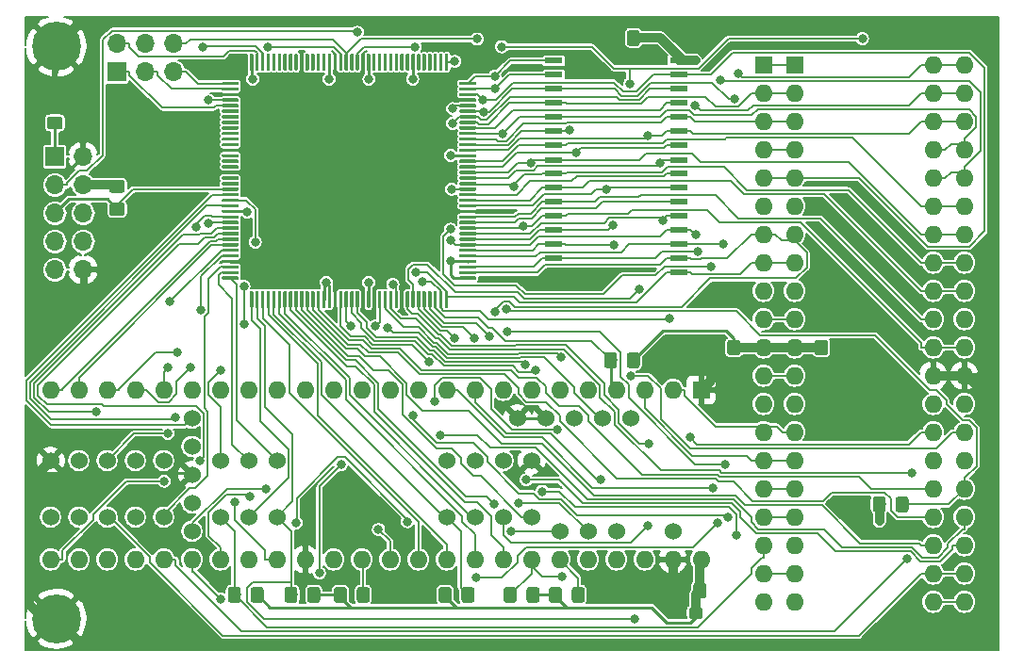
<source format=gbr>
G04 #@! TF.GenerationSoftware,KiCad,Pcbnew,(5.1.2-1)-1*
G04 #@! TF.CreationDate,2020-07-08T23:16:20+01:00*
G04 #@! TF.ProjectId,tranZPUter-SW,7472616e-5a50-4557-9465-722d53572e6b,rev?*
G04 #@! TF.SameCoordinates,Original*
G04 #@! TF.FileFunction,Copper,L1,Top*
G04 #@! TF.FilePolarity,Positive*
%FSLAX46Y46*%
G04 Gerber Fmt 4.6, Leading zero omitted, Abs format (unit mm)*
G04 Created by KiCad (PCBNEW (5.1.2-1)-1) date 2020-07-08 23:16:20*
%MOMM*%
%LPD*%
G04 APERTURE LIST*
%ADD10C,0.100000*%
%ADD11C,1.150000*%
%ADD12O,1.700000X1.700000*%
%ADD13R,1.700000X1.700000*%
%ADD14C,0.300000*%
%ADD15R,1.600000X0.600000*%
%ADD16C,1.050000*%
%ADD17O,1.600000X1.600000*%
%ADD18R,1.600000X1.600000*%
%ADD19C,0.700000*%
%ADD20C,4.400000*%
%ADD21C,1.524000*%
%ADD22C,0.800000*%
%ADD23C,0.254000*%
%ADD24C,0.812800*%
%ADD25C,0.508000*%
%ADD26C,0.381000*%
%ADD27C,0.152400*%
%ADD28C,0.250000*%
G04 APERTURE END LIST*
D10*
G36*
X156169505Y-141541204D02*
G01*
X156193773Y-141544804D01*
X156217572Y-141550765D01*
X156240671Y-141559030D01*
X156262850Y-141569520D01*
X156283893Y-141582132D01*
X156303599Y-141596747D01*
X156321777Y-141613223D01*
X156338253Y-141631401D01*
X156352868Y-141651107D01*
X156365480Y-141672150D01*
X156375970Y-141694329D01*
X156384235Y-141717428D01*
X156390196Y-141741227D01*
X156393796Y-141765495D01*
X156395000Y-141789999D01*
X156395000Y-142690001D01*
X156393796Y-142714505D01*
X156390196Y-142738773D01*
X156384235Y-142762572D01*
X156375970Y-142785671D01*
X156365480Y-142807850D01*
X156352868Y-142828893D01*
X156338253Y-142848599D01*
X156321777Y-142866777D01*
X156303599Y-142883253D01*
X156283893Y-142897868D01*
X156262850Y-142910480D01*
X156240671Y-142920970D01*
X156217572Y-142929235D01*
X156193773Y-142935196D01*
X156169505Y-142938796D01*
X156145001Y-142940000D01*
X155494999Y-142940000D01*
X155470495Y-142938796D01*
X155446227Y-142935196D01*
X155422428Y-142929235D01*
X155399329Y-142920970D01*
X155377150Y-142910480D01*
X155356107Y-142897868D01*
X155336401Y-142883253D01*
X155318223Y-142866777D01*
X155301747Y-142848599D01*
X155287132Y-142828893D01*
X155274520Y-142807850D01*
X155264030Y-142785671D01*
X155255765Y-142762572D01*
X155249804Y-142738773D01*
X155246204Y-142714505D01*
X155245000Y-142690001D01*
X155245000Y-141789999D01*
X155246204Y-141765495D01*
X155249804Y-141741227D01*
X155255765Y-141717428D01*
X155264030Y-141694329D01*
X155274520Y-141672150D01*
X155287132Y-141651107D01*
X155301747Y-141631401D01*
X155318223Y-141613223D01*
X155336401Y-141596747D01*
X155356107Y-141582132D01*
X155377150Y-141569520D01*
X155399329Y-141559030D01*
X155422428Y-141550765D01*
X155446227Y-141544804D01*
X155470495Y-141541204D01*
X155494999Y-141540000D01*
X156145001Y-141540000D01*
X156169505Y-141541204D01*
X156169505Y-141541204D01*
G37*
D11*
X155820000Y-142240000D03*
D10*
G36*
X158219505Y-141541204D02*
G01*
X158243773Y-141544804D01*
X158267572Y-141550765D01*
X158290671Y-141559030D01*
X158312850Y-141569520D01*
X158333893Y-141582132D01*
X158353599Y-141596747D01*
X158371777Y-141613223D01*
X158388253Y-141631401D01*
X158402868Y-141651107D01*
X158415480Y-141672150D01*
X158425970Y-141694329D01*
X158434235Y-141717428D01*
X158440196Y-141741227D01*
X158443796Y-141765495D01*
X158445000Y-141789999D01*
X158445000Y-142690001D01*
X158443796Y-142714505D01*
X158440196Y-142738773D01*
X158434235Y-142762572D01*
X158425970Y-142785671D01*
X158415480Y-142807850D01*
X158402868Y-142828893D01*
X158388253Y-142848599D01*
X158371777Y-142866777D01*
X158353599Y-142883253D01*
X158333893Y-142897868D01*
X158312850Y-142910480D01*
X158290671Y-142920970D01*
X158267572Y-142929235D01*
X158243773Y-142935196D01*
X158219505Y-142938796D01*
X158195001Y-142940000D01*
X157544999Y-142940000D01*
X157520495Y-142938796D01*
X157496227Y-142935196D01*
X157472428Y-142929235D01*
X157449329Y-142920970D01*
X157427150Y-142910480D01*
X157406107Y-142897868D01*
X157386401Y-142883253D01*
X157368223Y-142866777D01*
X157351747Y-142848599D01*
X157337132Y-142828893D01*
X157324520Y-142807850D01*
X157314030Y-142785671D01*
X157305765Y-142762572D01*
X157299804Y-142738773D01*
X157296204Y-142714505D01*
X157295000Y-142690001D01*
X157295000Y-141789999D01*
X157296204Y-141765495D01*
X157299804Y-141741227D01*
X157305765Y-141717428D01*
X157314030Y-141694329D01*
X157324520Y-141672150D01*
X157337132Y-141651107D01*
X157351747Y-141631401D01*
X157368223Y-141613223D01*
X157386401Y-141596747D01*
X157406107Y-141582132D01*
X157427150Y-141569520D01*
X157449329Y-141559030D01*
X157472428Y-141550765D01*
X157496227Y-141544804D01*
X157520495Y-141541204D01*
X157544999Y-141540000D01*
X158195001Y-141540000D01*
X158219505Y-141541204D01*
X158219505Y-141541204D01*
G37*
D11*
X157870000Y-142240000D03*
D12*
X117475000Y-113030000D03*
X114935000Y-113030000D03*
X117475000Y-110490000D03*
X114935000Y-110490000D03*
X117475000Y-107950000D03*
X114935000Y-107950000D03*
X117475000Y-105410000D03*
X114935000Y-105410000D03*
X117475000Y-102870000D03*
D13*
X114935000Y-102870000D03*
D10*
G36*
X132683351Y-93629361D02*
G01*
X132690632Y-93630441D01*
X132697771Y-93632229D01*
X132704701Y-93634709D01*
X132711355Y-93637856D01*
X132717668Y-93641640D01*
X132723579Y-93646024D01*
X132729033Y-93650967D01*
X132733976Y-93656421D01*
X132738360Y-93662332D01*
X132742144Y-93668645D01*
X132745291Y-93675299D01*
X132747771Y-93682229D01*
X132749559Y-93689368D01*
X132750639Y-93696649D01*
X132751000Y-93704000D01*
X132751000Y-95029000D01*
X132750639Y-95036351D01*
X132749559Y-95043632D01*
X132747771Y-95050771D01*
X132745291Y-95057701D01*
X132742144Y-95064355D01*
X132738360Y-95070668D01*
X132733976Y-95076579D01*
X132729033Y-95082033D01*
X132723579Y-95086976D01*
X132717668Y-95091360D01*
X132711355Y-95095144D01*
X132704701Y-95098291D01*
X132697771Y-95100771D01*
X132690632Y-95102559D01*
X132683351Y-95103639D01*
X132676000Y-95104000D01*
X132526000Y-95104000D01*
X132518649Y-95103639D01*
X132511368Y-95102559D01*
X132504229Y-95100771D01*
X132497299Y-95098291D01*
X132490645Y-95095144D01*
X132484332Y-95091360D01*
X132478421Y-95086976D01*
X132472967Y-95082033D01*
X132468024Y-95076579D01*
X132463640Y-95070668D01*
X132459856Y-95064355D01*
X132456709Y-95057701D01*
X132454229Y-95050771D01*
X132452441Y-95043632D01*
X132451361Y-95036351D01*
X132451000Y-95029000D01*
X132451000Y-93704000D01*
X132451361Y-93696649D01*
X132452441Y-93689368D01*
X132454229Y-93682229D01*
X132456709Y-93675299D01*
X132459856Y-93668645D01*
X132463640Y-93662332D01*
X132468024Y-93656421D01*
X132472967Y-93650967D01*
X132478421Y-93646024D01*
X132484332Y-93641640D01*
X132490645Y-93637856D01*
X132497299Y-93634709D01*
X132504229Y-93632229D01*
X132511368Y-93630441D01*
X132518649Y-93629361D01*
X132526000Y-93629000D01*
X132676000Y-93629000D01*
X132683351Y-93629361D01*
X132683351Y-93629361D01*
G37*
D14*
X132601000Y-94366500D03*
D10*
G36*
X133183351Y-93629361D02*
G01*
X133190632Y-93630441D01*
X133197771Y-93632229D01*
X133204701Y-93634709D01*
X133211355Y-93637856D01*
X133217668Y-93641640D01*
X133223579Y-93646024D01*
X133229033Y-93650967D01*
X133233976Y-93656421D01*
X133238360Y-93662332D01*
X133242144Y-93668645D01*
X133245291Y-93675299D01*
X133247771Y-93682229D01*
X133249559Y-93689368D01*
X133250639Y-93696649D01*
X133251000Y-93704000D01*
X133251000Y-95029000D01*
X133250639Y-95036351D01*
X133249559Y-95043632D01*
X133247771Y-95050771D01*
X133245291Y-95057701D01*
X133242144Y-95064355D01*
X133238360Y-95070668D01*
X133233976Y-95076579D01*
X133229033Y-95082033D01*
X133223579Y-95086976D01*
X133217668Y-95091360D01*
X133211355Y-95095144D01*
X133204701Y-95098291D01*
X133197771Y-95100771D01*
X133190632Y-95102559D01*
X133183351Y-95103639D01*
X133176000Y-95104000D01*
X133026000Y-95104000D01*
X133018649Y-95103639D01*
X133011368Y-95102559D01*
X133004229Y-95100771D01*
X132997299Y-95098291D01*
X132990645Y-95095144D01*
X132984332Y-95091360D01*
X132978421Y-95086976D01*
X132972967Y-95082033D01*
X132968024Y-95076579D01*
X132963640Y-95070668D01*
X132959856Y-95064355D01*
X132956709Y-95057701D01*
X132954229Y-95050771D01*
X132952441Y-95043632D01*
X132951361Y-95036351D01*
X132951000Y-95029000D01*
X132951000Y-93704000D01*
X132951361Y-93696649D01*
X132952441Y-93689368D01*
X132954229Y-93682229D01*
X132956709Y-93675299D01*
X132959856Y-93668645D01*
X132963640Y-93662332D01*
X132968024Y-93656421D01*
X132972967Y-93650967D01*
X132978421Y-93646024D01*
X132984332Y-93641640D01*
X132990645Y-93637856D01*
X132997299Y-93634709D01*
X133004229Y-93632229D01*
X133011368Y-93630441D01*
X133018649Y-93629361D01*
X133026000Y-93629000D01*
X133176000Y-93629000D01*
X133183351Y-93629361D01*
X133183351Y-93629361D01*
G37*
D14*
X133101000Y-94366500D03*
D10*
G36*
X133683351Y-93629361D02*
G01*
X133690632Y-93630441D01*
X133697771Y-93632229D01*
X133704701Y-93634709D01*
X133711355Y-93637856D01*
X133717668Y-93641640D01*
X133723579Y-93646024D01*
X133729033Y-93650967D01*
X133733976Y-93656421D01*
X133738360Y-93662332D01*
X133742144Y-93668645D01*
X133745291Y-93675299D01*
X133747771Y-93682229D01*
X133749559Y-93689368D01*
X133750639Y-93696649D01*
X133751000Y-93704000D01*
X133751000Y-95029000D01*
X133750639Y-95036351D01*
X133749559Y-95043632D01*
X133747771Y-95050771D01*
X133745291Y-95057701D01*
X133742144Y-95064355D01*
X133738360Y-95070668D01*
X133733976Y-95076579D01*
X133729033Y-95082033D01*
X133723579Y-95086976D01*
X133717668Y-95091360D01*
X133711355Y-95095144D01*
X133704701Y-95098291D01*
X133697771Y-95100771D01*
X133690632Y-95102559D01*
X133683351Y-95103639D01*
X133676000Y-95104000D01*
X133526000Y-95104000D01*
X133518649Y-95103639D01*
X133511368Y-95102559D01*
X133504229Y-95100771D01*
X133497299Y-95098291D01*
X133490645Y-95095144D01*
X133484332Y-95091360D01*
X133478421Y-95086976D01*
X133472967Y-95082033D01*
X133468024Y-95076579D01*
X133463640Y-95070668D01*
X133459856Y-95064355D01*
X133456709Y-95057701D01*
X133454229Y-95050771D01*
X133452441Y-95043632D01*
X133451361Y-95036351D01*
X133451000Y-95029000D01*
X133451000Y-93704000D01*
X133451361Y-93696649D01*
X133452441Y-93689368D01*
X133454229Y-93682229D01*
X133456709Y-93675299D01*
X133459856Y-93668645D01*
X133463640Y-93662332D01*
X133468024Y-93656421D01*
X133472967Y-93650967D01*
X133478421Y-93646024D01*
X133484332Y-93641640D01*
X133490645Y-93637856D01*
X133497299Y-93634709D01*
X133504229Y-93632229D01*
X133511368Y-93630441D01*
X133518649Y-93629361D01*
X133526000Y-93629000D01*
X133676000Y-93629000D01*
X133683351Y-93629361D01*
X133683351Y-93629361D01*
G37*
D14*
X133601000Y-94366500D03*
D10*
G36*
X134183351Y-93629361D02*
G01*
X134190632Y-93630441D01*
X134197771Y-93632229D01*
X134204701Y-93634709D01*
X134211355Y-93637856D01*
X134217668Y-93641640D01*
X134223579Y-93646024D01*
X134229033Y-93650967D01*
X134233976Y-93656421D01*
X134238360Y-93662332D01*
X134242144Y-93668645D01*
X134245291Y-93675299D01*
X134247771Y-93682229D01*
X134249559Y-93689368D01*
X134250639Y-93696649D01*
X134251000Y-93704000D01*
X134251000Y-95029000D01*
X134250639Y-95036351D01*
X134249559Y-95043632D01*
X134247771Y-95050771D01*
X134245291Y-95057701D01*
X134242144Y-95064355D01*
X134238360Y-95070668D01*
X134233976Y-95076579D01*
X134229033Y-95082033D01*
X134223579Y-95086976D01*
X134217668Y-95091360D01*
X134211355Y-95095144D01*
X134204701Y-95098291D01*
X134197771Y-95100771D01*
X134190632Y-95102559D01*
X134183351Y-95103639D01*
X134176000Y-95104000D01*
X134026000Y-95104000D01*
X134018649Y-95103639D01*
X134011368Y-95102559D01*
X134004229Y-95100771D01*
X133997299Y-95098291D01*
X133990645Y-95095144D01*
X133984332Y-95091360D01*
X133978421Y-95086976D01*
X133972967Y-95082033D01*
X133968024Y-95076579D01*
X133963640Y-95070668D01*
X133959856Y-95064355D01*
X133956709Y-95057701D01*
X133954229Y-95050771D01*
X133952441Y-95043632D01*
X133951361Y-95036351D01*
X133951000Y-95029000D01*
X133951000Y-93704000D01*
X133951361Y-93696649D01*
X133952441Y-93689368D01*
X133954229Y-93682229D01*
X133956709Y-93675299D01*
X133959856Y-93668645D01*
X133963640Y-93662332D01*
X133968024Y-93656421D01*
X133972967Y-93650967D01*
X133978421Y-93646024D01*
X133984332Y-93641640D01*
X133990645Y-93637856D01*
X133997299Y-93634709D01*
X134004229Y-93632229D01*
X134011368Y-93630441D01*
X134018649Y-93629361D01*
X134026000Y-93629000D01*
X134176000Y-93629000D01*
X134183351Y-93629361D01*
X134183351Y-93629361D01*
G37*
D14*
X134101000Y-94366500D03*
D10*
G36*
X134683351Y-93629361D02*
G01*
X134690632Y-93630441D01*
X134697771Y-93632229D01*
X134704701Y-93634709D01*
X134711355Y-93637856D01*
X134717668Y-93641640D01*
X134723579Y-93646024D01*
X134729033Y-93650967D01*
X134733976Y-93656421D01*
X134738360Y-93662332D01*
X134742144Y-93668645D01*
X134745291Y-93675299D01*
X134747771Y-93682229D01*
X134749559Y-93689368D01*
X134750639Y-93696649D01*
X134751000Y-93704000D01*
X134751000Y-95029000D01*
X134750639Y-95036351D01*
X134749559Y-95043632D01*
X134747771Y-95050771D01*
X134745291Y-95057701D01*
X134742144Y-95064355D01*
X134738360Y-95070668D01*
X134733976Y-95076579D01*
X134729033Y-95082033D01*
X134723579Y-95086976D01*
X134717668Y-95091360D01*
X134711355Y-95095144D01*
X134704701Y-95098291D01*
X134697771Y-95100771D01*
X134690632Y-95102559D01*
X134683351Y-95103639D01*
X134676000Y-95104000D01*
X134526000Y-95104000D01*
X134518649Y-95103639D01*
X134511368Y-95102559D01*
X134504229Y-95100771D01*
X134497299Y-95098291D01*
X134490645Y-95095144D01*
X134484332Y-95091360D01*
X134478421Y-95086976D01*
X134472967Y-95082033D01*
X134468024Y-95076579D01*
X134463640Y-95070668D01*
X134459856Y-95064355D01*
X134456709Y-95057701D01*
X134454229Y-95050771D01*
X134452441Y-95043632D01*
X134451361Y-95036351D01*
X134451000Y-95029000D01*
X134451000Y-93704000D01*
X134451361Y-93696649D01*
X134452441Y-93689368D01*
X134454229Y-93682229D01*
X134456709Y-93675299D01*
X134459856Y-93668645D01*
X134463640Y-93662332D01*
X134468024Y-93656421D01*
X134472967Y-93650967D01*
X134478421Y-93646024D01*
X134484332Y-93641640D01*
X134490645Y-93637856D01*
X134497299Y-93634709D01*
X134504229Y-93632229D01*
X134511368Y-93630441D01*
X134518649Y-93629361D01*
X134526000Y-93629000D01*
X134676000Y-93629000D01*
X134683351Y-93629361D01*
X134683351Y-93629361D01*
G37*
D14*
X134601000Y-94366500D03*
D10*
G36*
X135183351Y-93629361D02*
G01*
X135190632Y-93630441D01*
X135197771Y-93632229D01*
X135204701Y-93634709D01*
X135211355Y-93637856D01*
X135217668Y-93641640D01*
X135223579Y-93646024D01*
X135229033Y-93650967D01*
X135233976Y-93656421D01*
X135238360Y-93662332D01*
X135242144Y-93668645D01*
X135245291Y-93675299D01*
X135247771Y-93682229D01*
X135249559Y-93689368D01*
X135250639Y-93696649D01*
X135251000Y-93704000D01*
X135251000Y-95029000D01*
X135250639Y-95036351D01*
X135249559Y-95043632D01*
X135247771Y-95050771D01*
X135245291Y-95057701D01*
X135242144Y-95064355D01*
X135238360Y-95070668D01*
X135233976Y-95076579D01*
X135229033Y-95082033D01*
X135223579Y-95086976D01*
X135217668Y-95091360D01*
X135211355Y-95095144D01*
X135204701Y-95098291D01*
X135197771Y-95100771D01*
X135190632Y-95102559D01*
X135183351Y-95103639D01*
X135176000Y-95104000D01*
X135026000Y-95104000D01*
X135018649Y-95103639D01*
X135011368Y-95102559D01*
X135004229Y-95100771D01*
X134997299Y-95098291D01*
X134990645Y-95095144D01*
X134984332Y-95091360D01*
X134978421Y-95086976D01*
X134972967Y-95082033D01*
X134968024Y-95076579D01*
X134963640Y-95070668D01*
X134959856Y-95064355D01*
X134956709Y-95057701D01*
X134954229Y-95050771D01*
X134952441Y-95043632D01*
X134951361Y-95036351D01*
X134951000Y-95029000D01*
X134951000Y-93704000D01*
X134951361Y-93696649D01*
X134952441Y-93689368D01*
X134954229Y-93682229D01*
X134956709Y-93675299D01*
X134959856Y-93668645D01*
X134963640Y-93662332D01*
X134968024Y-93656421D01*
X134972967Y-93650967D01*
X134978421Y-93646024D01*
X134984332Y-93641640D01*
X134990645Y-93637856D01*
X134997299Y-93634709D01*
X135004229Y-93632229D01*
X135011368Y-93630441D01*
X135018649Y-93629361D01*
X135026000Y-93629000D01*
X135176000Y-93629000D01*
X135183351Y-93629361D01*
X135183351Y-93629361D01*
G37*
D14*
X135101000Y-94366500D03*
D10*
G36*
X135683351Y-93629361D02*
G01*
X135690632Y-93630441D01*
X135697771Y-93632229D01*
X135704701Y-93634709D01*
X135711355Y-93637856D01*
X135717668Y-93641640D01*
X135723579Y-93646024D01*
X135729033Y-93650967D01*
X135733976Y-93656421D01*
X135738360Y-93662332D01*
X135742144Y-93668645D01*
X135745291Y-93675299D01*
X135747771Y-93682229D01*
X135749559Y-93689368D01*
X135750639Y-93696649D01*
X135751000Y-93704000D01*
X135751000Y-95029000D01*
X135750639Y-95036351D01*
X135749559Y-95043632D01*
X135747771Y-95050771D01*
X135745291Y-95057701D01*
X135742144Y-95064355D01*
X135738360Y-95070668D01*
X135733976Y-95076579D01*
X135729033Y-95082033D01*
X135723579Y-95086976D01*
X135717668Y-95091360D01*
X135711355Y-95095144D01*
X135704701Y-95098291D01*
X135697771Y-95100771D01*
X135690632Y-95102559D01*
X135683351Y-95103639D01*
X135676000Y-95104000D01*
X135526000Y-95104000D01*
X135518649Y-95103639D01*
X135511368Y-95102559D01*
X135504229Y-95100771D01*
X135497299Y-95098291D01*
X135490645Y-95095144D01*
X135484332Y-95091360D01*
X135478421Y-95086976D01*
X135472967Y-95082033D01*
X135468024Y-95076579D01*
X135463640Y-95070668D01*
X135459856Y-95064355D01*
X135456709Y-95057701D01*
X135454229Y-95050771D01*
X135452441Y-95043632D01*
X135451361Y-95036351D01*
X135451000Y-95029000D01*
X135451000Y-93704000D01*
X135451361Y-93696649D01*
X135452441Y-93689368D01*
X135454229Y-93682229D01*
X135456709Y-93675299D01*
X135459856Y-93668645D01*
X135463640Y-93662332D01*
X135468024Y-93656421D01*
X135472967Y-93650967D01*
X135478421Y-93646024D01*
X135484332Y-93641640D01*
X135490645Y-93637856D01*
X135497299Y-93634709D01*
X135504229Y-93632229D01*
X135511368Y-93630441D01*
X135518649Y-93629361D01*
X135526000Y-93629000D01*
X135676000Y-93629000D01*
X135683351Y-93629361D01*
X135683351Y-93629361D01*
G37*
D14*
X135601000Y-94366500D03*
D10*
G36*
X136183351Y-93629361D02*
G01*
X136190632Y-93630441D01*
X136197771Y-93632229D01*
X136204701Y-93634709D01*
X136211355Y-93637856D01*
X136217668Y-93641640D01*
X136223579Y-93646024D01*
X136229033Y-93650967D01*
X136233976Y-93656421D01*
X136238360Y-93662332D01*
X136242144Y-93668645D01*
X136245291Y-93675299D01*
X136247771Y-93682229D01*
X136249559Y-93689368D01*
X136250639Y-93696649D01*
X136251000Y-93704000D01*
X136251000Y-95029000D01*
X136250639Y-95036351D01*
X136249559Y-95043632D01*
X136247771Y-95050771D01*
X136245291Y-95057701D01*
X136242144Y-95064355D01*
X136238360Y-95070668D01*
X136233976Y-95076579D01*
X136229033Y-95082033D01*
X136223579Y-95086976D01*
X136217668Y-95091360D01*
X136211355Y-95095144D01*
X136204701Y-95098291D01*
X136197771Y-95100771D01*
X136190632Y-95102559D01*
X136183351Y-95103639D01*
X136176000Y-95104000D01*
X136026000Y-95104000D01*
X136018649Y-95103639D01*
X136011368Y-95102559D01*
X136004229Y-95100771D01*
X135997299Y-95098291D01*
X135990645Y-95095144D01*
X135984332Y-95091360D01*
X135978421Y-95086976D01*
X135972967Y-95082033D01*
X135968024Y-95076579D01*
X135963640Y-95070668D01*
X135959856Y-95064355D01*
X135956709Y-95057701D01*
X135954229Y-95050771D01*
X135952441Y-95043632D01*
X135951361Y-95036351D01*
X135951000Y-95029000D01*
X135951000Y-93704000D01*
X135951361Y-93696649D01*
X135952441Y-93689368D01*
X135954229Y-93682229D01*
X135956709Y-93675299D01*
X135959856Y-93668645D01*
X135963640Y-93662332D01*
X135968024Y-93656421D01*
X135972967Y-93650967D01*
X135978421Y-93646024D01*
X135984332Y-93641640D01*
X135990645Y-93637856D01*
X135997299Y-93634709D01*
X136004229Y-93632229D01*
X136011368Y-93630441D01*
X136018649Y-93629361D01*
X136026000Y-93629000D01*
X136176000Y-93629000D01*
X136183351Y-93629361D01*
X136183351Y-93629361D01*
G37*
D14*
X136101000Y-94366500D03*
D10*
G36*
X136683351Y-93629361D02*
G01*
X136690632Y-93630441D01*
X136697771Y-93632229D01*
X136704701Y-93634709D01*
X136711355Y-93637856D01*
X136717668Y-93641640D01*
X136723579Y-93646024D01*
X136729033Y-93650967D01*
X136733976Y-93656421D01*
X136738360Y-93662332D01*
X136742144Y-93668645D01*
X136745291Y-93675299D01*
X136747771Y-93682229D01*
X136749559Y-93689368D01*
X136750639Y-93696649D01*
X136751000Y-93704000D01*
X136751000Y-95029000D01*
X136750639Y-95036351D01*
X136749559Y-95043632D01*
X136747771Y-95050771D01*
X136745291Y-95057701D01*
X136742144Y-95064355D01*
X136738360Y-95070668D01*
X136733976Y-95076579D01*
X136729033Y-95082033D01*
X136723579Y-95086976D01*
X136717668Y-95091360D01*
X136711355Y-95095144D01*
X136704701Y-95098291D01*
X136697771Y-95100771D01*
X136690632Y-95102559D01*
X136683351Y-95103639D01*
X136676000Y-95104000D01*
X136526000Y-95104000D01*
X136518649Y-95103639D01*
X136511368Y-95102559D01*
X136504229Y-95100771D01*
X136497299Y-95098291D01*
X136490645Y-95095144D01*
X136484332Y-95091360D01*
X136478421Y-95086976D01*
X136472967Y-95082033D01*
X136468024Y-95076579D01*
X136463640Y-95070668D01*
X136459856Y-95064355D01*
X136456709Y-95057701D01*
X136454229Y-95050771D01*
X136452441Y-95043632D01*
X136451361Y-95036351D01*
X136451000Y-95029000D01*
X136451000Y-93704000D01*
X136451361Y-93696649D01*
X136452441Y-93689368D01*
X136454229Y-93682229D01*
X136456709Y-93675299D01*
X136459856Y-93668645D01*
X136463640Y-93662332D01*
X136468024Y-93656421D01*
X136472967Y-93650967D01*
X136478421Y-93646024D01*
X136484332Y-93641640D01*
X136490645Y-93637856D01*
X136497299Y-93634709D01*
X136504229Y-93632229D01*
X136511368Y-93630441D01*
X136518649Y-93629361D01*
X136526000Y-93629000D01*
X136676000Y-93629000D01*
X136683351Y-93629361D01*
X136683351Y-93629361D01*
G37*
D14*
X136601000Y-94366500D03*
D10*
G36*
X137183351Y-93629361D02*
G01*
X137190632Y-93630441D01*
X137197771Y-93632229D01*
X137204701Y-93634709D01*
X137211355Y-93637856D01*
X137217668Y-93641640D01*
X137223579Y-93646024D01*
X137229033Y-93650967D01*
X137233976Y-93656421D01*
X137238360Y-93662332D01*
X137242144Y-93668645D01*
X137245291Y-93675299D01*
X137247771Y-93682229D01*
X137249559Y-93689368D01*
X137250639Y-93696649D01*
X137251000Y-93704000D01*
X137251000Y-95029000D01*
X137250639Y-95036351D01*
X137249559Y-95043632D01*
X137247771Y-95050771D01*
X137245291Y-95057701D01*
X137242144Y-95064355D01*
X137238360Y-95070668D01*
X137233976Y-95076579D01*
X137229033Y-95082033D01*
X137223579Y-95086976D01*
X137217668Y-95091360D01*
X137211355Y-95095144D01*
X137204701Y-95098291D01*
X137197771Y-95100771D01*
X137190632Y-95102559D01*
X137183351Y-95103639D01*
X137176000Y-95104000D01*
X137026000Y-95104000D01*
X137018649Y-95103639D01*
X137011368Y-95102559D01*
X137004229Y-95100771D01*
X136997299Y-95098291D01*
X136990645Y-95095144D01*
X136984332Y-95091360D01*
X136978421Y-95086976D01*
X136972967Y-95082033D01*
X136968024Y-95076579D01*
X136963640Y-95070668D01*
X136959856Y-95064355D01*
X136956709Y-95057701D01*
X136954229Y-95050771D01*
X136952441Y-95043632D01*
X136951361Y-95036351D01*
X136951000Y-95029000D01*
X136951000Y-93704000D01*
X136951361Y-93696649D01*
X136952441Y-93689368D01*
X136954229Y-93682229D01*
X136956709Y-93675299D01*
X136959856Y-93668645D01*
X136963640Y-93662332D01*
X136968024Y-93656421D01*
X136972967Y-93650967D01*
X136978421Y-93646024D01*
X136984332Y-93641640D01*
X136990645Y-93637856D01*
X136997299Y-93634709D01*
X137004229Y-93632229D01*
X137011368Y-93630441D01*
X137018649Y-93629361D01*
X137026000Y-93629000D01*
X137176000Y-93629000D01*
X137183351Y-93629361D01*
X137183351Y-93629361D01*
G37*
D14*
X137101000Y-94366500D03*
D10*
G36*
X137683351Y-93629361D02*
G01*
X137690632Y-93630441D01*
X137697771Y-93632229D01*
X137704701Y-93634709D01*
X137711355Y-93637856D01*
X137717668Y-93641640D01*
X137723579Y-93646024D01*
X137729033Y-93650967D01*
X137733976Y-93656421D01*
X137738360Y-93662332D01*
X137742144Y-93668645D01*
X137745291Y-93675299D01*
X137747771Y-93682229D01*
X137749559Y-93689368D01*
X137750639Y-93696649D01*
X137751000Y-93704000D01*
X137751000Y-95029000D01*
X137750639Y-95036351D01*
X137749559Y-95043632D01*
X137747771Y-95050771D01*
X137745291Y-95057701D01*
X137742144Y-95064355D01*
X137738360Y-95070668D01*
X137733976Y-95076579D01*
X137729033Y-95082033D01*
X137723579Y-95086976D01*
X137717668Y-95091360D01*
X137711355Y-95095144D01*
X137704701Y-95098291D01*
X137697771Y-95100771D01*
X137690632Y-95102559D01*
X137683351Y-95103639D01*
X137676000Y-95104000D01*
X137526000Y-95104000D01*
X137518649Y-95103639D01*
X137511368Y-95102559D01*
X137504229Y-95100771D01*
X137497299Y-95098291D01*
X137490645Y-95095144D01*
X137484332Y-95091360D01*
X137478421Y-95086976D01*
X137472967Y-95082033D01*
X137468024Y-95076579D01*
X137463640Y-95070668D01*
X137459856Y-95064355D01*
X137456709Y-95057701D01*
X137454229Y-95050771D01*
X137452441Y-95043632D01*
X137451361Y-95036351D01*
X137451000Y-95029000D01*
X137451000Y-93704000D01*
X137451361Y-93696649D01*
X137452441Y-93689368D01*
X137454229Y-93682229D01*
X137456709Y-93675299D01*
X137459856Y-93668645D01*
X137463640Y-93662332D01*
X137468024Y-93656421D01*
X137472967Y-93650967D01*
X137478421Y-93646024D01*
X137484332Y-93641640D01*
X137490645Y-93637856D01*
X137497299Y-93634709D01*
X137504229Y-93632229D01*
X137511368Y-93630441D01*
X137518649Y-93629361D01*
X137526000Y-93629000D01*
X137676000Y-93629000D01*
X137683351Y-93629361D01*
X137683351Y-93629361D01*
G37*
D14*
X137601000Y-94366500D03*
D10*
G36*
X138183351Y-93629361D02*
G01*
X138190632Y-93630441D01*
X138197771Y-93632229D01*
X138204701Y-93634709D01*
X138211355Y-93637856D01*
X138217668Y-93641640D01*
X138223579Y-93646024D01*
X138229033Y-93650967D01*
X138233976Y-93656421D01*
X138238360Y-93662332D01*
X138242144Y-93668645D01*
X138245291Y-93675299D01*
X138247771Y-93682229D01*
X138249559Y-93689368D01*
X138250639Y-93696649D01*
X138251000Y-93704000D01*
X138251000Y-95029000D01*
X138250639Y-95036351D01*
X138249559Y-95043632D01*
X138247771Y-95050771D01*
X138245291Y-95057701D01*
X138242144Y-95064355D01*
X138238360Y-95070668D01*
X138233976Y-95076579D01*
X138229033Y-95082033D01*
X138223579Y-95086976D01*
X138217668Y-95091360D01*
X138211355Y-95095144D01*
X138204701Y-95098291D01*
X138197771Y-95100771D01*
X138190632Y-95102559D01*
X138183351Y-95103639D01*
X138176000Y-95104000D01*
X138026000Y-95104000D01*
X138018649Y-95103639D01*
X138011368Y-95102559D01*
X138004229Y-95100771D01*
X137997299Y-95098291D01*
X137990645Y-95095144D01*
X137984332Y-95091360D01*
X137978421Y-95086976D01*
X137972967Y-95082033D01*
X137968024Y-95076579D01*
X137963640Y-95070668D01*
X137959856Y-95064355D01*
X137956709Y-95057701D01*
X137954229Y-95050771D01*
X137952441Y-95043632D01*
X137951361Y-95036351D01*
X137951000Y-95029000D01*
X137951000Y-93704000D01*
X137951361Y-93696649D01*
X137952441Y-93689368D01*
X137954229Y-93682229D01*
X137956709Y-93675299D01*
X137959856Y-93668645D01*
X137963640Y-93662332D01*
X137968024Y-93656421D01*
X137972967Y-93650967D01*
X137978421Y-93646024D01*
X137984332Y-93641640D01*
X137990645Y-93637856D01*
X137997299Y-93634709D01*
X138004229Y-93632229D01*
X138011368Y-93630441D01*
X138018649Y-93629361D01*
X138026000Y-93629000D01*
X138176000Y-93629000D01*
X138183351Y-93629361D01*
X138183351Y-93629361D01*
G37*
D14*
X138101000Y-94366500D03*
D10*
G36*
X138683351Y-93629361D02*
G01*
X138690632Y-93630441D01*
X138697771Y-93632229D01*
X138704701Y-93634709D01*
X138711355Y-93637856D01*
X138717668Y-93641640D01*
X138723579Y-93646024D01*
X138729033Y-93650967D01*
X138733976Y-93656421D01*
X138738360Y-93662332D01*
X138742144Y-93668645D01*
X138745291Y-93675299D01*
X138747771Y-93682229D01*
X138749559Y-93689368D01*
X138750639Y-93696649D01*
X138751000Y-93704000D01*
X138751000Y-95029000D01*
X138750639Y-95036351D01*
X138749559Y-95043632D01*
X138747771Y-95050771D01*
X138745291Y-95057701D01*
X138742144Y-95064355D01*
X138738360Y-95070668D01*
X138733976Y-95076579D01*
X138729033Y-95082033D01*
X138723579Y-95086976D01*
X138717668Y-95091360D01*
X138711355Y-95095144D01*
X138704701Y-95098291D01*
X138697771Y-95100771D01*
X138690632Y-95102559D01*
X138683351Y-95103639D01*
X138676000Y-95104000D01*
X138526000Y-95104000D01*
X138518649Y-95103639D01*
X138511368Y-95102559D01*
X138504229Y-95100771D01*
X138497299Y-95098291D01*
X138490645Y-95095144D01*
X138484332Y-95091360D01*
X138478421Y-95086976D01*
X138472967Y-95082033D01*
X138468024Y-95076579D01*
X138463640Y-95070668D01*
X138459856Y-95064355D01*
X138456709Y-95057701D01*
X138454229Y-95050771D01*
X138452441Y-95043632D01*
X138451361Y-95036351D01*
X138451000Y-95029000D01*
X138451000Y-93704000D01*
X138451361Y-93696649D01*
X138452441Y-93689368D01*
X138454229Y-93682229D01*
X138456709Y-93675299D01*
X138459856Y-93668645D01*
X138463640Y-93662332D01*
X138468024Y-93656421D01*
X138472967Y-93650967D01*
X138478421Y-93646024D01*
X138484332Y-93641640D01*
X138490645Y-93637856D01*
X138497299Y-93634709D01*
X138504229Y-93632229D01*
X138511368Y-93630441D01*
X138518649Y-93629361D01*
X138526000Y-93629000D01*
X138676000Y-93629000D01*
X138683351Y-93629361D01*
X138683351Y-93629361D01*
G37*
D14*
X138601000Y-94366500D03*
D10*
G36*
X139183351Y-93629361D02*
G01*
X139190632Y-93630441D01*
X139197771Y-93632229D01*
X139204701Y-93634709D01*
X139211355Y-93637856D01*
X139217668Y-93641640D01*
X139223579Y-93646024D01*
X139229033Y-93650967D01*
X139233976Y-93656421D01*
X139238360Y-93662332D01*
X139242144Y-93668645D01*
X139245291Y-93675299D01*
X139247771Y-93682229D01*
X139249559Y-93689368D01*
X139250639Y-93696649D01*
X139251000Y-93704000D01*
X139251000Y-95029000D01*
X139250639Y-95036351D01*
X139249559Y-95043632D01*
X139247771Y-95050771D01*
X139245291Y-95057701D01*
X139242144Y-95064355D01*
X139238360Y-95070668D01*
X139233976Y-95076579D01*
X139229033Y-95082033D01*
X139223579Y-95086976D01*
X139217668Y-95091360D01*
X139211355Y-95095144D01*
X139204701Y-95098291D01*
X139197771Y-95100771D01*
X139190632Y-95102559D01*
X139183351Y-95103639D01*
X139176000Y-95104000D01*
X139026000Y-95104000D01*
X139018649Y-95103639D01*
X139011368Y-95102559D01*
X139004229Y-95100771D01*
X138997299Y-95098291D01*
X138990645Y-95095144D01*
X138984332Y-95091360D01*
X138978421Y-95086976D01*
X138972967Y-95082033D01*
X138968024Y-95076579D01*
X138963640Y-95070668D01*
X138959856Y-95064355D01*
X138956709Y-95057701D01*
X138954229Y-95050771D01*
X138952441Y-95043632D01*
X138951361Y-95036351D01*
X138951000Y-95029000D01*
X138951000Y-93704000D01*
X138951361Y-93696649D01*
X138952441Y-93689368D01*
X138954229Y-93682229D01*
X138956709Y-93675299D01*
X138959856Y-93668645D01*
X138963640Y-93662332D01*
X138968024Y-93656421D01*
X138972967Y-93650967D01*
X138978421Y-93646024D01*
X138984332Y-93641640D01*
X138990645Y-93637856D01*
X138997299Y-93634709D01*
X139004229Y-93632229D01*
X139011368Y-93630441D01*
X139018649Y-93629361D01*
X139026000Y-93629000D01*
X139176000Y-93629000D01*
X139183351Y-93629361D01*
X139183351Y-93629361D01*
G37*
D14*
X139101000Y-94366500D03*
D10*
G36*
X139683351Y-93629361D02*
G01*
X139690632Y-93630441D01*
X139697771Y-93632229D01*
X139704701Y-93634709D01*
X139711355Y-93637856D01*
X139717668Y-93641640D01*
X139723579Y-93646024D01*
X139729033Y-93650967D01*
X139733976Y-93656421D01*
X139738360Y-93662332D01*
X139742144Y-93668645D01*
X139745291Y-93675299D01*
X139747771Y-93682229D01*
X139749559Y-93689368D01*
X139750639Y-93696649D01*
X139751000Y-93704000D01*
X139751000Y-95029000D01*
X139750639Y-95036351D01*
X139749559Y-95043632D01*
X139747771Y-95050771D01*
X139745291Y-95057701D01*
X139742144Y-95064355D01*
X139738360Y-95070668D01*
X139733976Y-95076579D01*
X139729033Y-95082033D01*
X139723579Y-95086976D01*
X139717668Y-95091360D01*
X139711355Y-95095144D01*
X139704701Y-95098291D01*
X139697771Y-95100771D01*
X139690632Y-95102559D01*
X139683351Y-95103639D01*
X139676000Y-95104000D01*
X139526000Y-95104000D01*
X139518649Y-95103639D01*
X139511368Y-95102559D01*
X139504229Y-95100771D01*
X139497299Y-95098291D01*
X139490645Y-95095144D01*
X139484332Y-95091360D01*
X139478421Y-95086976D01*
X139472967Y-95082033D01*
X139468024Y-95076579D01*
X139463640Y-95070668D01*
X139459856Y-95064355D01*
X139456709Y-95057701D01*
X139454229Y-95050771D01*
X139452441Y-95043632D01*
X139451361Y-95036351D01*
X139451000Y-95029000D01*
X139451000Y-93704000D01*
X139451361Y-93696649D01*
X139452441Y-93689368D01*
X139454229Y-93682229D01*
X139456709Y-93675299D01*
X139459856Y-93668645D01*
X139463640Y-93662332D01*
X139468024Y-93656421D01*
X139472967Y-93650967D01*
X139478421Y-93646024D01*
X139484332Y-93641640D01*
X139490645Y-93637856D01*
X139497299Y-93634709D01*
X139504229Y-93632229D01*
X139511368Y-93630441D01*
X139518649Y-93629361D01*
X139526000Y-93629000D01*
X139676000Y-93629000D01*
X139683351Y-93629361D01*
X139683351Y-93629361D01*
G37*
D14*
X139601000Y-94366500D03*
D10*
G36*
X140183351Y-93629361D02*
G01*
X140190632Y-93630441D01*
X140197771Y-93632229D01*
X140204701Y-93634709D01*
X140211355Y-93637856D01*
X140217668Y-93641640D01*
X140223579Y-93646024D01*
X140229033Y-93650967D01*
X140233976Y-93656421D01*
X140238360Y-93662332D01*
X140242144Y-93668645D01*
X140245291Y-93675299D01*
X140247771Y-93682229D01*
X140249559Y-93689368D01*
X140250639Y-93696649D01*
X140251000Y-93704000D01*
X140251000Y-95029000D01*
X140250639Y-95036351D01*
X140249559Y-95043632D01*
X140247771Y-95050771D01*
X140245291Y-95057701D01*
X140242144Y-95064355D01*
X140238360Y-95070668D01*
X140233976Y-95076579D01*
X140229033Y-95082033D01*
X140223579Y-95086976D01*
X140217668Y-95091360D01*
X140211355Y-95095144D01*
X140204701Y-95098291D01*
X140197771Y-95100771D01*
X140190632Y-95102559D01*
X140183351Y-95103639D01*
X140176000Y-95104000D01*
X140026000Y-95104000D01*
X140018649Y-95103639D01*
X140011368Y-95102559D01*
X140004229Y-95100771D01*
X139997299Y-95098291D01*
X139990645Y-95095144D01*
X139984332Y-95091360D01*
X139978421Y-95086976D01*
X139972967Y-95082033D01*
X139968024Y-95076579D01*
X139963640Y-95070668D01*
X139959856Y-95064355D01*
X139956709Y-95057701D01*
X139954229Y-95050771D01*
X139952441Y-95043632D01*
X139951361Y-95036351D01*
X139951000Y-95029000D01*
X139951000Y-93704000D01*
X139951361Y-93696649D01*
X139952441Y-93689368D01*
X139954229Y-93682229D01*
X139956709Y-93675299D01*
X139959856Y-93668645D01*
X139963640Y-93662332D01*
X139968024Y-93656421D01*
X139972967Y-93650967D01*
X139978421Y-93646024D01*
X139984332Y-93641640D01*
X139990645Y-93637856D01*
X139997299Y-93634709D01*
X140004229Y-93632229D01*
X140011368Y-93630441D01*
X140018649Y-93629361D01*
X140026000Y-93629000D01*
X140176000Y-93629000D01*
X140183351Y-93629361D01*
X140183351Y-93629361D01*
G37*
D14*
X140101000Y-94366500D03*
D10*
G36*
X140683351Y-93629361D02*
G01*
X140690632Y-93630441D01*
X140697771Y-93632229D01*
X140704701Y-93634709D01*
X140711355Y-93637856D01*
X140717668Y-93641640D01*
X140723579Y-93646024D01*
X140729033Y-93650967D01*
X140733976Y-93656421D01*
X140738360Y-93662332D01*
X140742144Y-93668645D01*
X140745291Y-93675299D01*
X140747771Y-93682229D01*
X140749559Y-93689368D01*
X140750639Y-93696649D01*
X140751000Y-93704000D01*
X140751000Y-95029000D01*
X140750639Y-95036351D01*
X140749559Y-95043632D01*
X140747771Y-95050771D01*
X140745291Y-95057701D01*
X140742144Y-95064355D01*
X140738360Y-95070668D01*
X140733976Y-95076579D01*
X140729033Y-95082033D01*
X140723579Y-95086976D01*
X140717668Y-95091360D01*
X140711355Y-95095144D01*
X140704701Y-95098291D01*
X140697771Y-95100771D01*
X140690632Y-95102559D01*
X140683351Y-95103639D01*
X140676000Y-95104000D01*
X140526000Y-95104000D01*
X140518649Y-95103639D01*
X140511368Y-95102559D01*
X140504229Y-95100771D01*
X140497299Y-95098291D01*
X140490645Y-95095144D01*
X140484332Y-95091360D01*
X140478421Y-95086976D01*
X140472967Y-95082033D01*
X140468024Y-95076579D01*
X140463640Y-95070668D01*
X140459856Y-95064355D01*
X140456709Y-95057701D01*
X140454229Y-95050771D01*
X140452441Y-95043632D01*
X140451361Y-95036351D01*
X140451000Y-95029000D01*
X140451000Y-93704000D01*
X140451361Y-93696649D01*
X140452441Y-93689368D01*
X140454229Y-93682229D01*
X140456709Y-93675299D01*
X140459856Y-93668645D01*
X140463640Y-93662332D01*
X140468024Y-93656421D01*
X140472967Y-93650967D01*
X140478421Y-93646024D01*
X140484332Y-93641640D01*
X140490645Y-93637856D01*
X140497299Y-93634709D01*
X140504229Y-93632229D01*
X140511368Y-93630441D01*
X140518649Y-93629361D01*
X140526000Y-93629000D01*
X140676000Y-93629000D01*
X140683351Y-93629361D01*
X140683351Y-93629361D01*
G37*
D14*
X140601000Y-94366500D03*
D10*
G36*
X141183351Y-93629361D02*
G01*
X141190632Y-93630441D01*
X141197771Y-93632229D01*
X141204701Y-93634709D01*
X141211355Y-93637856D01*
X141217668Y-93641640D01*
X141223579Y-93646024D01*
X141229033Y-93650967D01*
X141233976Y-93656421D01*
X141238360Y-93662332D01*
X141242144Y-93668645D01*
X141245291Y-93675299D01*
X141247771Y-93682229D01*
X141249559Y-93689368D01*
X141250639Y-93696649D01*
X141251000Y-93704000D01*
X141251000Y-95029000D01*
X141250639Y-95036351D01*
X141249559Y-95043632D01*
X141247771Y-95050771D01*
X141245291Y-95057701D01*
X141242144Y-95064355D01*
X141238360Y-95070668D01*
X141233976Y-95076579D01*
X141229033Y-95082033D01*
X141223579Y-95086976D01*
X141217668Y-95091360D01*
X141211355Y-95095144D01*
X141204701Y-95098291D01*
X141197771Y-95100771D01*
X141190632Y-95102559D01*
X141183351Y-95103639D01*
X141176000Y-95104000D01*
X141026000Y-95104000D01*
X141018649Y-95103639D01*
X141011368Y-95102559D01*
X141004229Y-95100771D01*
X140997299Y-95098291D01*
X140990645Y-95095144D01*
X140984332Y-95091360D01*
X140978421Y-95086976D01*
X140972967Y-95082033D01*
X140968024Y-95076579D01*
X140963640Y-95070668D01*
X140959856Y-95064355D01*
X140956709Y-95057701D01*
X140954229Y-95050771D01*
X140952441Y-95043632D01*
X140951361Y-95036351D01*
X140951000Y-95029000D01*
X140951000Y-93704000D01*
X140951361Y-93696649D01*
X140952441Y-93689368D01*
X140954229Y-93682229D01*
X140956709Y-93675299D01*
X140959856Y-93668645D01*
X140963640Y-93662332D01*
X140968024Y-93656421D01*
X140972967Y-93650967D01*
X140978421Y-93646024D01*
X140984332Y-93641640D01*
X140990645Y-93637856D01*
X140997299Y-93634709D01*
X141004229Y-93632229D01*
X141011368Y-93630441D01*
X141018649Y-93629361D01*
X141026000Y-93629000D01*
X141176000Y-93629000D01*
X141183351Y-93629361D01*
X141183351Y-93629361D01*
G37*
D14*
X141101000Y-94366500D03*
D10*
G36*
X141683351Y-93629361D02*
G01*
X141690632Y-93630441D01*
X141697771Y-93632229D01*
X141704701Y-93634709D01*
X141711355Y-93637856D01*
X141717668Y-93641640D01*
X141723579Y-93646024D01*
X141729033Y-93650967D01*
X141733976Y-93656421D01*
X141738360Y-93662332D01*
X141742144Y-93668645D01*
X141745291Y-93675299D01*
X141747771Y-93682229D01*
X141749559Y-93689368D01*
X141750639Y-93696649D01*
X141751000Y-93704000D01*
X141751000Y-95029000D01*
X141750639Y-95036351D01*
X141749559Y-95043632D01*
X141747771Y-95050771D01*
X141745291Y-95057701D01*
X141742144Y-95064355D01*
X141738360Y-95070668D01*
X141733976Y-95076579D01*
X141729033Y-95082033D01*
X141723579Y-95086976D01*
X141717668Y-95091360D01*
X141711355Y-95095144D01*
X141704701Y-95098291D01*
X141697771Y-95100771D01*
X141690632Y-95102559D01*
X141683351Y-95103639D01*
X141676000Y-95104000D01*
X141526000Y-95104000D01*
X141518649Y-95103639D01*
X141511368Y-95102559D01*
X141504229Y-95100771D01*
X141497299Y-95098291D01*
X141490645Y-95095144D01*
X141484332Y-95091360D01*
X141478421Y-95086976D01*
X141472967Y-95082033D01*
X141468024Y-95076579D01*
X141463640Y-95070668D01*
X141459856Y-95064355D01*
X141456709Y-95057701D01*
X141454229Y-95050771D01*
X141452441Y-95043632D01*
X141451361Y-95036351D01*
X141451000Y-95029000D01*
X141451000Y-93704000D01*
X141451361Y-93696649D01*
X141452441Y-93689368D01*
X141454229Y-93682229D01*
X141456709Y-93675299D01*
X141459856Y-93668645D01*
X141463640Y-93662332D01*
X141468024Y-93656421D01*
X141472967Y-93650967D01*
X141478421Y-93646024D01*
X141484332Y-93641640D01*
X141490645Y-93637856D01*
X141497299Y-93634709D01*
X141504229Y-93632229D01*
X141511368Y-93630441D01*
X141518649Y-93629361D01*
X141526000Y-93629000D01*
X141676000Y-93629000D01*
X141683351Y-93629361D01*
X141683351Y-93629361D01*
G37*
D14*
X141601000Y-94366500D03*
D10*
G36*
X142183351Y-93629361D02*
G01*
X142190632Y-93630441D01*
X142197771Y-93632229D01*
X142204701Y-93634709D01*
X142211355Y-93637856D01*
X142217668Y-93641640D01*
X142223579Y-93646024D01*
X142229033Y-93650967D01*
X142233976Y-93656421D01*
X142238360Y-93662332D01*
X142242144Y-93668645D01*
X142245291Y-93675299D01*
X142247771Y-93682229D01*
X142249559Y-93689368D01*
X142250639Y-93696649D01*
X142251000Y-93704000D01*
X142251000Y-95029000D01*
X142250639Y-95036351D01*
X142249559Y-95043632D01*
X142247771Y-95050771D01*
X142245291Y-95057701D01*
X142242144Y-95064355D01*
X142238360Y-95070668D01*
X142233976Y-95076579D01*
X142229033Y-95082033D01*
X142223579Y-95086976D01*
X142217668Y-95091360D01*
X142211355Y-95095144D01*
X142204701Y-95098291D01*
X142197771Y-95100771D01*
X142190632Y-95102559D01*
X142183351Y-95103639D01*
X142176000Y-95104000D01*
X142026000Y-95104000D01*
X142018649Y-95103639D01*
X142011368Y-95102559D01*
X142004229Y-95100771D01*
X141997299Y-95098291D01*
X141990645Y-95095144D01*
X141984332Y-95091360D01*
X141978421Y-95086976D01*
X141972967Y-95082033D01*
X141968024Y-95076579D01*
X141963640Y-95070668D01*
X141959856Y-95064355D01*
X141956709Y-95057701D01*
X141954229Y-95050771D01*
X141952441Y-95043632D01*
X141951361Y-95036351D01*
X141951000Y-95029000D01*
X141951000Y-93704000D01*
X141951361Y-93696649D01*
X141952441Y-93689368D01*
X141954229Y-93682229D01*
X141956709Y-93675299D01*
X141959856Y-93668645D01*
X141963640Y-93662332D01*
X141968024Y-93656421D01*
X141972967Y-93650967D01*
X141978421Y-93646024D01*
X141984332Y-93641640D01*
X141990645Y-93637856D01*
X141997299Y-93634709D01*
X142004229Y-93632229D01*
X142011368Y-93630441D01*
X142018649Y-93629361D01*
X142026000Y-93629000D01*
X142176000Y-93629000D01*
X142183351Y-93629361D01*
X142183351Y-93629361D01*
G37*
D14*
X142101000Y-94366500D03*
D10*
G36*
X142683351Y-93629361D02*
G01*
X142690632Y-93630441D01*
X142697771Y-93632229D01*
X142704701Y-93634709D01*
X142711355Y-93637856D01*
X142717668Y-93641640D01*
X142723579Y-93646024D01*
X142729033Y-93650967D01*
X142733976Y-93656421D01*
X142738360Y-93662332D01*
X142742144Y-93668645D01*
X142745291Y-93675299D01*
X142747771Y-93682229D01*
X142749559Y-93689368D01*
X142750639Y-93696649D01*
X142751000Y-93704000D01*
X142751000Y-95029000D01*
X142750639Y-95036351D01*
X142749559Y-95043632D01*
X142747771Y-95050771D01*
X142745291Y-95057701D01*
X142742144Y-95064355D01*
X142738360Y-95070668D01*
X142733976Y-95076579D01*
X142729033Y-95082033D01*
X142723579Y-95086976D01*
X142717668Y-95091360D01*
X142711355Y-95095144D01*
X142704701Y-95098291D01*
X142697771Y-95100771D01*
X142690632Y-95102559D01*
X142683351Y-95103639D01*
X142676000Y-95104000D01*
X142526000Y-95104000D01*
X142518649Y-95103639D01*
X142511368Y-95102559D01*
X142504229Y-95100771D01*
X142497299Y-95098291D01*
X142490645Y-95095144D01*
X142484332Y-95091360D01*
X142478421Y-95086976D01*
X142472967Y-95082033D01*
X142468024Y-95076579D01*
X142463640Y-95070668D01*
X142459856Y-95064355D01*
X142456709Y-95057701D01*
X142454229Y-95050771D01*
X142452441Y-95043632D01*
X142451361Y-95036351D01*
X142451000Y-95029000D01*
X142451000Y-93704000D01*
X142451361Y-93696649D01*
X142452441Y-93689368D01*
X142454229Y-93682229D01*
X142456709Y-93675299D01*
X142459856Y-93668645D01*
X142463640Y-93662332D01*
X142468024Y-93656421D01*
X142472967Y-93650967D01*
X142478421Y-93646024D01*
X142484332Y-93641640D01*
X142490645Y-93637856D01*
X142497299Y-93634709D01*
X142504229Y-93632229D01*
X142511368Y-93630441D01*
X142518649Y-93629361D01*
X142526000Y-93629000D01*
X142676000Y-93629000D01*
X142683351Y-93629361D01*
X142683351Y-93629361D01*
G37*
D14*
X142601000Y-94366500D03*
D10*
G36*
X143183351Y-93629361D02*
G01*
X143190632Y-93630441D01*
X143197771Y-93632229D01*
X143204701Y-93634709D01*
X143211355Y-93637856D01*
X143217668Y-93641640D01*
X143223579Y-93646024D01*
X143229033Y-93650967D01*
X143233976Y-93656421D01*
X143238360Y-93662332D01*
X143242144Y-93668645D01*
X143245291Y-93675299D01*
X143247771Y-93682229D01*
X143249559Y-93689368D01*
X143250639Y-93696649D01*
X143251000Y-93704000D01*
X143251000Y-95029000D01*
X143250639Y-95036351D01*
X143249559Y-95043632D01*
X143247771Y-95050771D01*
X143245291Y-95057701D01*
X143242144Y-95064355D01*
X143238360Y-95070668D01*
X143233976Y-95076579D01*
X143229033Y-95082033D01*
X143223579Y-95086976D01*
X143217668Y-95091360D01*
X143211355Y-95095144D01*
X143204701Y-95098291D01*
X143197771Y-95100771D01*
X143190632Y-95102559D01*
X143183351Y-95103639D01*
X143176000Y-95104000D01*
X143026000Y-95104000D01*
X143018649Y-95103639D01*
X143011368Y-95102559D01*
X143004229Y-95100771D01*
X142997299Y-95098291D01*
X142990645Y-95095144D01*
X142984332Y-95091360D01*
X142978421Y-95086976D01*
X142972967Y-95082033D01*
X142968024Y-95076579D01*
X142963640Y-95070668D01*
X142959856Y-95064355D01*
X142956709Y-95057701D01*
X142954229Y-95050771D01*
X142952441Y-95043632D01*
X142951361Y-95036351D01*
X142951000Y-95029000D01*
X142951000Y-93704000D01*
X142951361Y-93696649D01*
X142952441Y-93689368D01*
X142954229Y-93682229D01*
X142956709Y-93675299D01*
X142959856Y-93668645D01*
X142963640Y-93662332D01*
X142968024Y-93656421D01*
X142972967Y-93650967D01*
X142978421Y-93646024D01*
X142984332Y-93641640D01*
X142990645Y-93637856D01*
X142997299Y-93634709D01*
X143004229Y-93632229D01*
X143011368Y-93630441D01*
X143018649Y-93629361D01*
X143026000Y-93629000D01*
X143176000Y-93629000D01*
X143183351Y-93629361D01*
X143183351Y-93629361D01*
G37*
D14*
X143101000Y-94366500D03*
D10*
G36*
X143683351Y-93629361D02*
G01*
X143690632Y-93630441D01*
X143697771Y-93632229D01*
X143704701Y-93634709D01*
X143711355Y-93637856D01*
X143717668Y-93641640D01*
X143723579Y-93646024D01*
X143729033Y-93650967D01*
X143733976Y-93656421D01*
X143738360Y-93662332D01*
X143742144Y-93668645D01*
X143745291Y-93675299D01*
X143747771Y-93682229D01*
X143749559Y-93689368D01*
X143750639Y-93696649D01*
X143751000Y-93704000D01*
X143751000Y-95029000D01*
X143750639Y-95036351D01*
X143749559Y-95043632D01*
X143747771Y-95050771D01*
X143745291Y-95057701D01*
X143742144Y-95064355D01*
X143738360Y-95070668D01*
X143733976Y-95076579D01*
X143729033Y-95082033D01*
X143723579Y-95086976D01*
X143717668Y-95091360D01*
X143711355Y-95095144D01*
X143704701Y-95098291D01*
X143697771Y-95100771D01*
X143690632Y-95102559D01*
X143683351Y-95103639D01*
X143676000Y-95104000D01*
X143526000Y-95104000D01*
X143518649Y-95103639D01*
X143511368Y-95102559D01*
X143504229Y-95100771D01*
X143497299Y-95098291D01*
X143490645Y-95095144D01*
X143484332Y-95091360D01*
X143478421Y-95086976D01*
X143472967Y-95082033D01*
X143468024Y-95076579D01*
X143463640Y-95070668D01*
X143459856Y-95064355D01*
X143456709Y-95057701D01*
X143454229Y-95050771D01*
X143452441Y-95043632D01*
X143451361Y-95036351D01*
X143451000Y-95029000D01*
X143451000Y-93704000D01*
X143451361Y-93696649D01*
X143452441Y-93689368D01*
X143454229Y-93682229D01*
X143456709Y-93675299D01*
X143459856Y-93668645D01*
X143463640Y-93662332D01*
X143468024Y-93656421D01*
X143472967Y-93650967D01*
X143478421Y-93646024D01*
X143484332Y-93641640D01*
X143490645Y-93637856D01*
X143497299Y-93634709D01*
X143504229Y-93632229D01*
X143511368Y-93630441D01*
X143518649Y-93629361D01*
X143526000Y-93629000D01*
X143676000Y-93629000D01*
X143683351Y-93629361D01*
X143683351Y-93629361D01*
G37*
D14*
X143601000Y-94366500D03*
D10*
G36*
X144183351Y-93629361D02*
G01*
X144190632Y-93630441D01*
X144197771Y-93632229D01*
X144204701Y-93634709D01*
X144211355Y-93637856D01*
X144217668Y-93641640D01*
X144223579Y-93646024D01*
X144229033Y-93650967D01*
X144233976Y-93656421D01*
X144238360Y-93662332D01*
X144242144Y-93668645D01*
X144245291Y-93675299D01*
X144247771Y-93682229D01*
X144249559Y-93689368D01*
X144250639Y-93696649D01*
X144251000Y-93704000D01*
X144251000Y-95029000D01*
X144250639Y-95036351D01*
X144249559Y-95043632D01*
X144247771Y-95050771D01*
X144245291Y-95057701D01*
X144242144Y-95064355D01*
X144238360Y-95070668D01*
X144233976Y-95076579D01*
X144229033Y-95082033D01*
X144223579Y-95086976D01*
X144217668Y-95091360D01*
X144211355Y-95095144D01*
X144204701Y-95098291D01*
X144197771Y-95100771D01*
X144190632Y-95102559D01*
X144183351Y-95103639D01*
X144176000Y-95104000D01*
X144026000Y-95104000D01*
X144018649Y-95103639D01*
X144011368Y-95102559D01*
X144004229Y-95100771D01*
X143997299Y-95098291D01*
X143990645Y-95095144D01*
X143984332Y-95091360D01*
X143978421Y-95086976D01*
X143972967Y-95082033D01*
X143968024Y-95076579D01*
X143963640Y-95070668D01*
X143959856Y-95064355D01*
X143956709Y-95057701D01*
X143954229Y-95050771D01*
X143952441Y-95043632D01*
X143951361Y-95036351D01*
X143951000Y-95029000D01*
X143951000Y-93704000D01*
X143951361Y-93696649D01*
X143952441Y-93689368D01*
X143954229Y-93682229D01*
X143956709Y-93675299D01*
X143959856Y-93668645D01*
X143963640Y-93662332D01*
X143968024Y-93656421D01*
X143972967Y-93650967D01*
X143978421Y-93646024D01*
X143984332Y-93641640D01*
X143990645Y-93637856D01*
X143997299Y-93634709D01*
X144004229Y-93632229D01*
X144011368Y-93630441D01*
X144018649Y-93629361D01*
X144026000Y-93629000D01*
X144176000Y-93629000D01*
X144183351Y-93629361D01*
X144183351Y-93629361D01*
G37*
D14*
X144101000Y-94366500D03*
D10*
G36*
X144683351Y-93629361D02*
G01*
X144690632Y-93630441D01*
X144697771Y-93632229D01*
X144704701Y-93634709D01*
X144711355Y-93637856D01*
X144717668Y-93641640D01*
X144723579Y-93646024D01*
X144729033Y-93650967D01*
X144733976Y-93656421D01*
X144738360Y-93662332D01*
X144742144Y-93668645D01*
X144745291Y-93675299D01*
X144747771Y-93682229D01*
X144749559Y-93689368D01*
X144750639Y-93696649D01*
X144751000Y-93704000D01*
X144751000Y-95029000D01*
X144750639Y-95036351D01*
X144749559Y-95043632D01*
X144747771Y-95050771D01*
X144745291Y-95057701D01*
X144742144Y-95064355D01*
X144738360Y-95070668D01*
X144733976Y-95076579D01*
X144729033Y-95082033D01*
X144723579Y-95086976D01*
X144717668Y-95091360D01*
X144711355Y-95095144D01*
X144704701Y-95098291D01*
X144697771Y-95100771D01*
X144690632Y-95102559D01*
X144683351Y-95103639D01*
X144676000Y-95104000D01*
X144526000Y-95104000D01*
X144518649Y-95103639D01*
X144511368Y-95102559D01*
X144504229Y-95100771D01*
X144497299Y-95098291D01*
X144490645Y-95095144D01*
X144484332Y-95091360D01*
X144478421Y-95086976D01*
X144472967Y-95082033D01*
X144468024Y-95076579D01*
X144463640Y-95070668D01*
X144459856Y-95064355D01*
X144456709Y-95057701D01*
X144454229Y-95050771D01*
X144452441Y-95043632D01*
X144451361Y-95036351D01*
X144451000Y-95029000D01*
X144451000Y-93704000D01*
X144451361Y-93696649D01*
X144452441Y-93689368D01*
X144454229Y-93682229D01*
X144456709Y-93675299D01*
X144459856Y-93668645D01*
X144463640Y-93662332D01*
X144468024Y-93656421D01*
X144472967Y-93650967D01*
X144478421Y-93646024D01*
X144484332Y-93641640D01*
X144490645Y-93637856D01*
X144497299Y-93634709D01*
X144504229Y-93632229D01*
X144511368Y-93630441D01*
X144518649Y-93629361D01*
X144526000Y-93629000D01*
X144676000Y-93629000D01*
X144683351Y-93629361D01*
X144683351Y-93629361D01*
G37*
D14*
X144601000Y-94366500D03*
D10*
G36*
X145183351Y-93629361D02*
G01*
X145190632Y-93630441D01*
X145197771Y-93632229D01*
X145204701Y-93634709D01*
X145211355Y-93637856D01*
X145217668Y-93641640D01*
X145223579Y-93646024D01*
X145229033Y-93650967D01*
X145233976Y-93656421D01*
X145238360Y-93662332D01*
X145242144Y-93668645D01*
X145245291Y-93675299D01*
X145247771Y-93682229D01*
X145249559Y-93689368D01*
X145250639Y-93696649D01*
X145251000Y-93704000D01*
X145251000Y-95029000D01*
X145250639Y-95036351D01*
X145249559Y-95043632D01*
X145247771Y-95050771D01*
X145245291Y-95057701D01*
X145242144Y-95064355D01*
X145238360Y-95070668D01*
X145233976Y-95076579D01*
X145229033Y-95082033D01*
X145223579Y-95086976D01*
X145217668Y-95091360D01*
X145211355Y-95095144D01*
X145204701Y-95098291D01*
X145197771Y-95100771D01*
X145190632Y-95102559D01*
X145183351Y-95103639D01*
X145176000Y-95104000D01*
X145026000Y-95104000D01*
X145018649Y-95103639D01*
X145011368Y-95102559D01*
X145004229Y-95100771D01*
X144997299Y-95098291D01*
X144990645Y-95095144D01*
X144984332Y-95091360D01*
X144978421Y-95086976D01*
X144972967Y-95082033D01*
X144968024Y-95076579D01*
X144963640Y-95070668D01*
X144959856Y-95064355D01*
X144956709Y-95057701D01*
X144954229Y-95050771D01*
X144952441Y-95043632D01*
X144951361Y-95036351D01*
X144951000Y-95029000D01*
X144951000Y-93704000D01*
X144951361Y-93696649D01*
X144952441Y-93689368D01*
X144954229Y-93682229D01*
X144956709Y-93675299D01*
X144959856Y-93668645D01*
X144963640Y-93662332D01*
X144968024Y-93656421D01*
X144972967Y-93650967D01*
X144978421Y-93646024D01*
X144984332Y-93641640D01*
X144990645Y-93637856D01*
X144997299Y-93634709D01*
X145004229Y-93632229D01*
X145011368Y-93630441D01*
X145018649Y-93629361D01*
X145026000Y-93629000D01*
X145176000Y-93629000D01*
X145183351Y-93629361D01*
X145183351Y-93629361D01*
G37*
D14*
X145101000Y-94366500D03*
D10*
G36*
X145683351Y-93629361D02*
G01*
X145690632Y-93630441D01*
X145697771Y-93632229D01*
X145704701Y-93634709D01*
X145711355Y-93637856D01*
X145717668Y-93641640D01*
X145723579Y-93646024D01*
X145729033Y-93650967D01*
X145733976Y-93656421D01*
X145738360Y-93662332D01*
X145742144Y-93668645D01*
X145745291Y-93675299D01*
X145747771Y-93682229D01*
X145749559Y-93689368D01*
X145750639Y-93696649D01*
X145751000Y-93704000D01*
X145751000Y-95029000D01*
X145750639Y-95036351D01*
X145749559Y-95043632D01*
X145747771Y-95050771D01*
X145745291Y-95057701D01*
X145742144Y-95064355D01*
X145738360Y-95070668D01*
X145733976Y-95076579D01*
X145729033Y-95082033D01*
X145723579Y-95086976D01*
X145717668Y-95091360D01*
X145711355Y-95095144D01*
X145704701Y-95098291D01*
X145697771Y-95100771D01*
X145690632Y-95102559D01*
X145683351Y-95103639D01*
X145676000Y-95104000D01*
X145526000Y-95104000D01*
X145518649Y-95103639D01*
X145511368Y-95102559D01*
X145504229Y-95100771D01*
X145497299Y-95098291D01*
X145490645Y-95095144D01*
X145484332Y-95091360D01*
X145478421Y-95086976D01*
X145472967Y-95082033D01*
X145468024Y-95076579D01*
X145463640Y-95070668D01*
X145459856Y-95064355D01*
X145456709Y-95057701D01*
X145454229Y-95050771D01*
X145452441Y-95043632D01*
X145451361Y-95036351D01*
X145451000Y-95029000D01*
X145451000Y-93704000D01*
X145451361Y-93696649D01*
X145452441Y-93689368D01*
X145454229Y-93682229D01*
X145456709Y-93675299D01*
X145459856Y-93668645D01*
X145463640Y-93662332D01*
X145468024Y-93656421D01*
X145472967Y-93650967D01*
X145478421Y-93646024D01*
X145484332Y-93641640D01*
X145490645Y-93637856D01*
X145497299Y-93634709D01*
X145504229Y-93632229D01*
X145511368Y-93630441D01*
X145518649Y-93629361D01*
X145526000Y-93629000D01*
X145676000Y-93629000D01*
X145683351Y-93629361D01*
X145683351Y-93629361D01*
G37*
D14*
X145601000Y-94366500D03*
D10*
G36*
X146183351Y-93629361D02*
G01*
X146190632Y-93630441D01*
X146197771Y-93632229D01*
X146204701Y-93634709D01*
X146211355Y-93637856D01*
X146217668Y-93641640D01*
X146223579Y-93646024D01*
X146229033Y-93650967D01*
X146233976Y-93656421D01*
X146238360Y-93662332D01*
X146242144Y-93668645D01*
X146245291Y-93675299D01*
X146247771Y-93682229D01*
X146249559Y-93689368D01*
X146250639Y-93696649D01*
X146251000Y-93704000D01*
X146251000Y-95029000D01*
X146250639Y-95036351D01*
X146249559Y-95043632D01*
X146247771Y-95050771D01*
X146245291Y-95057701D01*
X146242144Y-95064355D01*
X146238360Y-95070668D01*
X146233976Y-95076579D01*
X146229033Y-95082033D01*
X146223579Y-95086976D01*
X146217668Y-95091360D01*
X146211355Y-95095144D01*
X146204701Y-95098291D01*
X146197771Y-95100771D01*
X146190632Y-95102559D01*
X146183351Y-95103639D01*
X146176000Y-95104000D01*
X146026000Y-95104000D01*
X146018649Y-95103639D01*
X146011368Y-95102559D01*
X146004229Y-95100771D01*
X145997299Y-95098291D01*
X145990645Y-95095144D01*
X145984332Y-95091360D01*
X145978421Y-95086976D01*
X145972967Y-95082033D01*
X145968024Y-95076579D01*
X145963640Y-95070668D01*
X145959856Y-95064355D01*
X145956709Y-95057701D01*
X145954229Y-95050771D01*
X145952441Y-95043632D01*
X145951361Y-95036351D01*
X145951000Y-95029000D01*
X145951000Y-93704000D01*
X145951361Y-93696649D01*
X145952441Y-93689368D01*
X145954229Y-93682229D01*
X145956709Y-93675299D01*
X145959856Y-93668645D01*
X145963640Y-93662332D01*
X145968024Y-93656421D01*
X145972967Y-93650967D01*
X145978421Y-93646024D01*
X145984332Y-93641640D01*
X145990645Y-93637856D01*
X145997299Y-93634709D01*
X146004229Y-93632229D01*
X146011368Y-93630441D01*
X146018649Y-93629361D01*
X146026000Y-93629000D01*
X146176000Y-93629000D01*
X146183351Y-93629361D01*
X146183351Y-93629361D01*
G37*
D14*
X146101000Y-94366500D03*
D10*
G36*
X146683351Y-93629361D02*
G01*
X146690632Y-93630441D01*
X146697771Y-93632229D01*
X146704701Y-93634709D01*
X146711355Y-93637856D01*
X146717668Y-93641640D01*
X146723579Y-93646024D01*
X146729033Y-93650967D01*
X146733976Y-93656421D01*
X146738360Y-93662332D01*
X146742144Y-93668645D01*
X146745291Y-93675299D01*
X146747771Y-93682229D01*
X146749559Y-93689368D01*
X146750639Y-93696649D01*
X146751000Y-93704000D01*
X146751000Y-95029000D01*
X146750639Y-95036351D01*
X146749559Y-95043632D01*
X146747771Y-95050771D01*
X146745291Y-95057701D01*
X146742144Y-95064355D01*
X146738360Y-95070668D01*
X146733976Y-95076579D01*
X146729033Y-95082033D01*
X146723579Y-95086976D01*
X146717668Y-95091360D01*
X146711355Y-95095144D01*
X146704701Y-95098291D01*
X146697771Y-95100771D01*
X146690632Y-95102559D01*
X146683351Y-95103639D01*
X146676000Y-95104000D01*
X146526000Y-95104000D01*
X146518649Y-95103639D01*
X146511368Y-95102559D01*
X146504229Y-95100771D01*
X146497299Y-95098291D01*
X146490645Y-95095144D01*
X146484332Y-95091360D01*
X146478421Y-95086976D01*
X146472967Y-95082033D01*
X146468024Y-95076579D01*
X146463640Y-95070668D01*
X146459856Y-95064355D01*
X146456709Y-95057701D01*
X146454229Y-95050771D01*
X146452441Y-95043632D01*
X146451361Y-95036351D01*
X146451000Y-95029000D01*
X146451000Y-93704000D01*
X146451361Y-93696649D01*
X146452441Y-93689368D01*
X146454229Y-93682229D01*
X146456709Y-93675299D01*
X146459856Y-93668645D01*
X146463640Y-93662332D01*
X146468024Y-93656421D01*
X146472967Y-93650967D01*
X146478421Y-93646024D01*
X146484332Y-93641640D01*
X146490645Y-93637856D01*
X146497299Y-93634709D01*
X146504229Y-93632229D01*
X146511368Y-93630441D01*
X146518649Y-93629361D01*
X146526000Y-93629000D01*
X146676000Y-93629000D01*
X146683351Y-93629361D01*
X146683351Y-93629361D01*
G37*
D14*
X146601000Y-94366500D03*
D10*
G36*
X147183351Y-93629361D02*
G01*
X147190632Y-93630441D01*
X147197771Y-93632229D01*
X147204701Y-93634709D01*
X147211355Y-93637856D01*
X147217668Y-93641640D01*
X147223579Y-93646024D01*
X147229033Y-93650967D01*
X147233976Y-93656421D01*
X147238360Y-93662332D01*
X147242144Y-93668645D01*
X147245291Y-93675299D01*
X147247771Y-93682229D01*
X147249559Y-93689368D01*
X147250639Y-93696649D01*
X147251000Y-93704000D01*
X147251000Y-95029000D01*
X147250639Y-95036351D01*
X147249559Y-95043632D01*
X147247771Y-95050771D01*
X147245291Y-95057701D01*
X147242144Y-95064355D01*
X147238360Y-95070668D01*
X147233976Y-95076579D01*
X147229033Y-95082033D01*
X147223579Y-95086976D01*
X147217668Y-95091360D01*
X147211355Y-95095144D01*
X147204701Y-95098291D01*
X147197771Y-95100771D01*
X147190632Y-95102559D01*
X147183351Y-95103639D01*
X147176000Y-95104000D01*
X147026000Y-95104000D01*
X147018649Y-95103639D01*
X147011368Y-95102559D01*
X147004229Y-95100771D01*
X146997299Y-95098291D01*
X146990645Y-95095144D01*
X146984332Y-95091360D01*
X146978421Y-95086976D01*
X146972967Y-95082033D01*
X146968024Y-95076579D01*
X146963640Y-95070668D01*
X146959856Y-95064355D01*
X146956709Y-95057701D01*
X146954229Y-95050771D01*
X146952441Y-95043632D01*
X146951361Y-95036351D01*
X146951000Y-95029000D01*
X146951000Y-93704000D01*
X146951361Y-93696649D01*
X146952441Y-93689368D01*
X146954229Y-93682229D01*
X146956709Y-93675299D01*
X146959856Y-93668645D01*
X146963640Y-93662332D01*
X146968024Y-93656421D01*
X146972967Y-93650967D01*
X146978421Y-93646024D01*
X146984332Y-93641640D01*
X146990645Y-93637856D01*
X146997299Y-93634709D01*
X147004229Y-93632229D01*
X147011368Y-93630441D01*
X147018649Y-93629361D01*
X147026000Y-93629000D01*
X147176000Y-93629000D01*
X147183351Y-93629361D01*
X147183351Y-93629361D01*
G37*
D14*
X147101000Y-94366500D03*
D10*
G36*
X147683351Y-93629361D02*
G01*
X147690632Y-93630441D01*
X147697771Y-93632229D01*
X147704701Y-93634709D01*
X147711355Y-93637856D01*
X147717668Y-93641640D01*
X147723579Y-93646024D01*
X147729033Y-93650967D01*
X147733976Y-93656421D01*
X147738360Y-93662332D01*
X147742144Y-93668645D01*
X147745291Y-93675299D01*
X147747771Y-93682229D01*
X147749559Y-93689368D01*
X147750639Y-93696649D01*
X147751000Y-93704000D01*
X147751000Y-95029000D01*
X147750639Y-95036351D01*
X147749559Y-95043632D01*
X147747771Y-95050771D01*
X147745291Y-95057701D01*
X147742144Y-95064355D01*
X147738360Y-95070668D01*
X147733976Y-95076579D01*
X147729033Y-95082033D01*
X147723579Y-95086976D01*
X147717668Y-95091360D01*
X147711355Y-95095144D01*
X147704701Y-95098291D01*
X147697771Y-95100771D01*
X147690632Y-95102559D01*
X147683351Y-95103639D01*
X147676000Y-95104000D01*
X147526000Y-95104000D01*
X147518649Y-95103639D01*
X147511368Y-95102559D01*
X147504229Y-95100771D01*
X147497299Y-95098291D01*
X147490645Y-95095144D01*
X147484332Y-95091360D01*
X147478421Y-95086976D01*
X147472967Y-95082033D01*
X147468024Y-95076579D01*
X147463640Y-95070668D01*
X147459856Y-95064355D01*
X147456709Y-95057701D01*
X147454229Y-95050771D01*
X147452441Y-95043632D01*
X147451361Y-95036351D01*
X147451000Y-95029000D01*
X147451000Y-93704000D01*
X147451361Y-93696649D01*
X147452441Y-93689368D01*
X147454229Y-93682229D01*
X147456709Y-93675299D01*
X147459856Y-93668645D01*
X147463640Y-93662332D01*
X147468024Y-93656421D01*
X147472967Y-93650967D01*
X147478421Y-93646024D01*
X147484332Y-93641640D01*
X147490645Y-93637856D01*
X147497299Y-93634709D01*
X147504229Y-93632229D01*
X147511368Y-93630441D01*
X147518649Y-93629361D01*
X147526000Y-93629000D01*
X147676000Y-93629000D01*
X147683351Y-93629361D01*
X147683351Y-93629361D01*
G37*
D14*
X147601000Y-94366500D03*
D10*
G36*
X148183351Y-93629361D02*
G01*
X148190632Y-93630441D01*
X148197771Y-93632229D01*
X148204701Y-93634709D01*
X148211355Y-93637856D01*
X148217668Y-93641640D01*
X148223579Y-93646024D01*
X148229033Y-93650967D01*
X148233976Y-93656421D01*
X148238360Y-93662332D01*
X148242144Y-93668645D01*
X148245291Y-93675299D01*
X148247771Y-93682229D01*
X148249559Y-93689368D01*
X148250639Y-93696649D01*
X148251000Y-93704000D01*
X148251000Y-95029000D01*
X148250639Y-95036351D01*
X148249559Y-95043632D01*
X148247771Y-95050771D01*
X148245291Y-95057701D01*
X148242144Y-95064355D01*
X148238360Y-95070668D01*
X148233976Y-95076579D01*
X148229033Y-95082033D01*
X148223579Y-95086976D01*
X148217668Y-95091360D01*
X148211355Y-95095144D01*
X148204701Y-95098291D01*
X148197771Y-95100771D01*
X148190632Y-95102559D01*
X148183351Y-95103639D01*
X148176000Y-95104000D01*
X148026000Y-95104000D01*
X148018649Y-95103639D01*
X148011368Y-95102559D01*
X148004229Y-95100771D01*
X147997299Y-95098291D01*
X147990645Y-95095144D01*
X147984332Y-95091360D01*
X147978421Y-95086976D01*
X147972967Y-95082033D01*
X147968024Y-95076579D01*
X147963640Y-95070668D01*
X147959856Y-95064355D01*
X147956709Y-95057701D01*
X147954229Y-95050771D01*
X147952441Y-95043632D01*
X147951361Y-95036351D01*
X147951000Y-95029000D01*
X147951000Y-93704000D01*
X147951361Y-93696649D01*
X147952441Y-93689368D01*
X147954229Y-93682229D01*
X147956709Y-93675299D01*
X147959856Y-93668645D01*
X147963640Y-93662332D01*
X147968024Y-93656421D01*
X147972967Y-93650967D01*
X147978421Y-93646024D01*
X147984332Y-93641640D01*
X147990645Y-93637856D01*
X147997299Y-93634709D01*
X148004229Y-93632229D01*
X148011368Y-93630441D01*
X148018649Y-93629361D01*
X148026000Y-93629000D01*
X148176000Y-93629000D01*
X148183351Y-93629361D01*
X148183351Y-93629361D01*
G37*
D14*
X148101000Y-94366500D03*
D10*
G36*
X148683351Y-93629361D02*
G01*
X148690632Y-93630441D01*
X148697771Y-93632229D01*
X148704701Y-93634709D01*
X148711355Y-93637856D01*
X148717668Y-93641640D01*
X148723579Y-93646024D01*
X148729033Y-93650967D01*
X148733976Y-93656421D01*
X148738360Y-93662332D01*
X148742144Y-93668645D01*
X148745291Y-93675299D01*
X148747771Y-93682229D01*
X148749559Y-93689368D01*
X148750639Y-93696649D01*
X148751000Y-93704000D01*
X148751000Y-95029000D01*
X148750639Y-95036351D01*
X148749559Y-95043632D01*
X148747771Y-95050771D01*
X148745291Y-95057701D01*
X148742144Y-95064355D01*
X148738360Y-95070668D01*
X148733976Y-95076579D01*
X148729033Y-95082033D01*
X148723579Y-95086976D01*
X148717668Y-95091360D01*
X148711355Y-95095144D01*
X148704701Y-95098291D01*
X148697771Y-95100771D01*
X148690632Y-95102559D01*
X148683351Y-95103639D01*
X148676000Y-95104000D01*
X148526000Y-95104000D01*
X148518649Y-95103639D01*
X148511368Y-95102559D01*
X148504229Y-95100771D01*
X148497299Y-95098291D01*
X148490645Y-95095144D01*
X148484332Y-95091360D01*
X148478421Y-95086976D01*
X148472967Y-95082033D01*
X148468024Y-95076579D01*
X148463640Y-95070668D01*
X148459856Y-95064355D01*
X148456709Y-95057701D01*
X148454229Y-95050771D01*
X148452441Y-95043632D01*
X148451361Y-95036351D01*
X148451000Y-95029000D01*
X148451000Y-93704000D01*
X148451361Y-93696649D01*
X148452441Y-93689368D01*
X148454229Y-93682229D01*
X148456709Y-93675299D01*
X148459856Y-93668645D01*
X148463640Y-93662332D01*
X148468024Y-93656421D01*
X148472967Y-93650967D01*
X148478421Y-93646024D01*
X148484332Y-93641640D01*
X148490645Y-93637856D01*
X148497299Y-93634709D01*
X148504229Y-93632229D01*
X148511368Y-93630441D01*
X148518649Y-93629361D01*
X148526000Y-93629000D01*
X148676000Y-93629000D01*
X148683351Y-93629361D01*
X148683351Y-93629361D01*
G37*
D14*
X148601000Y-94366500D03*
D10*
G36*
X149183351Y-93629361D02*
G01*
X149190632Y-93630441D01*
X149197771Y-93632229D01*
X149204701Y-93634709D01*
X149211355Y-93637856D01*
X149217668Y-93641640D01*
X149223579Y-93646024D01*
X149229033Y-93650967D01*
X149233976Y-93656421D01*
X149238360Y-93662332D01*
X149242144Y-93668645D01*
X149245291Y-93675299D01*
X149247771Y-93682229D01*
X149249559Y-93689368D01*
X149250639Y-93696649D01*
X149251000Y-93704000D01*
X149251000Y-95029000D01*
X149250639Y-95036351D01*
X149249559Y-95043632D01*
X149247771Y-95050771D01*
X149245291Y-95057701D01*
X149242144Y-95064355D01*
X149238360Y-95070668D01*
X149233976Y-95076579D01*
X149229033Y-95082033D01*
X149223579Y-95086976D01*
X149217668Y-95091360D01*
X149211355Y-95095144D01*
X149204701Y-95098291D01*
X149197771Y-95100771D01*
X149190632Y-95102559D01*
X149183351Y-95103639D01*
X149176000Y-95104000D01*
X149026000Y-95104000D01*
X149018649Y-95103639D01*
X149011368Y-95102559D01*
X149004229Y-95100771D01*
X148997299Y-95098291D01*
X148990645Y-95095144D01*
X148984332Y-95091360D01*
X148978421Y-95086976D01*
X148972967Y-95082033D01*
X148968024Y-95076579D01*
X148963640Y-95070668D01*
X148959856Y-95064355D01*
X148956709Y-95057701D01*
X148954229Y-95050771D01*
X148952441Y-95043632D01*
X148951361Y-95036351D01*
X148951000Y-95029000D01*
X148951000Y-93704000D01*
X148951361Y-93696649D01*
X148952441Y-93689368D01*
X148954229Y-93682229D01*
X148956709Y-93675299D01*
X148959856Y-93668645D01*
X148963640Y-93662332D01*
X148968024Y-93656421D01*
X148972967Y-93650967D01*
X148978421Y-93646024D01*
X148984332Y-93641640D01*
X148990645Y-93637856D01*
X148997299Y-93634709D01*
X149004229Y-93632229D01*
X149011368Y-93630441D01*
X149018649Y-93629361D01*
X149026000Y-93629000D01*
X149176000Y-93629000D01*
X149183351Y-93629361D01*
X149183351Y-93629361D01*
G37*
D14*
X149101000Y-94366500D03*
D10*
G36*
X149683351Y-93629361D02*
G01*
X149690632Y-93630441D01*
X149697771Y-93632229D01*
X149704701Y-93634709D01*
X149711355Y-93637856D01*
X149717668Y-93641640D01*
X149723579Y-93646024D01*
X149729033Y-93650967D01*
X149733976Y-93656421D01*
X149738360Y-93662332D01*
X149742144Y-93668645D01*
X149745291Y-93675299D01*
X149747771Y-93682229D01*
X149749559Y-93689368D01*
X149750639Y-93696649D01*
X149751000Y-93704000D01*
X149751000Y-95029000D01*
X149750639Y-95036351D01*
X149749559Y-95043632D01*
X149747771Y-95050771D01*
X149745291Y-95057701D01*
X149742144Y-95064355D01*
X149738360Y-95070668D01*
X149733976Y-95076579D01*
X149729033Y-95082033D01*
X149723579Y-95086976D01*
X149717668Y-95091360D01*
X149711355Y-95095144D01*
X149704701Y-95098291D01*
X149697771Y-95100771D01*
X149690632Y-95102559D01*
X149683351Y-95103639D01*
X149676000Y-95104000D01*
X149526000Y-95104000D01*
X149518649Y-95103639D01*
X149511368Y-95102559D01*
X149504229Y-95100771D01*
X149497299Y-95098291D01*
X149490645Y-95095144D01*
X149484332Y-95091360D01*
X149478421Y-95086976D01*
X149472967Y-95082033D01*
X149468024Y-95076579D01*
X149463640Y-95070668D01*
X149459856Y-95064355D01*
X149456709Y-95057701D01*
X149454229Y-95050771D01*
X149452441Y-95043632D01*
X149451361Y-95036351D01*
X149451000Y-95029000D01*
X149451000Y-93704000D01*
X149451361Y-93696649D01*
X149452441Y-93689368D01*
X149454229Y-93682229D01*
X149456709Y-93675299D01*
X149459856Y-93668645D01*
X149463640Y-93662332D01*
X149468024Y-93656421D01*
X149472967Y-93650967D01*
X149478421Y-93646024D01*
X149484332Y-93641640D01*
X149490645Y-93637856D01*
X149497299Y-93634709D01*
X149504229Y-93632229D01*
X149511368Y-93630441D01*
X149518649Y-93629361D01*
X149526000Y-93629000D01*
X149676000Y-93629000D01*
X149683351Y-93629361D01*
X149683351Y-93629361D01*
G37*
D14*
X149601000Y-94366500D03*
D10*
G36*
X150183351Y-93629361D02*
G01*
X150190632Y-93630441D01*
X150197771Y-93632229D01*
X150204701Y-93634709D01*
X150211355Y-93637856D01*
X150217668Y-93641640D01*
X150223579Y-93646024D01*
X150229033Y-93650967D01*
X150233976Y-93656421D01*
X150238360Y-93662332D01*
X150242144Y-93668645D01*
X150245291Y-93675299D01*
X150247771Y-93682229D01*
X150249559Y-93689368D01*
X150250639Y-93696649D01*
X150251000Y-93704000D01*
X150251000Y-95029000D01*
X150250639Y-95036351D01*
X150249559Y-95043632D01*
X150247771Y-95050771D01*
X150245291Y-95057701D01*
X150242144Y-95064355D01*
X150238360Y-95070668D01*
X150233976Y-95076579D01*
X150229033Y-95082033D01*
X150223579Y-95086976D01*
X150217668Y-95091360D01*
X150211355Y-95095144D01*
X150204701Y-95098291D01*
X150197771Y-95100771D01*
X150190632Y-95102559D01*
X150183351Y-95103639D01*
X150176000Y-95104000D01*
X150026000Y-95104000D01*
X150018649Y-95103639D01*
X150011368Y-95102559D01*
X150004229Y-95100771D01*
X149997299Y-95098291D01*
X149990645Y-95095144D01*
X149984332Y-95091360D01*
X149978421Y-95086976D01*
X149972967Y-95082033D01*
X149968024Y-95076579D01*
X149963640Y-95070668D01*
X149959856Y-95064355D01*
X149956709Y-95057701D01*
X149954229Y-95050771D01*
X149952441Y-95043632D01*
X149951361Y-95036351D01*
X149951000Y-95029000D01*
X149951000Y-93704000D01*
X149951361Y-93696649D01*
X149952441Y-93689368D01*
X149954229Y-93682229D01*
X149956709Y-93675299D01*
X149959856Y-93668645D01*
X149963640Y-93662332D01*
X149968024Y-93656421D01*
X149972967Y-93650967D01*
X149978421Y-93646024D01*
X149984332Y-93641640D01*
X149990645Y-93637856D01*
X149997299Y-93634709D01*
X150004229Y-93632229D01*
X150011368Y-93630441D01*
X150018649Y-93629361D01*
X150026000Y-93629000D01*
X150176000Y-93629000D01*
X150183351Y-93629361D01*
X150183351Y-93629361D01*
G37*
D14*
X150101000Y-94366500D03*
D10*
G36*
X152683351Y-96129361D02*
G01*
X152690632Y-96130441D01*
X152697771Y-96132229D01*
X152704701Y-96134709D01*
X152711355Y-96137856D01*
X152717668Y-96141640D01*
X152723579Y-96146024D01*
X152729033Y-96150967D01*
X152733976Y-96156421D01*
X152738360Y-96162332D01*
X152742144Y-96168645D01*
X152745291Y-96175299D01*
X152747771Y-96182229D01*
X152749559Y-96189368D01*
X152750639Y-96196649D01*
X152751000Y-96204000D01*
X152751000Y-96354000D01*
X152750639Y-96361351D01*
X152749559Y-96368632D01*
X152747771Y-96375771D01*
X152745291Y-96382701D01*
X152742144Y-96389355D01*
X152738360Y-96395668D01*
X152733976Y-96401579D01*
X152729033Y-96407033D01*
X152723579Y-96411976D01*
X152717668Y-96416360D01*
X152711355Y-96420144D01*
X152704701Y-96423291D01*
X152697771Y-96425771D01*
X152690632Y-96427559D01*
X152683351Y-96428639D01*
X152676000Y-96429000D01*
X151351000Y-96429000D01*
X151343649Y-96428639D01*
X151336368Y-96427559D01*
X151329229Y-96425771D01*
X151322299Y-96423291D01*
X151315645Y-96420144D01*
X151309332Y-96416360D01*
X151303421Y-96411976D01*
X151297967Y-96407033D01*
X151293024Y-96401579D01*
X151288640Y-96395668D01*
X151284856Y-96389355D01*
X151281709Y-96382701D01*
X151279229Y-96375771D01*
X151277441Y-96368632D01*
X151276361Y-96361351D01*
X151276000Y-96354000D01*
X151276000Y-96204000D01*
X151276361Y-96196649D01*
X151277441Y-96189368D01*
X151279229Y-96182229D01*
X151281709Y-96175299D01*
X151284856Y-96168645D01*
X151288640Y-96162332D01*
X151293024Y-96156421D01*
X151297967Y-96150967D01*
X151303421Y-96146024D01*
X151309332Y-96141640D01*
X151315645Y-96137856D01*
X151322299Y-96134709D01*
X151329229Y-96132229D01*
X151336368Y-96130441D01*
X151343649Y-96129361D01*
X151351000Y-96129000D01*
X152676000Y-96129000D01*
X152683351Y-96129361D01*
X152683351Y-96129361D01*
G37*
D14*
X152013500Y-96279000D03*
D10*
G36*
X152683351Y-96629361D02*
G01*
X152690632Y-96630441D01*
X152697771Y-96632229D01*
X152704701Y-96634709D01*
X152711355Y-96637856D01*
X152717668Y-96641640D01*
X152723579Y-96646024D01*
X152729033Y-96650967D01*
X152733976Y-96656421D01*
X152738360Y-96662332D01*
X152742144Y-96668645D01*
X152745291Y-96675299D01*
X152747771Y-96682229D01*
X152749559Y-96689368D01*
X152750639Y-96696649D01*
X152751000Y-96704000D01*
X152751000Y-96854000D01*
X152750639Y-96861351D01*
X152749559Y-96868632D01*
X152747771Y-96875771D01*
X152745291Y-96882701D01*
X152742144Y-96889355D01*
X152738360Y-96895668D01*
X152733976Y-96901579D01*
X152729033Y-96907033D01*
X152723579Y-96911976D01*
X152717668Y-96916360D01*
X152711355Y-96920144D01*
X152704701Y-96923291D01*
X152697771Y-96925771D01*
X152690632Y-96927559D01*
X152683351Y-96928639D01*
X152676000Y-96929000D01*
X151351000Y-96929000D01*
X151343649Y-96928639D01*
X151336368Y-96927559D01*
X151329229Y-96925771D01*
X151322299Y-96923291D01*
X151315645Y-96920144D01*
X151309332Y-96916360D01*
X151303421Y-96911976D01*
X151297967Y-96907033D01*
X151293024Y-96901579D01*
X151288640Y-96895668D01*
X151284856Y-96889355D01*
X151281709Y-96882701D01*
X151279229Y-96875771D01*
X151277441Y-96868632D01*
X151276361Y-96861351D01*
X151276000Y-96854000D01*
X151276000Y-96704000D01*
X151276361Y-96696649D01*
X151277441Y-96689368D01*
X151279229Y-96682229D01*
X151281709Y-96675299D01*
X151284856Y-96668645D01*
X151288640Y-96662332D01*
X151293024Y-96656421D01*
X151297967Y-96650967D01*
X151303421Y-96646024D01*
X151309332Y-96641640D01*
X151315645Y-96637856D01*
X151322299Y-96634709D01*
X151329229Y-96632229D01*
X151336368Y-96630441D01*
X151343649Y-96629361D01*
X151351000Y-96629000D01*
X152676000Y-96629000D01*
X152683351Y-96629361D01*
X152683351Y-96629361D01*
G37*
D14*
X152013500Y-96779000D03*
D10*
G36*
X152683351Y-97129361D02*
G01*
X152690632Y-97130441D01*
X152697771Y-97132229D01*
X152704701Y-97134709D01*
X152711355Y-97137856D01*
X152717668Y-97141640D01*
X152723579Y-97146024D01*
X152729033Y-97150967D01*
X152733976Y-97156421D01*
X152738360Y-97162332D01*
X152742144Y-97168645D01*
X152745291Y-97175299D01*
X152747771Y-97182229D01*
X152749559Y-97189368D01*
X152750639Y-97196649D01*
X152751000Y-97204000D01*
X152751000Y-97354000D01*
X152750639Y-97361351D01*
X152749559Y-97368632D01*
X152747771Y-97375771D01*
X152745291Y-97382701D01*
X152742144Y-97389355D01*
X152738360Y-97395668D01*
X152733976Y-97401579D01*
X152729033Y-97407033D01*
X152723579Y-97411976D01*
X152717668Y-97416360D01*
X152711355Y-97420144D01*
X152704701Y-97423291D01*
X152697771Y-97425771D01*
X152690632Y-97427559D01*
X152683351Y-97428639D01*
X152676000Y-97429000D01*
X151351000Y-97429000D01*
X151343649Y-97428639D01*
X151336368Y-97427559D01*
X151329229Y-97425771D01*
X151322299Y-97423291D01*
X151315645Y-97420144D01*
X151309332Y-97416360D01*
X151303421Y-97411976D01*
X151297967Y-97407033D01*
X151293024Y-97401579D01*
X151288640Y-97395668D01*
X151284856Y-97389355D01*
X151281709Y-97382701D01*
X151279229Y-97375771D01*
X151277441Y-97368632D01*
X151276361Y-97361351D01*
X151276000Y-97354000D01*
X151276000Y-97204000D01*
X151276361Y-97196649D01*
X151277441Y-97189368D01*
X151279229Y-97182229D01*
X151281709Y-97175299D01*
X151284856Y-97168645D01*
X151288640Y-97162332D01*
X151293024Y-97156421D01*
X151297967Y-97150967D01*
X151303421Y-97146024D01*
X151309332Y-97141640D01*
X151315645Y-97137856D01*
X151322299Y-97134709D01*
X151329229Y-97132229D01*
X151336368Y-97130441D01*
X151343649Y-97129361D01*
X151351000Y-97129000D01*
X152676000Y-97129000D01*
X152683351Y-97129361D01*
X152683351Y-97129361D01*
G37*
D14*
X152013500Y-97279000D03*
D10*
G36*
X152683351Y-97629361D02*
G01*
X152690632Y-97630441D01*
X152697771Y-97632229D01*
X152704701Y-97634709D01*
X152711355Y-97637856D01*
X152717668Y-97641640D01*
X152723579Y-97646024D01*
X152729033Y-97650967D01*
X152733976Y-97656421D01*
X152738360Y-97662332D01*
X152742144Y-97668645D01*
X152745291Y-97675299D01*
X152747771Y-97682229D01*
X152749559Y-97689368D01*
X152750639Y-97696649D01*
X152751000Y-97704000D01*
X152751000Y-97854000D01*
X152750639Y-97861351D01*
X152749559Y-97868632D01*
X152747771Y-97875771D01*
X152745291Y-97882701D01*
X152742144Y-97889355D01*
X152738360Y-97895668D01*
X152733976Y-97901579D01*
X152729033Y-97907033D01*
X152723579Y-97911976D01*
X152717668Y-97916360D01*
X152711355Y-97920144D01*
X152704701Y-97923291D01*
X152697771Y-97925771D01*
X152690632Y-97927559D01*
X152683351Y-97928639D01*
X152676000Y-97929000D01*
X151351000Y-97929000D01*
X151343649Y-97928639D01*
X151336368Y-97927559D01*
X151329229Y-97925771D01*
X151322299Y-97923291D01*
X151315645Y-97920144D01*
X151309332Y-97916360D01*
X151303421Y-97911976D01*
X151297967Y-97907033D01*
X151293024Y-97901579D01*
X151288640Y-97895668D01*
X151284856Y-97889355D01*
X151281709Y-97882701D01*
X151279229Y-97875771D01*
X151277441Y-97868632D01*
X151276361Y-97861351D01*
X151276000Y-97854000D01*
X151276000Y-97704000D01*
X151276361Y-97696649D01*
X151277441Y-97689368D01*
X151279229Y-97682229D01*
X151281709Y-97675299D01*
X151284856Y-97668645D01*
X151288640Y-97662332D01*
X151293024Y-97656421D01*
X151297967Y-97650967D01*
X151303421Y-97646024D01*
X151309332Y-97641640D01*
X151315645Y-97637856D01*
X151322299Y-97634709D01*
X151329229Y-97632229D01*
X151336368Y-97630441D01*
X151343649Y-97629361D01*
X151351000Y-97629000D01*
X152676000Y-97629000D01*
X152683351Y-97629361D01*
X152683351Y-97629361D01*
G37*
D14*
X152013500Y-97779000D03*
D10*
G36*
X152683351Y-98129361D02*
G01*
X152690632Y-98130441D01*
X152697771Y-98132229D01*
X152704701Y-98134709D01*
X152711355Y-98137856D01*
X152717668Y-98141640D01*
X152723579Y-98146024D01*
X152729033Y-98150967D01*
X152733976Y-98156421D01*
X152738360Y-98162332D01*
X152742144Y-98168645D01*
X152745291Y-98175299D01*
X152747771Y-98182229D01*
X152749559Y-98189368D01*
X152750639Y-98196649D01*
X152751000Y-98204000D01*
X152751000Y-98354000D01*
X152750639Y-98361351D01*
X152749559Y-98368632D01*
X152747771Y-98375771D01*
X152745291Y-98382701D01*
X152742144Y-98389355D01*
X152738360Y-98395668D01*
X152733976Y-98401579D01*
X152729033Y-98407033D01*
X152723579Y-98411976D01*
X152717668Y-98416360D01*
X152711355Y-98420144D01*
X152704701Y-98423291D01*
X152697771Y-98425771D01*
X152690632Y-98427559D01*
X152683351Y-98428639D01*
X152676000Y-98429000D01*
X151351000Y-98429000D01*
X151343649Y-98428639D01*
X151336368Y-98427559D01*
X151329229Y-98425771D01*
X151322299Y-98423291D01*
X151315645Y-98420144D01*
X151309332Y-98416360D01*
X151303421Y-98411976D01*
X151297967Y-98407033D01*
X151293024Y-98401579D01*
X151288640Y-98395668D01*
X151284856Y-98389355D01*
X151281709Y-98382701D01*
X151279229Y-98375771D01*
X151277441Y-98368632D01*
X151276361Y-98361351D01*
X151276000Y-98354000D01*
X151276000Y-98204000D01*
X151276361Y-98196649D01*
X151277441Y-98189368D01*
X151279229Y-98182229D01*
X151281709Y-98175299D01*
X151284856Y-98168645D01*
X151288640Y-98162332D01*
X151293024Y-98156421D01*
X151297967Y-98150967D01*
X151303421Y-98146024D01*
X151309332Y-98141640D01*
X151315645Y-98137856D01*
X151322299Y-98134709D01*
X151329229Y-98132229D01*
X151336368Y-98130441D01*
X151343649Y-98129361D01*
X151351000Y-98129000D01*
X152676000Y-98129000D01*
X152683351Y-98129361D01*
X152683351Y-98129361D01*
G37*
D14*
X152013500Y-98279000D03*
D10*
G36*
X152683351Y-98629361D02*
G01*
X152690632Y-98630441D01*
X152697771Y-98632229D01*
X152704701Y-98634709D01*
X152711355Y-98637856D01*
X152717668Y-98641640D01*
X152723579Y-98646024D01*
X152729033Y-98650967D01*
X152733976Y-98656421D01*
X152738360Y-98662332D01*
X152742144Y-98668645D01*
X152745291Y-98675299D01*
X152747771Y-98682229D01*
X152749559Y-98689368D01*
X152750639Y-98696649D01*
X152751000Y-98704000D01*
X152751000Y-98854000D01*
X152750639Y-98861351D01*
X152749559Y-98868632D01*
X152747771Y-98875771D01*
X152745291Y-98882701D01*
X152742144Y-98889355D01*
X152738360Y-98895668D01*
X152733976Y-98901579D01*
X152729033Y-98907033D01*
X152723579Y-98911976D01*
X152717668Y-98916360D01*
X152711355Y-98920144D01*
X152704701Y-98923291D01*
X152697771Y-98925771D01*
X152690632Y-98927559D01*
X152683351Y-98928639D01*
X152676000Y-98929000D01*
X151351000Y-98929000D01*
X151343649Y-98928639D01*
X151336368Y-98927559D01*
X151329229Y-98925771D01*
X151322299Y-98923291D01*
X151315645Y-98920144D01*
X151309332Y-98916360D01*
X151303421Y-98911976D01*
X151297967Y-98907033D01*
X151293024Y-98901579D01*
X151288640Y-98895668D01*
X151284856Y-98889355D01*
X151281709Y-98882701D01*
X151279229Y-98875771D01*
X151277441Y-98868632D01*
X151276361Y-98861351D01*
X151276000Y-98854000D01*
X151276000Y-98704000D01*
X151276361Y-98696649D01*
X151277441Y-98689368D01*
X151279229Y-98682229D01*
X151281709Y-98675299D01*
X151284856Y-98668645D01*
X151288640Y-98662332D01*
X151293024Y-98656421D01*
X151297967Y-98650967D01*
X151303421Y-98646024D01*
X151309332Y-98641640D01*
X151315645Y-98637856D01*
X151322299Y-98634709D01*
X151329229Y-98632229D01*
X151336368Y-98630441D01*
X151343649Y-98629361D01*
X151351000Y-98629000D01*
X152676000Y-98629000D01*
X152683351Y-98629361D01*
X152683351Y-98629361D01*
G37*
D14*
X152013500Y-98779000D03*
D10*
G36*
X152683351Y-99129361D02*
G01*
X152690632Y-99130441D01*
X152697771Y-99132229D01*
X152704701Y-99134709D01*
X152711355Y-99137856D01*
X152717668Y-99141640D01*
X152723579Y-99146024D01*
X152729033Y-99150967D01*
X152733976Y-99156421D01*
X152738360Y-99162332D01*
X152742144Y-99168645D01*
X152745291Y-99175299D01*
X152747771Y-99182229D01*
X152749559Y-99189368D01*
X152750639Y-99196649D01*
X152751000Y-99204000D01*
X152751000Y-99354000D01*
X152750639Y-99361351D01*
X152749559Y-99368632D01*
X152747771Y-99375771D01*
X152745291Y-99382701D01*
X152742144Y-99389355D01*
X152738360Y-99395668D01*
X152733976Y-99401579D01*
X152729033Y-99407033D01*
X152723579Y-99411976D01*
X152717668Y-99416360D01*
X152711355Y-99420144D01*
X152704701Y-99423291D01*
X152697771Y-99425771D01*
X152690632Y-99427559D01*
X152683351Y-99428639D01*
X152676000Y-99429000D01*
X151351000Y-99429000D01*
X151343649Y-99428639D01*
X151336368Y-99427559D01*
X151329229Y-99425771D01*
X151322299Y-99423291D01*
X151315645Y-99420144D01*
X151309332Y-99416360D01*
X151303421Y-99411976D01*
X151297967Y-99407033D01*
X151293024Y-99401579D01*
X151288640Y-99395668D01*
X151284856Y-99389355D01*
X151281709Y-99382701D01*
X151279229Y-99375771D01*
X151277441Y-99368632D01*
X151276361Y-99361351D01*
X151276000Y-99354000D01*
X151276000Y-99204000D01*
X151276361Y-99196649D01*
X151277441Y-99189368D01*
X151279229Y-99182229D01*
X151281709Y-99175299D01*
X151284856Y-99168645D01*
X151288640Y-99162332D01*
X151293024Y-99156421D01*
X151297967Y-99150967D01*
X151303421Y-99146024D01*
X151309332Y-99141640D01*
X151315645Y-99137856D01*
X151322299Y-99134709D01*
X151329229Y-99132229D01*
X151336368Y-99130441D01*
X151343649Y-99129361D01*
X151351000Y-99129000D01*
X152676000Y-99129000D01*
X152683351Y-99129361D01*
X152683351Y-99129361D01*
G37*
D14*
X152013500Y-99279000D03*
D10*
G36*
X152683351Y-99629361D02*
G01*
X152690632Y-99630441D01*
X152697771Y-99632229D01*
X152704701Y-99634709D01*
X152711355Y-99637856D01*
X152717668Y-99641640D01*
X152723579Y-99646024D01*
X152729033Y-99650967D01*
X152733976Y-99656421D01*
X152738360Y-99662332D01*
X152742144Y-99668645D01*
X152745291Y-99675299D01*
X152747771Y-99682229D01*
X152749559Y-99689368D01*
X152750639Y-99696649D01*
X152751000Y-99704000D01*
X152751000Y-99854000D01*
X152750639Y-99861351D01*
X152749559Y-99868632D01*
X152747771Y-99875771D01*
X152745291Y-99882701D01*
X152742144Y-99889355D01*
X152738360Y-99895668D01*
X152733976Y-99901579D01*
X152729033Y-99907033D01*
X152723579Y-99911976D01*
X152717668Y-99916360D01*
X152711355Y-99920144D01*
X152704701Y-99923291D01*
X152697771Y-99925771D01*
X152690632Y-99927559D01*
X152683351Y-99928639D01*
X152676000Y-99929000D01*
X151351000Y-99929000D01*
X151343649Y-99928639D01*
X151336368Y-99927559D01*
X151329229Y-99925771D01*
X151322299Y-99923291D01*
X151315645Y-99920144D01*
X151309332Y-99916360D01*
X151303421Y-99911976D01*
X151297967Y-99907033D01*
X151293024Y-99901579D01*
X151288640Y-99895668D01*
X151284856Y-99889355D01*
X151281709Y-99882701D01*
X151279229Y-99875771D01*
X151277441Y-99868632D01*
X151276361Y-99861351D01*
X151276000Y-99854000D01*
X151276000Y-99704000D01*
X151276361Y-99696649D01*
X151277441Y-99689368D01*
X151279229Y-99682229D01*
X151281709Y-99675299D01*
X151284856Y-99668645D01*
X151288640Y-99662332D01*
X151293024Y-99656421D01*
X151297967Y-99650967D01*
X151303421Y-99646024D01*
X151309332Y-99641640D01*
X151315645Y-99637856D01*
X151322299Y-99634709D01*
X151329229Y-99632229D01*
X151336368Y-99630441D01*
X151343649Y-99629361D01*
X151351000Y-99629000D01*
X152676000Y-99629000D01*
X152683351Y-99629361D01*
X152683351Y-99629361D01*
G37*
D14*
X152013500Y-99779000D03*
D10*
G36*
X152683351Y-100129361D02*
G01*
X152690632Y-100130441D01*
X152697771Y-100132229D01*
X152704701Y-100134709D01*
X152711355Y-100137856D01*
X152717668Y-100141640D01*
X152723579Y-100146024D01*
X152729033Y-100150967D01*
X152733976Y-100156421D01*
X152738360Y-100162332D01*
X152742144Y-100168645D01*
X152745291Y-100175299D01*
X152747771Y-100182229D01*
X152749559Y-100189368D01*
X152750639Y-100196649D01*
X152751000Y-100204000D01*
X152751000Y-100354000D01*
X152750639Y-100361351D01*
X152749559Y-100368632D01*
X152747771Y-100375771D01*
X152745291Y-100382701D01*
X152742144Y-100389355D01*
X152738360Y-100395668D01*
X152733976Y-100401579D01*
X152729033Y-100407033D01*
X152723579Y-100411976D01*
X152717668Y-100416360D01*
X152711355Y-100420144D01*
X152704701Y-100423291D01*
X152697771Y-100425771D01*
X152690632Y-100427559D01*
X152683351Y-100428639D01*
X152676000Y-100429000D01*
X151351000Y-100429000D01*
X151343649Y-100428639D01*
X151336368Y-100427559D01*
X151329229Y-100425771D01*
X151322299Y-100423291D01*
X151315645Y-100420144D01*
X151309332Y-100416360D01*
X151303421Y-100411976D01*
X151297967Y-100407033D01*
X151293024Y-100401579D01*
X151288640Y-100395668D01*
X151284856Y-100389355D01*
X151281709Y-100382701D01*
X151279229Y-100375771D01*
X151277441Y-100368632D01*
X151276361Y-100361351D01*
X151276000Y-100354000D01*
X151276000Y-100204000D01*
X151276361Y-100196649D01*
X151277441Y-100189368D01*
X151279229Y-100182229D01*
X151281709Y-100175299D01*
X151284856Y-100168645D01*
X151288640Y-100162332D01*
X151293024Y-100156421D01*
X151297967Y-100150967D01*
X151303421Y-100146024D01*
X151309332Y-100141640D01*
X151315645Y-100137856D01*
X151322299Y-100134709D01*
X151329229Y-100132229D01*
X151336368Y-100130441D01*
X151343649Y-100129361D01*
X151351000Y-100129000D01*
X152676000Y-100129000D01*
X152683351Y-100129361D01*
X152683351Y-100129361D01*
G37*
D14*
X152013500Y-100279000D03*
D10*
G36*
X152683351Y-100629361D02*
G01*
X152690632Y-100630441D01*
X152697771Y-100632229D01*
X152704701Y-100634709D01*
X152711355Y-100637856D01*
X152717668Y-100641640D01*
X152723579Y-100646024D01*
X152729033Y-100650967D01*
X152733976Y-100656421D01*
X152738360Y-100662332D01*
X152742144Y-100668645D01*
X152745291Y-100675299D01*
X152747771Y-100682229D01*
X152749559Y-100689368D01*
X152750639Y-100696649D01*
X152751000Y-100704000D01*
X152751000Y-100854000D01*
X152750639Y-100861351D01*
X152749559Y-100868632D01*
X152747771Y-100875771D01*
X152745291Y-100882701D01*
X152742144Y-100889355D01*
X152738360Y-100895668D01*
X152733976Y-100901579D01*
X152729033Y-100907033D01*
X152723579Y-100911976D01*
X152717668Y-100916360D01*
X152711355Y-100920144D01*
X152704701Y-100923291D01*
X152697771Y-100925771D01*
X152690632Y-100927559D01*
X152683351Y-100928639D01*
X152676000Y-100929000D01*
X151351000Y-100929000D01*
X151343649Y-100928639D01*
X151336368Y-100927559D01*
X151329229Y-100925771D01*
X151322299Y-100923291D01*
X151315645Y-100920144D01*
X151309332Y-100916360D01*
X151303421Y-100911976D01*
X151297967Y-100907033D01*
X151293024Y-100901579D01*
X151288640Y-100895668D01*
X151284856Y-100889355D01*
X151281709Y-100882701D01*
X151279229Y-100875771D01*
X151277441Y-100868632D01*
X151276361Y-100861351D01*
X151276000Y-100854000D01*
X151276000Y-100704000D01*
X151276361Y-100696649D01*
X151277441Y-100689368D01*
X151279229Y-100682229D01*
X151281709Y-100675299D01*
X151284856Y-100668645D01*
X151288640Y-100662332D01*
X151293024Y-100656421D01*
X151297967Y-100650967D01*
X151303421Y-100646024D01*
X151309332Y-100641640D01*
X151315645Y-100637856D01*
X151322299Y-100634709D01*
X151329229Y-100632229D01*
X151336368Y-100630441D01*
X151343649Y-100629361D01*
X151351000Y-100629000D01*
X152676000Y-100629000D01*
X152683351Y-100629361D01*
X152683351Y-100629361D01*
G37*
D14*
X152013500Y-100779000D03*
D10*
G36*
X152683351Y-101129361D02*
G01*
X152690632Y-101130441D01*
X152697771Y-101132229D01*
X152704701Y-101134709D01*
X152711355Y-101137856D01*
X152717668Y-101141640D01*
X152723579Y-101146024D01*
X152729033Y-101150967D01*
X152733976Y-101156421D01*
X152738360Y-101162332D01*
X152742144Y-101168645D01*
X152745291Y-101175299D01*
X152747771Y-101182229D01*
X152749559Y-101189368D01*
X152750639Y-101196649D01*
X152751000Y-101204000D01*
X152751000Y-101354000D01*
X152750639Y-101361351D01*
X152749559Y-101368632D01*
X152747771Y-101375771D01*
X152745291Y-101382701D01*
X152742144Y-101389355D01*
X152738360Y-101395668D01*
X152733976Y-101401579D01*
X152729033Y-101407033D01*
X152723579Y-101411976D01*
X152717668Y-101416360D01*
X152711355Y-101420144D01*
X152704701Y-101423291D01*
X152697771Y-101425771D01*
X152690632Y-101427559D01*
X152683351Y-101428639D01*
X152676000Y-101429000D01*
X151351000Y-101429000D01*
X151343649Y-101428639D01*
X151336368Y-101427559D01*
X151329229Y-101425771D01*
X151322299Y-101423291D01*
X151315645Y-101420144D01*
X151309332Y-101416360D01*
X151303421Y-101411976D01*
X151297967Y-101407033D01*
X151293024Y-101401579D01*
X151288640Y-101395668D01*
X151284856Y-101389355D01*
X151281709Y-101382701D01*
X151279229Y-101375771D01*
X151277441Y-101368632D01*
X151276361Y-101361351D01*
X151276000Y-101354000D01*
X151276000Y-101204000D01*
X151276361Y-101196649D01*
X151277441Y-101189368D01*
X151279229Y-101182229D01*
X151281709Y-101175299D01*
X151284856Y-101168645D01*
X151288640Y-101162332D01*
X151293024Y-101156421D01*
X151297967Y-101150967D01*
X151303421Y-101146024D01*
X151309332Y-101141640D01*
X151315645Y-101137856D01*
X151322299Y-101134709D01*
X151329229Y-101132229D01*
X151336368Y-101130441D01*
X151343649Y-101129361D01*
X151351000Y-101129000D01*
X152676000Y-101129000D01*
X152683351Y-101129361D01*
X152683351Y-101129361D01*
G37*
D14*
X152013500Y-101279000D03*
D10*
G36*
X152683351Y-101629361D02*
G01*
X152690632Y-101630441D01*
X152697771Y-101632229D01*
X152704701Y-101634709D01*
X152711355Y-101637856D01*
X152717668Y-101641640D01*
X152723579Y-101646024D01*
X152729033Y-101650967D01*
X152733976Y-101656421D01*
X152738360Y-101662332D01*
X152742144Y-101668645D01*
X152745291Y-101675299D01*
X152747771Y-101682229D01*
X152749559Y-101689368D01*
X152750639Y-101696649D01*
X152751000Y-101704000D01*
X152751000Y-101854000D01*
X152750639Y-101861351D01*
X152749559Y-101868632D01*
X152747771Y-101875771D01*
X152745291Y-101882701D01*
X152742144Y-101889355D01*
X152738360Y-101895668D01*
X152733976Y-101901579D01*
X152729033Y-101907033D01*
X152723579Y-101911976D01*
X152717668Y-101916360D01*
X152711355Y-101920144D01*
X152704701Y-101923291D01*
X152697771Y-101925771D01*
X152690632Y-101927559D01*
X152683351Y-101928639D01*
X152676000Y-101929000D01*
X151351000Y-101929000D01*
X151343649Y-101928639D01*
X151336368Y-101927559D01*
X151329229Y-101925771D01*
X151322299Y-101923291D01*
X151315645Y-101920144D01*
X151309332Y-101916360D01*
X151303421Y-101911976D01*
X151297967Y-101907033D01*
X151293024Y-101901579D01*
X151288640Y-101895668D01*
X151284856Y-101889355D01*
X151281709Y-101882701D01*
X151279229Y-101875771D01*
X151277441Y-101868632D01*
X151276361Y-101861351D01*
X151276000Y-101854000D01*
X151276000Y-101704000D01*
X151276361Y-101696649D01*
X151277441Y-101689368D01*
X151279229Y-101682229D01*
X151281709Y-101675299D01*
X151284856Y-101668645D01*
X151288640Y-101662332D01*
X151293024Y-101656421D01*
X151297967Y-101650967D01*
X151303421Y-101646024D01*
X151309332Y-101641640D01*
X151315645Y-101637856D01*
X151322299Y-101634709D01*
X151329229Y-101632229D01*
X151336368Y-101630441D01*
X151343649Y-101629361D01*
X151351000Y-101629000D01*
X152676000Y-101629000D01*
X152683351Y-101629361D01*
X152683351Y-101629361D01*
G37*
D14*
X152013500Y-101779000D03*
D10*
G36*
X152683351Y-102129361D02*
G01*
X152690632Y-102130441D01*
X152697771Y-102132229D01*
X152704701Y-102134709D01*
X152711355Y-102137856D01*
X152717668Y-102141640D01*
X152723579Y-102146024D01*
X152729033Y-102150967D01*
X152733976Y-102156421D01*
X152738360Y-102162332D01*
X152742144Y-102168645D01*
X152745291Y-102175299D01*
X152747771Y-102182229D01*
X152749559Y-102189368D01*
X152750639Y-102196649D01*
X152751000Y-102204000D01*
X152751000Y-102354000D01*
X152750639Y-102361351D01*
X152749559Y-102368632D01*
X152747771Y-102375771D01*
X152745291Y-102382701D01*
X152742144Y-102389355D01*
X152738360Y-102395668D01*
X152733976Y-102401579D01*
X152729033Y-102407033D01*
X152723579Y-102411976D01*
X152717668Y-102416360D01*
X152711355Y-102420144D01*
X152704701Y-102423291D01*
X152697771Y-102425771D01*
X152690632Y-102427559D01*
X152683351Y-102428639D01*
X152676000Y-102429000D01*
X151351000Y-102429000D01*
X151343649Y-102428639D01*
X151336368Y-102427559D01*
X151329229Y-102425771D01*
X151322299Y-102423291D01*
X151315645Y-102420144D01*
X151309332Y-102416360D01*
X151303421Y-102411976D01*
X151297967Y-102407033D01*
X151293024Y-102401579D01*
X151288640Y-102395668D01*
X151284856Y-102389355D01*
X151281709Y-102382701D01*
X151279229Y-102375771D01*
X151277441Y-102368632D01*
X151276361Y-102361351D01*
X151276000Y-102354000D01*
X151276000Y-102204000D01*
X151276361Y-102196649D01*
X151277441Y-102189368D01*
X151279229Y-102182229D01*
X151281709Y-102175299D01*
X151284856Y-102168645D01*
X151288640Y-102162332D01*
X151293024Y-102156421D01*
X151297967Y-102150967D01*
X151303421Y-102146024D01*
X151309332Y-102141640D01*
X151315645Y-102137856D01*
X151322299Y-102134709D01*
X151329229Y-102132229D01*
X151336368Y-102130441D01*
X151343649Y-102129361D01*
X151351000Y-102129000D01*
X152676000Y-102129000D01*
X152683351Y-102129361D01*
X152683351Y-102129361D01*
G37*
D14*
X152013500Y-102279000D03*
D10*
G36*
X152683351Y-102629361D02*
G01*
X152690632Y-102630441D01*
X152697771Y-102632229D01*
X152704701Y-102634709D01*
X152711355Y-102637856D01*
X152717668Y-102641640D01*
X152723579Y-102646024D01*
X152729033Y-102650967D01*
X152733976Y-102656421D01*
X152738360Y-102662332D01*
X152742144Y-102668645D01*
X152745291Y-102675299D01*
X152747771Y-102682229D01*
X152749559Y-102689368D01*
X152750639Y-102696649D01*
X152751000Y-102704000D01*
X152751000Y-102854000D01*
X152750639Y-102861351D01*
X152749559Y-102868632D01*
X152747771Y-102875771D01*
X152745291Y-102882701D01*
X152742144Y-102889355D01*
X152738360Y-102895668D01*
X152733976Y-102901579D01*
X152729033Y-102907033D01*
X152723579Y-102911976D01*
X152717668Y-102916360D01*
X152711355Y-102920144D01*
X152704701Y-102923291D01*
X152697771Y-102925771D01*
X152690632Y-102927559D01*
X152683351Y-102928639D01*
X152676000Y-102929000D01*
X151351000Y-102929000D01*
X151343649Y-102928639D01*
X151336368Y-102927559D01*
X151329229Y-102925771D01*
X151322299Y-102923291D01*
X151315645Y-102920144D01*
X151309332Y-102916360D01*
X151303421Y-102911976D01*
X151297967Y-102907033D01*
X151293024Y-102901579D01*
X151288640Y-102895668D01*
X151284856Y-102889355D01*
X151281709Y-102882701D01*
X151279229Y-102875771D01*
X151277441Y-102868632D01*
X151276361Y-102861351D01*
X151276000Y-102854000D01*
X151276000Y-102704000D01*
X151276361Y-102696649D01*
X151277441Y-102689368D01*
X151279229Y-102682229D01*
X151281709Y-102675299D01*
X151284856Y-102668645D01*
X151288640Y-102662332D01*
X151293024Y-102656421D01*
X151297967Y-102650967D01*
X151303421Y-102646024D01*
X151309332Y-102641640D01*
X151315645Y-102637856D01*
X151322299Y-102634709D01*
X151329229Y-102632229D01*
X151336368Y-102630441D01*
X151343649Y-102629361D01*
X151351000Y-102629000D01*
X152676000Y-102629000D01*
X152683351Y-102629361D01*
X152683351Y-102629361D01*
G37*
D14*
X152013500Y-102779000D03*
D10*
G36*
X152683351Y-103129361D02*
G01*
X152690632Y-103130441D01*
X152697771Y-103132229D01*
X152704701Y-103134709D01*
X152711355Y-103137856D01*
X152717668Y-103141640D01*
X152723579Y-103146024D01*
X152729033Y-103150967D01*
X152733976Y-103156421D01*
X152738360Y-103162332D01*
X152742144Y-103168645D01*
X152745291Y-103175299D01*
X152747771Y-103182229D01*
X152749559Y-103189368D01*
X152750639Y-103196649D01*
X152751000Y-103204000D01*
X152751000Y-103354000D01*
X152750639Y-103361351D01*
X152749559Y-103368632D01*
X152747771Y-103375771D01*
X152745291Y-103382701D01*
X152742144Y-103389355D01*
X152738360Y-103395668D01*
X152733976Y-103401579D01*
X152729033Y-103407033D01*
X152723579Y-103411976D01*
X152717668Y-103416360D01*
X152711355Y-103420144D01*
X152704701Y-103423291D01*
X152697771Y-103425771D01*
X152690632Y-103427559D01*
X152683351Y-103428639D01*
X152676000Y-103429000D01*
X151351000Y-103429000D01*
X151343649Y-103428639D01*
X151336368Y-103427559D01*
X151329229Y-103425771D01*
X151322299Y-103423291D01*
X151315645Y-103420144D01*
X151309332Y-103416360D01*
X151303421Y-103411976D01*
X151297967Y-103407033D01*
X151293024Y-103401579D01*
X151288640Y-103395668D01*
X151284856Y-103389355D01*
X151281709Y-103382701D01*
X151279229Y-103375771D01*
X151277441Y-103368632D01*
X151276361Y-103361351D01*
X151276000Y-103354000D01*
X151276000Y-103204000D01*
X151276361Y-103196649D01*
X151277441Y-103189368D01*
X151279229Y-103182229D01*
X151281709Y-103175299D01*
X151284856Y-103168645D01*
X151288640Y-103162332D01*
X151293024Y-103156421D01*
X151297967Y-103150967D01*
X151303421Y-103146024D01*
X151309332Y-103141640D01*
X151315645Y-103137856D01*
X151322299Y-103134709D01*
X151329229Y-103132229D01*
X151336368Y-103130441D01*
X151343649Y-103129361D01*
X151351000Y-103129000D01*
X152676000Y-103129000D01*
X152683351Y-103129361D01*
X152683351Y-103129361D01*
G37*
D14*
X152013500Y-103279000D03*
D10*
G36*
X152683351Y-103629361D02*
G01*
X152690632Y-103630441D01*
X152697771Y-103632229D01*
X152704701Y-103634709D01*
X152711355Y-103637856D01*
X152717668Y-103641640D01*
X152723579Y-103646024D01*
X152729033Y-103650967D01*
X152733976Y-103656421D01*
X152738360Y-103662332D01*
X152742144Y-103668645D01*
X152745291Y-103675299D01*
X152747771Y-103682229D01*
X152749559Y-103689368D01*
X152750639Y-103696649D01*
X152751000Y-103704000D01*
X152751000Y-103854000D01*
X152750639Y-103861351D01*
X152749559Y-103868632D01*
X152747771Y-103875771D01*
X152745291Y-103882701D01*
X152742144Y-103889355D01*
X152738360Y-103895668D01*
X152733976Y-103901579D01*
X152729033Y-103907033D01*
X152723579Y-103911976D01*
X152717668Y-103916360D01*
X152711355Y-103920144D01*
X152704701Y-103923291D01*
X152697771Y-103925771D01*
X152690632Y-103927559D01*
X152683351Y-103928639D01*
X152676000Y-103929000D01*
X151351000Y-103929000D01*
X151343649Y-103928639D01*
X151336368Y-103927559D01*
X151329229Y-103925771D01*
X151322299Y-103923291D01*
X151315645Y-103920144D01*
X151309332Y-103916360D01*
X151303421Y-103911976D01*
X151297967Y-103907033D01*
X151293024Y-103901579D01*
X151288640Y-103895668D01*
X151284856Y-103889355D01*
X151281709Y-103882701D01*
X151279229Y-103875771D01*
X151277441Y-103868632D01*
X151276361Y-103861351D01*
X151276000Y-103854000D01*
X151276000Y-103704000D01*
X151276361Y-103696649D01*
X151277441Y-103689368D01*
X151279229Y-103682229D01*
X151281709Y-103675299D01*
X151284856Y-103668645D01*
X151288640Y-103662332D01*
X151293024Y-103656421D01*
X151297967Y-103650967D01*
X151303421Y-103646024D01*
X151309332Y-103641640D01*
X151315645Y-103637856D01*
X151322299Y-103634709D01*
X151329229Y-103632229D01*
X151336368Y-103630441D01*
X151343649Y-103629361D01*
X151351000Y-103629000D01*
X152676000Y-103629000D01*
X152683351Y-103629361D01*
X152683351Y-103629361D01*
G37*
D14*
X152013500Y-103779000D03*
D10*
G36*
X152683351Y-104129361D02*
G01*
X152690632Y-104130441D01*
X152697771Y-104132229D01*
X152704701Y-104134709D01*
X152711355Y-104137856D01*
X152717668Y-104141640D01*
X152723579Y-104146024D01*
X152729033Y-104150967D01*
X152733976Y-104156421D01*
X152738360Y-104162332D01*
X152742144Y-104168645D01*
X152745291Y-104175299D01*
X152747771Y-104182229D01*
X152749559Y-104189368D01*
X152750639Y-104196649D01*
X152751000Y-104204000D01*
X152751000Y-104354000D01*
X152750639Y-104361351D01*
X152749559Y-104368632D01*
X152747771Y-104375771D01*
X152745291Y-104382701D01*
X152742144Y-104389355D01*
X152738360Y-104395668D01*
X152733976Y-104401579D01*
X152729033Y-104407033D01*
X152723579Y-104411976D01*
X152717668Y-104416360D01*
X152711355Y-104420144D01*
X152704701Y-104423291D01*
X152697771Y-104425771D01*
X152690632Y-104427559D01*
X152683351Y-104428639D01*
X152676000Y-104429000D01*
X151351000Y-104429000D01*
X151343649Y-104428639D01*
X151336368Y-104427559D01*
X151329229Y-104425771D01*
X151322299Y-104423291D01*
X151315645Y-104420144D01*
X151309332Y-104416360D01*
X151303421Y-104411976D01*
X151297967Y-104407033D01*
X151293024Y-104401579D01*
X151288640Y-104395668D01*
X151284856Y-104389355D01*
X151281709Y-104382701D01*
X151279229Y-104375771D01*
X151277441Y-104368632D01*
X151276361Y-104361351D01*
X151276000Y-104354000D01*
X151276000Y-104204000D01*
X151276361Y-104196649D01*
X151277441Y-104189368D01*
X151279229Y-104182229D01*
X151281709Y-104175299D01*
X151284856Y-104168645D01*
X151288640Y-104162332D01*
X151293024Y-104156421D01*
X151297967Y-104150967D01*
X151303421Y-104146024D01*
X151309332Y-104141640D01*
X151315645Y-104137856D01*
X151322299Y-104134709D01*
X151329229Y-104132229D01*
X151336368Y-104130441D01*
X151343649Y-104129361D01*
X151351000Y-104129000D01*
X152676000Y-104129000D01*
X152683351Y-104129361D01*
X152683351Y-104129361D01*
G37*
D14*
X152013500Y-104279000D03*
D10*
G36*
X152683351Y-104629361D02*
G01*
X152690632Y-104630441D01*
X152697771Y-104632229D01*
X152704701Y-104634709D01*
X152711355Y-104637856D01*
X152717668Y-104641640D01*
X152723579Y-104646024D01*
X152729033Y-104650967D01*
X152733976Y-104656421D01*
X152738360Y-104662332D01*
X152742144Y-104668645D01*
X152745291Y-104675299D01*
X152747771Y-104682229D01*
X152749559Y-104689368D01*
X152750639Y-104696649D01*
X152751000Y-104704000D01*
X152751000Y-104854000D01*
X152750639Y-104861351D01*
X152749559Y-104868632D01*
X152747771Y-104875771D01*
X152745291Y-104882701D01*
X152742144Y-104889355D01*
X152738360Y-104895668D01*
X152733976Y-104901579D01*
X152729033Y-104907033D01*
X152723579Y-104911976D01*
X152717668Y-104916360D01*
X152711355Y-104920144D01*
X152704701Y-104923291D01*
X152697771Y-104925771D01*
X152690632Y-104927559D01*
X152683351Y-104928639D01*
X152676000Y-104929000D01*
X151351000Y-104929000D01*
X151343649Y-104928639D01*
X151336368Y-104927559D01*
X151329229Y-104925771D01*
X151322299Y-104923291D01*
X151315645Y-104920144D01*
X151309332Y-104916360D01*
X151303421Y-104911976D01*
X151297967Y-104907033D01*
X151293024Y-104901579D01*
X151288640Y-104895668D01*
X151284856Y-104889355D01*
X151281709Y-104882701D01*
X151279229Y-104875771D01*
X151277441Y-104868632D01*
X151276361Y-104861351D01*
X151276000Y-104854000D01*
X151276000Y-104704000D01*
X151276361Y-104696649D01*
X151277441Y-104689368D01*
X151279229Y-104682229D01*
X151281709Y-104675299D01*
X151284856Y-104668645D01*
X151288640Y-104662332D01*
X151293024Y-104656421D01*
X151297967Y-104650967D01*
X151303421Y-104646024D01*
X151309332Y-104641640D01*
X151315645Y-104637856D01*
X151322299Y-104634709D01*
X151329229Y-104632229D01*
X151336368Y-104630441D01*
X151343649Y-104629361D01*
X151351000Y-104629000D01*
X152676000Y-104629000D01*
X152683351Y-104629361D01*
X152683351Y-104629361D01*
G37*
D14*
X152013500Y-104779000D03*
D10*
G36*
X152683351Y-105129361D02*
G01*
X152690632Y-105130441D01*
X152697771Y-105132229D01*
X152704701Y-105134709D01*
X152711355Y-105137856D01*
X152717668Y-105141640D01*
X152723579Y-105146024D01*
X152729033Y-105150967D01*
X152733976Y-105156421D01*
X152738360Y-105162332D01*
X152742144Y-105168645D01*
X152745291Y-105175299D01*
X152747771Y-105182229D01*
X152749559Y-105189368D01*
X152750639Y-105196649D01*
X152751000Y-105204000D01*
X152751000Y-105354000D01*
X152750639Y-105361351D01*
X152749559Y-105368632D01*
X152747771Y-105375771D01*
X152745291Y-105382701D01*
X152742144Y-105389355D01*
X152738360Y-105395668D01*
X152733976Y-105401579D01*
X152729033Y-105407033D01*
X152723579Y-105411976D01*
X152717668Y-105416360D01*
X152711355Y-105420144D01*
X152704701Y-105423291D01*
X152697771Y-105425771D01*
X152690632Y-105427559D01*
X152683351Y-105428639D01*
X152676000Y-105429000D01*
X151351000Y-105429000D01*
X151343649Y-105428639D01*
X151336368Y-105427559D01*
X151329229Y-105425771D01*
X151322299Y-105423291D01*
X151315645Y-105420144D01*
X151309332Y-105416360D01*
X151303421Y-105411976D01*
X151297967Y-105407033D01*
X151293024Y-105401579D01*
X151288640Y-105395668D01*
X151284856Y-105389355D01*
X151281709Y-105382701D01*
X151279229Y-105375771D01*
X151277441Y-105368632D01*
X151276361Y-105361351D01*
X151276000Y-105354000D01*
X151276000Y-105204000D01*
X151276361Y-105196649D01*
X151277441Y-105189368D01*
X151279229Y-105182229D01*
X151281709Y-105175299D01*
X151284856Y-105168645D01*
X151288640Y-105162332D01*
X151293024Y-105156421D01*
X151297967Y-105150967D01*
X151303421Y-105146024D01*
X151309332Y-105141640D01*
X151315645Y-105137856D01*
X151322299Y-105134709D01*
X151329229Y-105132229D01*
X151336368Y-105130441D01*
X151343649Y-105129361D01*
X151351000Y-105129000D01*
X152676000Y-105129000D01*
X152683351Y-105129361D01*
X152683351Y-105129361D01*
G37*
D14*
X152013500Y-105279000D03*
D10*
G36*
X152683351Y-105629361D02*
G01*
X152690632Y-105630441D01*
X152697771Y-105632229D01*
X152704701Y-105634709D01*
X152711355Y-105637856D01*
X152717668Y-105641640D01*
X152723579Y-105646024D01*
X152729033Y-105650967D01*
X152733976Y-105656421D01*
X152738360Y-105662332D01*
X152742144Y-105668645D01*
X152745291Y-105675299D01*
X152747771Y-105682229D01*
X152749559Y-105689368D01*
X152750639Y-105696649D01*
X152751000Y-105704000D01*
X152751000Y-105854000D01*
X152750639Y-105861351D01*
X152749559Y-105868632D01*
X152747771Y-105875771D01*
X152745291Y-105882701D01*
X152742144Y-105889355D01*
X152738360Y-105895668D01*
X152733976Y-105901579D01*
X152729033Y-105907033D01*
X152723579Y-105911976D01*
X152717668Y-105916360D01*
X152711355Y-105920144D01*
X152704701Y-105923291D01*
X152697771Y-105925771D01*
X152690632Y-105927559D01*
X152683351Y-105928639D01*
X152676000Y-105929000D01*
X151351000Y-105929000D01*
X151343649Y-105928639D01*
X151336368Y-105927559D01*
X151329229Y-105925771D01*
X151322299Y-105923291D01*
X151315645Y-105920144D01*
X151309332Y-105916360D01*
X151303421Y-105911976D01*
X151297967Y-105907033D01*
X151293024Y-105901579D01*
X151288640Y-105895668D01*
X151284856Y-105889355D01*
X151281709Y-105882701D01*
X151279229Y-105875771D01*
X151277441Y-105868632D01*
X151276361Y-105861351D01*
X151276000Y-105854000D01*
X151276000Y-105704000D01*
X151276361Y-105696649D01*
X151277441Y-105689368D01*
X151279229Y-105682229D01*
X151281709Y-105675299D01*
X151284856Y-105668645D01*
X151288640Y-105662332D01*
X151293024Y-105656421D01*
X151297967Y-105650967D01*
X151303421Y-105646024D01*
X151309332Y-105641640D01*
X151315645Y-105637856D01*
X151322299Y-105634709D01*
X151329229Y-105632229D01*
X151336368Y-105630441D01*
X151343649Y-105629361D01*
X151351000Y-105629000D01*
X152676000Y-105629000D01*
X152683351Y-105629361D01*
X152683351Y-105629361D01*
G37*
D14*
X152013500Y-105779000D03*
D10*
G36*
X152683351Y-106129361D02*
G01*
X152690632Y-106130441D01*
X152697771Y-106132229D01*
X152704701Y-106134709D01*
X152711355Y-106137856D01*
X152717668Y-106141640D01*
X152723579Y-106146024D01*
X152729033Y-106150967D01*
X152733976Y-106156421D01*
X152738360Y-106162332D01*
X152742144Y-106168645D01*
X152745291Y-106175299D01*
X152747771Y-106182229D01*
X152749559Y-106189368D01*
X152750639Y-106196649D01*
X152751000Y-106204000D01*
X152751000Y-106354000D01*
X152750639Y-106361351D01*
X152749559Y-106368632D01*
X152747771Y-106375771D01*
X152745291Y-106382701D01*
X152742144Y-106389355D01*
X152738360Y-106395668D01*
X152733976Y-106401579D01*
X152729033Y-106407033D01*
X152723579Y-106411976D01*
X152717668Y-106416360D01*
X152711355Y-106420144D01*
X152704701Y-106423291D01*
X152697771Y-106425771D01*
X152690632Y-106427559D01*
X152683351Y-106428639D01*
X152676000Y-106429000D01*
X151351000Y-106429000D01*
X151343649Y-106428639D01*
X151336368Y-106427559D01*
X151329229Y-106425771D01*
X151322299Y-106423291D01*
X151315645Y-106420144D01*
X151309332Y-106416360D01*
X151303421Y-106411976D01*
X151297967Y-106407033D01*
X151293024Y-106401579D01*
X151288640Y-106395668D01*
X151284856Y-106389355D01*
X151281709Y-106382701D01*
X151279229Y-106375771D01*
X151277441Y-106368632D01*
X151276361Y-106361351D01*
X151276000Y-106354000D01*
X151276000Y-106204000D01*
X151276361Y-106196649D01*
X151277441Y-106189368D01*
X151279229Y-106182229D01*
X151281709Y-106175299D01*
X151284856Y-106168645D01*
X151288640Y-106162332D01*
X151293024Y-106156421D01*
X151297967Y-106150967D01*
X151303421Y-106146024D01*
X151309332Y-106141640D01*
X151315645Y-106137856D01*
X151322299Y-106134709D01*
X151329229Y-106132229D01*
X151336368Y-106130441D01*
X151343649Y-106129361D01*
X151351000Y-106129000D01*
X152676000Y-106129000D01*
X152683351Y-106129361D01*
X152683351Y-106129361D01*
G37*
D14*
X152013500Y-106279000D03*
D10*
G36*
X152683351Y-106629361D02*
G01*
X152690632Y-106630441D01*
X152697771Y-106632229D01*
X152704701Y-106634709D01*
X152711355Y-106637856D01*
X152717668Y-106641640D01*
X152723579Y-106646024D01*
X152729033Y-106650967D01*
X152733976Y-106656421D01*
X152738360Y-106662332D01*
X152742144Y-106668645D01*
X152745291Y-106675299D01*
X152747771Y-106682229D01*
X152749559Y-106689368D01*
X152750639Y-106696649D01*
X152751000Y-106704000D01*
X152751000Y-106854000D01*
X152750639Y-106861351D01*
X152749559Y-106868632D01*
X152747771Y-106875771D01*
X152745291Y-106882701D01*
X152742144Y-106889355D01*
X152738360Y-106895668D01*
X152733976Y-106901579D01*
X152729033Y-106907033D01*
X152723579Y-106911976D01*
X152717668Y-106916360D01*
X152711355Y-106920144D01*
X152704701Y-106923291D01*
X152697771Y-106925771D01*
X152690632Y-106927559D01*
X152683351Y-106928639D01*
X152676000Y-106929000D01*
X151351000Y-106929000D01*
X151343649Y-106928639D01*
X151336368Y-106927559D01*
X151329229Y-106925771D01*
X151322299Y-106923291D01*
X151315645Y-106920144D01*
X151309332Y-106916360D01*
X151303421Y-106911976D01*
X151297967Y-106907033D01*
X151293024Y-106901579D01*
X151288640Y-106895668D01*
X151284856Y-106889355D01*
X151281709Y-106882701D01*
X151279229Y-106875771D01*
X151277441Y-106868632D01*
X151276361Y-106861351D01*
X151276000Y-106854000D01*
X151276000Y-106704000D01*
X151276361Y-106696649D01*
X151277441Y-106689368D01*
X151279229Y-106682229D01*
X151281709Y-106675299D01*
X151284856Y-106668645D01*
X151288640Y-106662332D01*
X151293024Y-106656421D01*
X151297967Y-106650967D01*
X151303421Y-106646024D01*
X151309332Y-106641640D01*
X151315645Y-106637856D01*
X151322299Y-106634709D01*
X151329229Y-106632229D01*
X151336368Y-106630441D01*
X151343649Y-106629361D01*
X151351000Y-106629000D01*
X152676000Y-106629000D01*
X152683351Y-106629361D01*
X152683351Y-106629361D01*
G37*
D14*
X152013500Y-106779000D03*
D10*
G36*
X152683351Y-107129361D02*
G01*
X152690632Y-107130441D01*
X152697771Y-107132229D01*
X152704701Y-107134709D01*
X152711355Y-107137856D01*
X152717668Y-107141640D01*
X152723579Y-107146024D01*
X152729033Y-107150967D01*
X152733976Y-107156421D01*
X152738360Y-107162332D01*
X152742144Y-107168645D01*
X152745291Y-107175299D01*
X152747771Y-107182229D01*
X152749559Y-107189368D01*
X152750639Y-107196649D01*
X152751000Y-107204000D01*
X152751000Y-107354000D01*
X152750639Y-107361351D01*
X152749559Y-107368632D01*
X152747771Y-107375771D01*
X152745291Y-107382701D01*
X152742144Y-107389355D01*
X152738360Y-107395668D01*
X152733976Y-107401579D01*
X152729033Y-107407033D01*
X152723579Y-107411976D01*
X152717668Y-107416360D01*
X152711355Y-107420144D01*
X152704701Y-107423291D01*
X152697771Y-107425771D01*
X152690632Y-107427559D01*
X152683351Y-107428639D01*
X152676000Y-107429000D01*
X151351000Y-107429000D01*
X151343649Y-107428639D01*
X151336368Y-107427559D01*
X151329229Y-107425771D01*
X151322299Y-107423291D01*
X151315645Y-107420144D01*
X151309332Y-107416360D01*
X151303421Y-107411976D01*
X151297967Y-107407033D01*
X151293024Y-107401579D01*
X151288640Y-107395668D01*
X151284856Y-107389355D01*
X151281709Y-107382701D01*
X151279229Y-107375771D01*
X151277441Y-107368632D01*
X151276361Y-107361351D01*
X151276000Y-107354000D01*
X151276000Y-107204000D01*
X151276361Y-107196649D01*
X151277441Y-107189368D01*
X151279229Y-107182229D01*
X151281709Y-107175299D01*
X151284856Y-107168645D01*
X151288640Y-107162332D01*
X151293024Y-107156421D01*
X151297967Y-107150967D01*
X151303421Y-107146024D01*
X151309332Y-107141640D01*
X151315645Y-107137856D01*
X151322299Y-107134709D01*
X151329229Y-107132229D01*
X151336368Y-107130441D01*
X151343649Y-107129361D01*
X151351000Y-107129000D01*
X152676000Y-107129000D01*
X152683351Y-107129361D01*
X152683351Y-107129361D01*
G37*
D14*
X152013500Y-107279000D03*
D10*
G36*
X152683351Y-107629361D02*
G01*
X152690632Y-107630441D01*
X152697771Y-107632229D01*
X152704701Y-107634709D01*
X152711355Y-107637856D01*
X152717668Y-107641640D01*
X152723579Y-107646024D01*
X152729033Y-107650967D01*
X152733976Y-107656421D01*
X152738360Y-107662332D01*
X152742144Y-107668645D01*
X152745291Y-107675299D01*
X152747771Y-107682229D01*
X152749559Y-107689368D01*
X152750639Y-107696649D01*
X152751000Y-107704000D01*
X152751000Y-107854000D01*
X152750639Y-107861351D01*
X152749559Y-107868632D01*
X152747771Y-107875771D01*
X152745291Y-107882701D01*
X152742144Y-107889355D01*
X152738360Y-107895668D01*
X152733976Y-107901579D01*
X152729033Y-107907033D01*
X152723579Y-107911976D01*
X152717668Y-107916360D01*
X152711355Y-107920144D01*
X152704701Y-107923291D01*
X152697771Y-107925771D01*
X152690632Y-107927559D01*
X152683351Y-107928639D01*
X152676000Y-107929000D01*
X151351000Y-107929000D01*
X151343649Y-107928639D01*
X151336368Y-107927559D01*
X151329229Y-107925771D01*
X151322299Y-107923291D01*
X151315645Y-107920144D01*
X151309332Y-107916360D01*
X151303421Y-107911976D01*
X151297967Y-107907033D01*
X151293024Y-107901579D01*
X151288640Y-107895668D01*
X151284856Y-107889355D01*
X151281709Y-107882701D01*
X151279229Y-107875771D01*
X151277441Y-107868632D01*
X151276361Y-107861351D01*
X151276000Y-107854000D01*
X151276000Y-107704000D01*
X151276361Y-107696649D01*
X151277441Y-107689368D01*
X151279229Y-107682229D01*
X151281709Y-107675299D01*
X151284856Y-107668645D01*
X151288640Y-107662332D01*
X151293024Y-107656421D01*
X151297967Y-107650967D01*
X151303421Y-107646024D01*
X151309332Y-107641640D01*
X151315645Y-107637856D01*
X151322299Y-107634709D01*
X151329229Y-107632229D01*
X151336368Y-107630441D01*
X151343649Y-107629361D01*
X151351000Y-107629000D01*
X152676000Y-107629000D01*
X152683351Y-107629361D01*
X152683351Y-107629361D01*
G37*
D14*
X152013500Y-107779000D03*
D10*
G36*
X152683351Y-108129361D02*
G01*
X152690632Y-108130441D01*
X152697771Y-108132229D01*
X152704701Y-108134709D01*
X152711355Y-108137856D01*
X152717668Y-108141640D01*
X152723579Y-108146024D01*
X152729033Y-108150967D01*
X152733976Y-108156421D01*
X152738360Y-108162332D01*
X152742144Y-108168645D01*
X152745291Y-108175299D01*
X152747771Y-108182229D01*
X152749559Y-108189368D01*
X152750639Y-108196649D01*
X152751000Y-108204000D01*
X152751000Y-108354000D01*
X152750639Y-108361351D01*
X152749559Y-108368632D01*
X152747771Y-108375771D01*
X152745291Y-108382701D01*
X152742144Y-108389355D01*
X152738360Y-108395668D01*
X152733976Y-108401579D01*
X152729033Y-108407033D01*
X152723579Y-108411976D01*
X152717668Y-108416360D01*
X152711355Y-108420144D01*
X152704701Y-108423291D01*
X152697771Y-108425771D01*
X152690632Y-108427559D01*
X152683351Y-108428639D01*
X152676000Y-108429000D01*
X151351000Y-108429000D01*
X151343649Y-108428639D01*
X151336368Y-108427559D01*
X151329229Y-108425771D01*
X151322299Y-108423291D01*
X151315645Y-108420144D01*
X151309332Y-108416360D01*
X151303421Y-108411976D01*
X151297967Y-108407033D01*
X151293024Y-108401579D01*
X151288640Y-108395668D01*
X151284856Y-108389355D01*
X151281709Y-108382701D01*
X151279229Y-108375771D01*
X151277441Y-108368632D01*
X151276361Y-108361351D01*
X151276000Y-108354000D01*
X151276000Y-108204000D01*
X151276361Y-108196649D01*
X151277441Y-108189368D01*
X151279229Y-108182229D01*
X151281709Y-108175299D01*
X151284856Y-108168645D01*
X151288640Y-108162332D01*
X151293024Y-108156421D01*
X151297967Y-108150967D01*
X151303421Y-108146024D01*
X151309332Y-108141640D01*
X151315645Y-108137856D01*
X151322299Y-108134709D01*
X151329229Y-108132229D01*
X151336368Y-108130441D01*
X151343649Y-108129361D01*
X151351000Y-108129000D01*
X152676000Y-108129000D01*
X152683351Y-108129361D01*
X152683351Y-108129361D01*
G37*
D14*
X152013500Y-108279000D03*
D10*
G36*
X152683351Y-108629361D02*
G01*
X152690632Y-108630441D01*
X152697771Y-108632229D01*
X152704701Y-108634709D01*
X152711355Y-108637856D01*
X152717668Y-108641640D01*
X152723579Y-108646024D01*
X152729033Y-108650967D01*
X152733976Y-108656421D01*
X152738360Y-108662332D01*
X152742144Y-108668645D01*
X152745291Y-108675299D01*
X152747771Y-108682229D01*
X152749559Y-108689368D01*
X152750639Y-108696649D01*
X152751000Y-108704000D01*
X152751000Y-108854000D01*
X152750639Y-108861351D01*
X152749559Y-108868632D01*
X152747771Y-108875771D01*
X152745291Y-108882701D01*
X152742144Y-108889355D01*
X152738360Y-108895668D01*
X152733976Y-108901579D01*
X152729033Y-108907033D01*
X152723579Y-108911976D01*
X152717668Y-108916360D01*
X152711355Y-108920144D01*
X152704701Y-108923291D01*
X152697771Y-108925771D01*
X152690632Y-108927559D01*
X152683351Y-108928639D01*
X152676000Y-108929000D01*
X151351000Y-108929000D01*
X151343649Y-108928639D01*
X151336368Y-108927559D01*
X151329229Y-108925771D01*
X151322299Y-108923291D01*
X151315645Y-108920144D01*
X151309332Y-108916360D01*
X151303421Y-108911976D01*
X151297967Y-108907033D01*
X151293024Y-108901579D01*
X151288640Y-108895668D01*
X151284856Y-108889355D01*
X151281709Y-108882701D01*
X151279229Y-108875771D01*
X151277441Y-108868632D01*
X151276361Y-108861351D01*
X151276000Y-108854000D01*
X151276000Y-108704000D01*
X151276361Y-108696649D01*
X151277441Y-108689368D01*
X151279229Y-108682229D01*
X151281709Y-108675299D01*
X151284856Y-108668645D01*
X151288640Y-108662332D01*
X151293024Y-108656421D01*
X151297967Y-108650967D01*
X151303421Y-108646024D01*
X151309332Y-108641640D01*
X151315645Y-108637856D01*
X151322299Y-108634709D01*
X151329229Y-108632229D01*
X151336368Y-108630441D01*
X151343649Y-108629361D01*
X151351000Y-108629000D01*
X152676000Y-108629000D01*
X152683351Y-108629361D01*
X152683351Y-108629361D01*
G37*
D14*
X152013500Y-108779000D03*
D10*
G36*
X152683351Y-109129361D02*
G01*
X152690632Y-109130441D01*
X152697771Y-109132229D01*
X152704701Y-109134709D01*
X152711355Y-109137856D01*
X152717668Y-109141640D01*
X152723579Y-109146024D01*
X152729033Y-109150967D01*
X152733976Y-109156421D01*
X152738360Y-109162332D01*
X152742144Y-109168645D01*
X152745291Y-109175299D01*
X152747771Y-109182229D01*
X152749559Y-109189368D01*
X152750639Y-109196649D01*
X152751000Y-109204000D01*
X152751000Y-109354000D01*
X152750639Y-109361351D01*
X152749559Y-109368632D01*
X152747771Y-109375771D01*
X152745291Y-109382701D01*
X152742144Y-109389355D01*
X152738360Y-109395668D01*
X152733976Y-109401579D01*
X152729033Y-109407033D01*
X152723579Y-109411976D01*
X152717668Y-109416360D01*
X152711355Y-109420144D01*
X152704701Y-109423291D01*
X152697771Y-109425771D01*
X152690632Y-109427559D01*
X152683351Y-109428639D01*
X152676000Y-109429000D01*
X151351000Y-109429000D01*
X151343649Y-109428639D01*
X151336368Y-109427559D01*
X151329229Y-109425771D01*
X151322299Y-109423291D01*
X151315645Y-109420144D01*
X151309332Y-109416360D01*
X151303421Y-109411976D01*
X151297967Y-109407033D01*
X151293024Y-109401579D01*
X151288640Y-109395668D01*
X151284856Y-109389355D01*
X151281709Y-109382701D01*
X151279229Y-109375771D01*
X151277441Y-109368632D01*
X151276361Y-109361351D01*
X151276000Y-109354000D01*
X151276000Y-109204000D01*
X151276361Y-109196649D01*
X151277441Y-109189368D01*
X151279229Y-109182229D01*
X151281709Y-109175299D01*
X151284856Y-109168645D01*
X151288640Y-109162332D01*
X151293024Y-109156421D01*
X151297967Y-109150967D01*
X151303421Y-109146024D01*
X151309332Y-109141640D01*
X151315645Y-109137856D01*
X151322299Y-109134709D01*
X151329229Y-109132229D01*
X151336368Y-109130441D01*
X151343649Y-109129361D01*
X151351000Y-109129000D01*
X152676000Y-109129000D01*
X152683351Y-109129361D01*
X152683351Y-109129361D01*
G37*
D14*
X152013500Y-109279000D03*
D10*
G36*
X152683351Y-109629361D02*
G01*
X152690632Y-109630441D01*
X152697771Y-109632229D01*
X152704701Y-109634709D01*
X152711355Y-109637856D01*
X152717668Y-109641640D01*
X152723579Y-109646024D01*
X152729033Y-109650967D01*
X152733976Y-109656421D01*
X152738360Y-109662332D01*
X152742144Y-109668645D01*
X152745291Y-109675299D01*
X152747771Y-109682229D01*
X152749559Y-109689368D01*
X152750639Y-109696649D01*
X152751000Y-109704000D01*
X152751000Y-109854000D01*
X152750639Y-109861351D01*
X152749559Y-109868632D01*
X152747771Y-109875771D01*
X152745291Y-109882701D01*
X152742144Y-109889355D01*
X152738360Y-109895668D01*
X152733976Y-109901579D01*
X152729033Y-109907033D01*
X152723579Y-109911976D01*
X152717668Y-109916360D01*
X152711355Y-109920144D01*
X152704701Y-109923291D01*
X152697771Y-109925771D01*
X152690632Y-109927559D01*
X152683351Y-109928639D01*
X152676000Y-109929000D01*
X151351000Y-109929000D01*
X151343649Y-109928639D01*
X151336368Y-109927559D01*
X151329229Y-109925771D01*
X151322299Y-109923291D01*
X151315645Y-109920144D01*
X151309332Y-109916360D01*
X151303421Y-109911976D01*
X151297967Y-109907033D01*
X151293024Y-109901579D01*
X151288640Y-109895668D01*
X151284856Y-109889355D01*
X151281709Y-109882701D01*
X151279229Y-109875771D01*
X151277441Y-109868632D01*
X151276361Y-109861351D01*
X151276000Y-109854000D01*
X151276000Y-109704000D01*
X151276361Y-109696649D01*
X151277441Y-109689368D01*
X151279229Y-109682229D01*
X151281709Y-109675299D01*
X151284856Y-109668645D01*
X151288640Y-109662332D01*
X151293024Y-109656421D01*
X151297967Y-109650967D01*
X151303421Y-109646024D01*
X151309332Y-109641640D01*
X151315645Y-109637856D01*
X151322299Y-109634709D01*
X151329229Y-109632229D01*
X151336368Y-109630441D01*
X151343649Y-109629361D01*
X151351000Y-109629000D01*
X152676000Y-109629000D01*
X152683351Y-109629361D01*
X152683351Y-109629361D01*
G37*
D14*
X152013500Y-109779000D03*
D10*
G36*
X152683351Y-110129361D02*
G01*
X152690632Y-110130441D01*
X152697771Y-110132229D01*
X152704701Y-110134709D01*
X152711355Y-110137856D01*
X152717668Y-110141640D01*
X152723579Y-110146024D01*
X152729033Y-110150967D01*
X152733976Y-110156421D01*
X152738360Y-110162332D01*
X152742144Y-110168645D01*
X152745291Y-110175299D01*
X152747771Y-110182229D01*
X152749559Y-110189368D01*
X152750639Y-110196649D01*
X152751000Y-110204000D01*
X152751000Y-110354000D01*
X152750639Y-110361351D01*
X152749559Y-110368632D01*
X152747771Y-110375771D01*
X152745291Y-110382701D01*
X152742144Y-110389355D01*
X152738360Y-110395668D01*
X152733976Y-110401579D01*
X152729033Y-110407033D01*
X152723579Y-110411976D01*
X152717668Y-110416360D01*
X152711355Y-110420144D01*
X152704701Y-110423291D01*
X152697771Y-110425771D01*
X152690632Y-110427559D01*
X152683351Y-110428639D01*
X152676000Y-110429000D01*
X151351000Y-110429000D01*
X151343649Y-110428639D01*
X151336368Y-110427559D01*
X151329229Y-110425771D01*
X151322299Y-110423291D01*
X151315645Y-110420144D01*
X151309332Y-110416360D01*
X151303421Y-110411976D01*
X151297967Y-110407033D01*
X151293024Y-110401579D01*
X151288640Y-110395668D01*
X151284856Y-110389355D01*
X151281709Y-110382701D01*
X151279229Y-110375771D01*
X151277441Y-110368632D01*
X151276361Y-110361351D01*
X151276000Y-110354000D01*
X151276000Y-110204000D01*
X151276361Y-110196649D01*
X151277441Y-110189368D01*
X151279229Y-110182229D01*
X151281709Y-110175299D01*
X151284856Y-110168645D01*
X151288640Y-110162332D01*
X151293024Y-110156421D01*
X151297967Y-110150967D01*
X151303421Y-110146024D01*
X151309332Y-110141640D01*
X151315645Y-110137856D01*
X151322299Y-110134709D01*
X151329229Y-110132229D01*
X151336368Y-110130441D01*
X151343649Y-110129361D01*
X151351000Y-110129000D01*
X152676000Y-110129000D01*
X152683351Y-110129361D01*
X152683351Y-110129361D01*
G37*
D14*
X152013500Y-110279000D03*
D10*
G36*
X152683351Y-110629361D02*
G01*
X152690632Y-110630441D01*
X152697771Y-110632229D01*
X152704701Y-110634709D01*
X152711355Y-110637856D01*
X152717668Y-110641640D01*
X152723579Y-110646024D01*
X152729033Y-110650967D01*
X152733976Y-110656421D01*
X152738360Y-110662332D01*
X152742144Y-110668645D01*
X152745291Y-110675299D01*
X152747771Y-110682229D01*
X152749559Y-110689368D01*
X152750639Y-110696649D01*
X152751000Y-110704000D01*
X152751000Y-110854000D01*
X152750639Y-110861351D01*
X152749559Y-110868632D01*
X152747771Y-110875771D01*
X152745291Y-110882701D01*
X152742144Y-110889355D01*
X152738360Y-110895668D01*
X152733976Y-110901579D01*
X152729033Y-110907033D01*
X152723579Y-110911976D01*
X152717668Y-110916360D01*
X152711355Y-110920144D01*
X152704701Y-110923291D01*
X152697771Y-110925771D01*
X152690632Y-110927559D01*
X152683351Y-110928639D01*
X152676000Y-110929000D01*
X151351000Y-110929000D01*
X151343649Y-110928639D01*
X151336368Y-110927559D01*
X151329229Y-110925771D01*
X151322299Y-110923291D01*
X151315645Y-110920144D01*
X151309332Y-110916360D01*
X151303421Y-110911976D01*
X151297967Y-110907033D01*
X151293024Y-110901579D01*
X151288640Y-110895668D01*
X151284856Y-110889355D01*
X151281709Y-110882701D01*
X151279229Y-110875771D01*
X151277441Y-110868632D01*
X151276361Y-110861351D01*
X151276000Y-110854000D01*
X151276000Y-110704000D01*
X151276361Y-110696649D01*
X151277441Y-110689368D01*
X151279229Y-110682229D01*
X151281709Y-110675299D01*
X151284856Y-110668645D01*
X151288640Y-110662332D01*
X151293024Y-110656421D01*
X151297967Y-110650967D01*
X151303421Y-110646024D01*
X151309332Y-110641640D01*
X151315645Y-110637856D01*
X151322299Y-110634709D01*
X151329229Y-110632229D01*
X151336368Y-110630441D01*
X151343649Y-110629361D01*
X151351000Y-110629000D01*
X152676000Y-110629000D01*
X152683351Y-110629361D01*
X152683351Y-110629361D01*
G37*
D14*
X152013500Y-110779000D03*
D10*
G36*
X152683351Y-111129361D02*
G01*
X152690632Y-111130441D01*
X152697771Y-111132229D01*
X152704701Y-111134709D01*
X152711355Y-111137856D01*
X152717668Y-111141640D01*
X152723579Y-111146024D01*
X152729033Y-111150967D01*
X152733976Y-111156421D01*
X152738360Y-111162332D01*
X152742144Y-111168645D01*
X152745291Y-111175299D01*
X152747771Y-111182229D01*
X152749559Y-111189368D01*
X152750639Y-111196649D01*
X152751000Y-111204000D01*
X152751000Y-111354000D01*
X152750639Y-111361351D01*
X152749559Y-111368632D01*
X152747771Y-111375771D01*
X152745291Y-111382701D01*
X152742144Y-111389355D01*
X152738360Y-111395668D01*
X152733976Y-111401579D01*
X152729033Y-111407033D01*
X152723579Y-111411976D01*
X152717668Y-111416360D01*
X152711355Y-111420144D01*
X152704701Y-111423291D01*
X152697771Y-111425771D01*
X152690632Y-111427559D01*
X152683351Y-111428639D01*
X152676000Y-111429000D01*
X151351000Y-111429000D01*
X151343649Y-111428639D01*
X151336368Y-111427559D01*
X151329229Y-111425771D01*
X151322299Y-111423291D01*
X151315645Y-111420144D01*
X151309332Y-111416360D01*
X151303421Y-111411976D01*
X151297967Y-111407033D01*
X151293024Y-111401579D01*
X151288640Y-111395668D01*
X151284856Y-111389355D01*
X151281709Y-111382701D01*
X151279229Y-111375771D01*
X151277441Y-111368632D01*
X151276361Y-111361351D01*
X151276000Y-111354000D01*
X151276000Y-111204000D01*
X151276361Y-111196649D01*
X151277441Y-111189368D01*
X151279229Y-111182229D01*
X151281709Y-111175299D01*
X151284856Y-111168645D01*
X151288640Y-111162332D01*
X151293024Y-111156421D01*
X151297967Y-111150967D01*
X151303421Y-111146024D01*
X151309332Y-111141640D01*
X151315645Y-111137856D01*
X151322299Y-111134709D01*
X151329229Y-111132229D01*
X151336368Y-111130441D01*
X151343649Y-111129361D01*
X151351000Y-111129000D01*
X152676000Y-111129000D01*
X152683351Y-111129361D01*
X152683351Y-111129361D01*
G37*
D14*
X152013500Y-111279000D03*
D10*
G36*
X152683351Y-111629361D02*
G01*
X152690632Y-111630441D01*
X152697771Y-111632229D01*
X152704701Y-111634709D01*
X152711355Y-111637856D01*
X152717668Y-111641640D01*
X152723579Y-111646024D01*
X152729033Y-111650967D01*
X152733976Y-111656421D01*
X152738360Y-111662332D01*
X152742144Y-111668645D01*
X152745291Y-111675299D01*
X152747771Y-111682229D01*
X152749559Y-111689368D01*
X152750639Y-111696649D01*
X152751000Y-111704000D01*
X152751000Y-111854000D01*
X152750639Y-111861351D01*
X152749559Y-111868632D01*
X152747771Y-111875771D01*
X152745291Y-111882701D01*
X152742144Y-111889355D01*
X152738360Y-111895668D01*
X152733976Y-111901579D01*
X152729033Y-111907033D01*
X152723579Y-111911976D01*
X152717668Y-111916360D01*
X152711355Y-111920144D01*
X152704701Y-111923291D01*
X152697771Y-111925771D01*
X152690632Y-111927559D01*
X152683351Y-111928639D01*
X152676000Y-111929000D01*
X151351000Y-111929000D01*
X151343649Y-111928639D01*
X151336368Y-111927559D01*
X151329229Y-111925771D01*
X151322299Y-111923291D01*
X151315645Y-111920144D01*
X151309332Y-111916360D01*
X151303421Y-111911976D01*
X151297967Y-111907033D01*
X151293024Y-111901579D01*
X151288640Y-111895668D01*
X151284856Y-111889355D01*
X151281709Y-111882701D01*
X151279229Y-111875771D01*
X151277441Y-111868632D01*
X151276361Y-111861351D01*
X151276000Y-111854000D01*
X151276000Y-111704000D01*
X151276361Y-111696649D01*
X151277441Y-111689368D01*
X151279229Y-111682229D01*
X151281709Y-111675299D01*
X151284856Y-111668645D01*
X151288640Y-111662332D01*
X151293024Y-111656421D01*
X151297967Y-111650967D01*
X151303421Y-111646024D01*
X151309332Y-111641640D01*
X151315645Y-111637856D01*
X151322299Y-111634709D01*
X151329229Y-111632229D01*
X151336368Y-111630441D01*
X151343649Y-111629361D01*
X151351000Y-111629000D01*
X152676000Y-111629000D01*
X152683351Y-111629361D01*
X152683351Y-111629361D01*
G37*
D14*
X152013500Y-111779000D03*
D10*
G36*
X152683351Y-112129361D02*
G01*
X152690632Y-112130441D01*
X152697771Y-112132229D01*
X152704701Y-112134709D01*
X152711355Y-112137856D01*
X152717668Y-112141640D01*
X152723579Y-112146024D01*
X152729033Y-112150967D01*
X152733976Y-112156421D01*
X152738360Y-112162332D01*
X152742144Y-112168645D01*
X152745291Y-112175299D01*
X152747771Y-112182229D01*
X152749559Y-112189368D01*
X152750639Y-112196649D01*
X152751000Y-112204000D01*
X152751000Y-112354000D01*
X152750639Y-112361351D01*
X152749559Y-112368632D01*
X152747771Y-112375771D01*
X152745291Y-112382701D01*
X152742144Y-112389355D01*
X152738360Y-112395668D01*
X152733976Y-112401579D01*
X152729033Y-112407033D01*
X152723579Y-112411976D01*
X152717668Y-112416360D01*
X152711355Y-112420144D01*
X152704701Y-112423291D01*
X152697771Y-112425771D01*
X152690632Y-112427559D01*
X152683351Y-112428639D01*
X152676000Y-112429000D01*
X151351000Y-112429000D01*
X151343649Y-112428639D01*
X151336368Y-112427559D01*
X151329229Y-112425771D01*
X151322299Y-112423291D01*
X151315645Y-112420144D01*
X151309332Y-112416360D01*
X151303421Y-112411976D01*
X151297967Y-112407033D01*
X151293024Y-112401579D01*
X151288640Y-112395668D01*
X151284856Y-112389355D01*
X151281709Y-112382701D01*
X151279229Y-112375771D01*
X151277441Y-112368632D01*
X151276361Y-112361351D01*
X151276000Y-112354000D01*
X151276000Y-112204000D01*
X151276361Y-112196649D01*
X151277441Y-112189368D01*
X151279229Y-112182229D01*
X151281709Y-112175299D01*
X151284856Y-112168645D01*
X151288640Y-112162332D01*
X151293024Y-112156421D01*
X151297967Y-112150967D01*
X151303421Y-112146024D01*
X151309332Y-112141640D01*
X151315645Y-112137856D01*
X151322299Y-112134709D01*
X151329229Y-112132229D01*
X151336368Y-112130441D01*
X151343649Y-112129361D01*
X151351000Y-112129000D01*
X152676000Y-112129000D01*
X152683351Y-112129361D01*
X152683351Y-112129361D01*
G37*
D14*
X152013500Y-112279000D03*
D10*
G36*
X152683351Y-112629361D02*
G01*
X152690632Y-112630441D01*
X152697771Y-112632229D01*
X152704701Y-112634709D01*
X152711355Y-112637856D01*
X152717668Y-112641640D01*
X152723579Y-112646024D01*
X152729033Y-112650967D01*
X152733976Y-112656421D01*
X152738360Y-112662332D01*
X152742144Y-112668645D01*
X152745291Y-112675299D01*
X152747771Y-112682229D01*
X152749559Y-112689368D01*
X152750639Y-112696649D01*
X152751000Y-112704000D01*
X152751000Y-112854000D01*
X152750639Y-112861351D01*
X152749559Y-112868632D01*
X152747771Y-112875771D01*
X152745291Y-112882701D01*
X152742144Y-112889355D01*
X152738360Y-112895668D01*
X152733976Y-112901579D01*
X152729033Y-112907033D01*
X152723579Y-112911976D01*
X152717668Y-112916360D01*
X152711355Y-112920144D01*
X152704701Y-112923291D01*
X152697771Y-112925771D01*
X152690632Y-112927559D01*
X152683351Y-112928639D01*
X152676000Y-112929000D01*
X151351000Y-112929000D01*
X151343649Y-112928639D01*
X151336368Y-112927559D01*
X151329229Y-112925771D01*
X151322299Y-112923291D01*
X151315645Y-112920144D01*
X151309332Y-112916360D01*
X151303421Y-112911976D01*
X151297967Y-112907033D01*
X151293024Y-112901579D01*
X151288640Y-112895668D01*
X151284856Y-112889355D01*
X151281709Y-112882701D01*
X151279229Y-112875771D01*
X151277441Y-112868632D01*
X151276361Y-112861351D01*
X151276000Y-112854000D01*
X151276000Y-112704000D01*
X151276361Y-112696649D01*
X151277441Y-112689368D01*
X151279229Y-112682229D01*
X151281709Y-112675299D01*
X151284856Y-112668645D01*
X151288640Y-112662332D01*
X151293024Y-112656421D01*
X151297967Y-112650967D01*
X151303421Y-112646024D01*
X151309332Y-112641640D01*
X151315645Y-112637856D01*
X151322299Y-112634709D01*
X151329229Y-112632229D01*
X151336368Y-112630441D01*
X151343649Y-112629361D01*
X151351000Y-112629000D01*
X152676000Y-112629000D01*
X152683351Y-112629361D01*
X152683351Y-112629361D01*
G37*
D14*
X152013500Y-112779000D03*
D10*
G36*
X152683351Y-113129361D02*
G01*
X152690632Y-113130441D01*
X152697771Y-113132229D01*
X152704701Y-113134709D01*
X152711355Y-113137856D01*
X152717668Y-113141640D01*
X152723579Y-113146024D01*
X152729033Y-113150967D01*
X152733976Y-113156421D01*
X152738360Y-113162332D01*
X152742144Y-113168645D01*
X152745291Y-113175299D01*
X152747771Y-113182229D01*
X152749559Y-113189368D01*
X152750639Y-113196649D01*
X152751000Y-113204000D01*
X152751000Y-113354000D01*
X152750639Y-113361351D01*
X152749559Y-113368632D01*
X152747771Y-113375771D01*
X152745291Y-113382701D01*
X152742144Y-113389355D01*
X152738360Y-113395668D01*
X152733976Y-113401579D01*
X152729033Y-113407033D01*
X152723579Y-113411976D01*
X152717668Y-113416360D01*
X152711355Y-113420144D01*
X152704701Y-113423291D01*
X152697771Y-113425771D01*
X152690632Y-113427559D01*
X152683351Y-113428639D01*
X152676000Y-113429000D01*
X151351000Y-113429000D01*
X151343649Y-113428639D01*
X151336368Y-113427559D01*
X151329229Y-113425771D01*
X151322299Y-113423291D01*
X151315645Y-113420144D01*
X151309332Y-113416360D01*
X151303421Y-113411976D01*
X151297967Y-113407033D01*
X151293024Y-113401579D01*
X151288640Y-113395668D01*
X151284856Y-113389355D01*
X151281709Y-113382701D01*
X151279229Y-113375771D01*
X151277441Y-113368632D01*
X151276361Y-113361351D01*
X151276000Y-113354000D01*
X151276000Y-113204000D01*
X151276361Y-113196649D01*
X151277441Y-113189368D01*
X151279229Y-113182229D01*
X151281709Y-113175299D01*
X151284856Y-113168645D01*
X151288640Y-113162332D01*
X151293024Y-113156421D01*
X151297967Y-113150967D01*
X151303421Y-113146024D01*
X151309332Y-113141640D01*
X151315645Y-113137856D01*
X151322299Y-113134709D01*
X151329229Y-113132229D01*
X151336368Y-113130441D01*
X151343649Y-113129361D01*
X151351000Y-113129000D01*
X152676000Y-113129000D01*
X152683351Y-113129361D01*
X152683351Y-113129361D01*
G37*
D14*
X152013500Y-113279000D03*
D10*
G36*
X152683351Y-113629361D02*
G01*
X152690632Y-113630441D01*
X152697771Y-113632229D01*
X152704701Y-113634709D01*
X152711355Y-113637856D01*
X152717668Y-113641640D01*
X152723579Y-113646024D01*
X152729033Y-113650967D01*
X152733976Y-113656421D01*
X152738360Y-113662332D01*
X152742144Y-113668645D01*
X152745291Y-113675299D01*
X152747771Y-113682229D01*
X152749559Y-113689368D01*
X152750639Y-113696649D01*
X152751000Y-113704000D01*
X152751000Y-113854000D01*
X152750639Y-113861351D01*
X152749559Y-113868632D01*
X152747771Y-113875771D01*
X152745291Y-113882701D01*
X152742144Y-113889355D01*
X152738360Y-113895668D01*
X152733976Y-113901579D01*
X152729033Y-113907033D01*
X152723579Y-113911976D01*
X152717668Y-113916360D01*
X152711355Y-113920144D01*
X152704701Y-113923291D01*
X152697771Y-113925771D01*
X152690632Y-113927559D01*
X152683351Y-113928639D01*
X152676000Y-113929000D01*
X151351000Y-113929000D01*
X151343649Y-113928639D01*
X151336368Y-113927559D01*
X151329229Y-113925771D01*
X151322299Y-113923291D01*
X151315645Y-113920144D01*
X151309332Y-113916360D01*
X151303421Y-113911976D01*
X151297967Y-113907033D01*
X151293024Y-113901579D01*
X151288640Y-113895668D01*
X151284856Y-113889355D01*
X151281709Y-113882701D01*
X151279229Y-113875771D01*
X151277441Y-113868632D01*
X151276361Y-113861351D01*
X151276000Y-113854000D01*
X151276000Y-113704000D01*
X151276361Y-113696649D01*
X151277441Y-113689368D01*
X151279229Y-113682229D01*
X151281709Y-113675299D01*
X151284856Y-113668645D01*
X151288640Y-113662332D01*
X151293024Y-113656421D01*
X151297967Y-113650967D01*
X151303421Y-113646024D01*
X151309332Y-113641640D01*
X151315645Y-113637856D01*
X151322299Y-113634709D01*
X151329229Y-113632229D01*
X151336368Y-113630441D01*
X151343649Y-113629361D01*
X151351000Y-113629000D01*
X152676000Y-113629000D01*
X152683351Y-113629361D01*
X152683351Y-113629361D01*
G37*
D14*
X152013500Y-113779000D03*
D10*
G36*
X150183351Y-114954361D02*
G01*
X150190632Y-114955441D01*
X150197771Y-114957229D01*
X150204701Y-114959709D01*
X150211355Y-114962856D01*
X150217668Y-114966640D01*
X150223579Y-114971024D01*
X150229033Y-114975967D01*
X150233976Y-114981421D01*
X150238360Y-114987332D01*
X150242144Y-114993645D01*
X150245291Y-115000299D01*
X150247771Y-115007229D01*
X150249559Y-115014368D01*
X150250639Y-115021649D01*
X150251000Y-115029000D01*
X150251000Y-116354000D01*
X150250639Y-116361351D01*
X150249559Y-116368632D01*
X150247771Y-116375771D01*
X150245291Y-116382701D01*
X150242144Y-116389355D01*
X150238360Y-116395668D01*
X150233976Y-116401579D01*
X150229033Y-116407033D01*
X150223579Y-116411976D01*
X150217668Y-116416360D01*
X150211355Y-116420144D01*
X150204701Y-116423291D01*
X150197771Y-116425771D01*
X150190632Y-116427559D01*
X150183351Y-116428639D01*
X150176000Y-116429000D01*
X150026000Y-116429000D01*
X150018649Y-116428639D01*
X150011368Y-116427559D01*
X150004229Y-116425771D01*
X149997299Y-116423291D01*
X149990645Y-116420144D01*
X149984332Y-116416360D01*
X149978421Y-116411976D01*
X149972967Y-116407033D01*
X149968024Y-116401579D01*
X149963640Y-116395668D01*
X149959856Y-116389355D01*
X149956709Y-116382701D01*
X149954229Y-116375771D01*
X149952441Y-116368632D01*
X149951361Y-116361351D01*
X149951000Y-116354000D01*
X149951000Y-115029000D01*
X149951361Y-115021649D01*
X149952441Y-115014368D01*
X149954229Y-115007229D01*
X149956709Y-115000299D01*
X149959856Y-114993645D01*
X149963640Y-114987332D01*
X149968024Y-114981421D01*
X149972967Y-114975967D01*
X149978421Y-114971024D01*
X149984332Y-114966640D01*
X149990645Y-114962856D01*
X149997299Y-114959709D01*
X150004229Y-114957229D01*
X150011368Y-114955441D01*
X150018649Y-114954361D01*
X150026000Y-114954000D01*
X150176000Y-114954000D01*
X150183351Y-114954361D01*
X150183351Y-114954361D01*
G37*
D14*
X150101000Y-115691500D03*
D10*
G36*
X149683351Y-114954361D02*
G01*
X149690632Y-114955441D01*
X149697771Y-114957229D01*
X149704701Y-114959709D01*
X149711355Y-114962856D01*
X149717668Y-114966640D01*
X149723579Y-114971024D01*
X149729033Y-114975967D01*
X149733976Y-114981421D01*
X149738360Y-114987332D01*
X149742144Y-114993645D01*
X149745291Y-115000299D01*
X149747771Y-115007229D01*
X149749559Y-115014368D01*
X149750639Y-115021649D01*
X149751000Y-115029000D01*
X149751000Y-116354000D01*
X149750639Y-116361351D01*
X149749559Y-116368632D01*
X149747771Y-116375771D01*
X149745291Y-116382701D01*
X149742144Y-116389355D01*
X149738360Y-116395668D01*
X149733976Y-116401579D01*
X149729033Y-116407033D01*
X149723579Y-116411976D01*
X149717668Y-116416360D01*
X149711355Y-116420144D01*
X149704701Y-116423291D01*
X149697771Y-116425771D01*
X149690632Y-116427559D01*
X149683351Y-116428639D01*
X149676000Y-116429000D01*
X149526000Y-116429000D01*
X149518649Y-116428639D01*
X149511368Y-116427559D01*
X149504229Y-116425771D01*
X149497299Y-116423291D01*
X149490645Y-116420144D01*
X149484332Y-116416360D01*
X149478421Y-116411976D01*
X149472967Y-116407033D01*
X149468024Y-116401579D01*
X149463640Y-116395668D01*
X149459856Y-116389355D01*
X149456709Y-116382701D01*
X149454229Y-116375771D01*
X149452441Y-116368632D01*
X149451361Y-116361351D01*
X149451000Y-116354000D01*
X149451000Y-115029000D01*
X149451361Y-115021649D01*
X149452441Y-115014368D01*
X149454229Y-115007229D01*
X149456709Y-115000299D01*
X149459856Y-114993645D01*
X149463640Y-114987332D01*
X149468024Y-114981421D01*
X149472967Y-114975967D01*
X149478421Y-114971024D01*
X149484332Y-114966640D01*
X149490645Y-114962856D01*
X149497299Y-114959709D01*
X149504229Y-114957229D01*
X149511368Y-114955441D01*
X149518649Y-114954361D01*
X149526000Y-114954000D01*
X149676000Y-114954000D01*
X149683351Y-114954361D01*
X149683351Y-114954361D01*
G37*
D14*
X149601000Y-115691500D03*
D10*
G36*
X149183351Y-114954361D02*
G01*
X149190632Y-114955441D01*
X149197771Y-114957229D01*
X149204701Y-114959709D01*
X149211355Y-114962856D01*
X149217668Y-114966640D01*
X149223579Y-114971024D01*
X149229033Y-114975967D01*
X149233976Y-114981421D01*
X149238360Y-114987332D01*
X149242144Y-114993645D01*
X149245291Y-115000299D01*
X149247771Y-115007229D01*
X149249559Y-115014368D01*
X149250639Y-115021649D01*
X149251000Y-115029000D01*
X149251000Y-116354000D01*
X149250639Y-116361351D01*
X149249559Y-116368632D01*
X149247771Y-116375771D01*
X149245291Y-116382701D01*
X149242144Y-116389355D01*
X149238360Y-116395668D01*
X149233976Y-116401579D01*
X149229033Y-116407033D01*
X149223579Y-116411976D01*
X149217668Y-116416360D01*
X149211355Y-116420144D01*
X149204701Y-116423291D01*
X149197771Y-116425771D01*
X149190632Y-116427559D01*
X149183351Y-116428639D01*
X149176000Y-116429000D01*
X149026000Y-116429000D01*
X149018649Y-116428639D01*
X149011368Y-116427559D01*
X149004229Y-116425771D01*
X148997299Y-116423291D01*
X148990645Y-116420144D01*
X148984332Y-116416360D01*
X148978421Y-116411976D01*
X148972967Y-116407033D01*
X148968024Y-116401579D01*
X148963640Y-116395668D01*
X148959856Y-116389355D01*
X148956709Y-116382701D01*
X148954229Y-116375771D01*
X148952441Y-116368632D01*
X148951361Y-116361351D01*
X148951000Y-116354000D01*
X148951000Y-115029000D01*
X148951361Y-115021649D01*
X148952441Y-115014368D01*
X148954229Y-115007229D01*
X148956709Y-115000299D01*
X148959856Y-114993645D01*
X148963640Y-114987332D01*
X148968024Y-114981421D01*
X148972967Y-114975967D01*
X148978421Y-114971024D01*
X148984332Y-114966640D01*
X148990645Y-114962856D01*
X148997299Y-114959709D01*
X149004229Y-114957229D01*
X149011368Y-114955441D01*
X149018649Y-114954361D01*
X149026000Y-114954000D01*
X149176000Y-114954000D01*
X149183351Y-114954361D01*
X149183351Y-114954361D01*
G37*
D14*
X149101000Y-115691500D03*
D10*
G36*
X148683351Y-114954361D02*
G01*
X148690632Y-114955441D01*
X148697771Y-114957229D01*
X148704701Y-114959709D01*
X148711355Y-114962856D01*
X148717668Y-114966640D01*
X148723579Y-114971024D01*
X148729033Y-114975967D01*
X148733976Y-114981421D01*
X148738360Y-114987332D01*
X148742144Y-114993645D01*
X148745291Y-115000299D01*
X148747771Y-115007229D01*
X148749559Y-115014368D01*
X148750639Y-115021649D01*
X148751000Y-115029000D01*
X148751000Y-116354000D01*
X148750639Y-116361351D01*
X148749559Y-116368632D01*
X148747771Y-116375771D01*
X148745291Y-116382701D01*
X148742144Y-116389355D01*
X148738360Y-116395668D01*
X148733976Y-116401579D01*
X148729033Y-116407033D01*
X148723579Y-116411976D01*
X148717668Y-116416360D01*
X148711355Y-116420144D01*
X148704701Y-116423291D01*
X148697771Y-116425771D01*
X148690632Y-116427559D01*
X148683351Y-116428639D01*
X148676000Y-116429000D01*
X148526000Y-116429000D01*
X148518649Y-116428639D01*
X148511368Y-116427559D01*
X148504229Y-116425771D01*
X148497299Y-116423291D01*
X148490645Y-116420144D01*
X148484332Y-116416360D01*
X148478421Y-116411976D01*
X148472967Y-116407033D01*
X148468024Y-116401579D01*
X148463640Y-116395668D01*
X148459856Y-116389355D01*
X148456709Y-116382701D01*
X148454229Y-116375771D01*
X148452441Y-116368632D01*
X148451361Y-116361351D01*
X148451000Y-116354000D01*
X148451000Y-115029000D01*
X148451361Y-115021649D01*
X148452441Y-115014368D01*
X148454229Y-115007229D01*
X148456709Y-115000299D01*
X148459856Y-114993645D01*
X148463640Y-114987332D01*
X148468024Y-114981421D01*
X148472967Y-114975967D01*
X148478421Y-114971024D01*
X148484332Y-114966640D01*
X148490645Y-114962856D01*
X148497299Y-114959709D01*
X148504229Y-114957229D01*
X148511368Y-114955441D01*
X148518649Y-114954361D01*
X148526000Y-114954000D01*
X148676000Y-114954000D01*
X148683351Y-114954361D01*
X148683351Y-114954361D01*
G37*
D14*
X148601000Y-115691500D03*
D10*
G36*
X148183351Y-114954361D02*
G01*
X148190632Y-114955441D01*
X148197771Y-114957229D01*
X148204701Y-114959709D01*
X148211355Y-114962856D01*
X148217668Y-114966640D01*
X148223579Y-114971024D01*
X148229033Y-114975967D01*
X148233976Y-114981421D01*
X148238360Y-114987332D01*
X148242144Y-114993645D01*
X148245291Y-115000299D01*
X148247771Y-115007229D01*
X148249559Y-115014368D01*
X148250639Y-115021649D01*
X148251000Y-115029000D01*
X148251000Y-116354000D01*
X148250639Y-116361351D01*
X148249559Y-116368632D01*
X148247771Y-116375771D01*
X148245291Y-116382701D01*
X148242144Y-116389355D01*
X148238360Y-116395668D01*
X148233976Y-116401579D01*
X148229033Y-116407033D01*
X148223579Y-116411976D01*
X148217668Y-116416360D01*
X148211355Y-116420144D01*
X148204701Y-116423291D01*
X148197771Y-116425771D01*
X148190632Y-116427559D01*
X148183351Y-116428639D01*
X148176000Y-116429000D01*
X148026000Y-116429000D01*
X148018649Y-116428639D01*
X148011368Y-116427559D01*
X148004229Y-116425771D01*
X147997299Y-116423291D01*
X147990645Y-116420144D01*
X147984332Y-116416360D01*
X147978421Y-116411976D01*
X147972967Y-116407033D01*
X147968024Y-116401579D01*
X147963640Y-116395668D01*
X147959856Y-116389355D01*
X147956709Y-116382701D01*
X147954229Y-116375771D01*
X147952441Y-116368632D01*
X147951361Y-116361351D01*
X147951000Y-116354000D01*
X147951000Y-115029000D01*
X147951361Y-115021649D01*
X147952441Y-115014368D01*
X147954229Y-115007229D01*
X147956709Y-115000299D01*
X147959856Y-114993645D01*
X147963640Y-114987332D01*
X147968024Y-114981421D01*
X147972967Y-114975967D01*
X147978421Y-114971024D01*
X147984332Y-114966640D01*
X147990645Y-114962856D01*
X147997299Y-114959709D01*
X148004229Y-114957229D01*
X148011368Y-114955441D01*
X148018649Y-114954361D01*
X148026000Y-114954000D01*
X148176000Y-114954000D01*
X148183351Y-114954361D01*
X148183351Y-114954361D01*
G37*
D14*
X148101000Y-115691500D03*
D10*
G36*
X147683351Y-114954361D02*
G01*
X147690632Y-114955441D01*
X147697771Y-114957229D01*
X147704701Y-114959709D01*
X147711355Y-114962856D01*
X147717668Y-114966640D01*
X147723579Y-114971024D01*
X147729033Y-114975967D01*
X147733976Y-114981421D01*
X147738360Y-114987332D01*
X147742144Y-114993645D01*
X147745291Y-115000299D01*
X147747771Y-115007229D01*
X147749559Y-115014368D01*
X147750639Y-115021649D01*
X147751000Y-115029000D01*
X147751000Y-116354000D01*
X147750639Y-116361351D01*
X147749559Y-116368632D01*
X147747771Y-116375771D01*
X147745291Y-116382701D01*
X147742144Y-116389355D01*
X147738360Y-116395668D01*
X147733976Y-116401579D01*
X147729033Y-116407033D01*
X147723579Y-116411976D01*
X147717668Y-116416360D01*
X147711355Y-116420144D01*
X147704701Y-116423291D01*
X147697771Y-116425771D01*
X147690632Y-116427559D01*
X147683351Y-116428639D01*
X147676000Y-116429000D01*
X147526000Y-116429000D01*
X147518649Y-116428639D01*
X147511368Y-116427559D01*
X147504229Y-116425771D01*
X147497299Y-116423291D01*
X147490645Y-116420144D01*
X147484332Y-116416360D01*
X147478421Y-116411976D01*
X147472967Y-116407033D01*
X147468024Y-116401579D01*
X147463640Y-116395668D01*
X147459856Y-116389355D01*
X147456709Y-116382701D01*
X147454229Y-116375771D01*
X147452441Y-116368632D01*
X147451361Y-116361351D01*
X147451000Y-116354000D01*
X147451000Y-115029000D01*
X147451361Y-115021649D01*
X147452441Y-115014368D01*
X147454229Y-115007229D01*
X147456709Y-115000299D01*
X147459856Y-114993645D01*
X147463640Y-114987332D01*
X147468024Y-114981421D01*
X147472967Y-114975967D01*
X147478421Y-114971024D01*
X147484332Y-114966640D01*
X147490645Y-114962856D01*
X147497299Y-114959709D01*
X147504229Y-114957229D01*
X147511368Y-114955441D01*
X147518649Y-114954361D01*
X147526000Y-114954000D01*
X147676000Y-114954000D01*
X147683351Y-114954361D01*
X147683351Y-114954361D01*
G37*
D14*
X147601000Y-115691500D03*
D10*
G36*
X147183351Y-114954361D02*
G01*
X147190632Y-114955441D01*
X147197771Y-114957229D01*
X147204701Y-114959709D01*
X147211355Y-114962856D01*
X147217668Y-114966640D01*
X147223579Y-114971024D01*
X147229033Y-114975967D01*
X147233976Y-114981421D01*
X147238360Y-114987332D01*
X147242144Y-114993645D01*
X147245291Y-115000299D01*
X147247771Y-115007229D01*
X147249559Y-115014368D01*
X147250639Y-115021649D01*
X147251000Y-115029000D01*
X147251000Y-116354000D01*
X147250639Y-116361351D01*
X147249559Y-116368632D01*
X147247771Y-116375771D01*
X147245291Y-116382701D01*
X147242144Y-116389355D01*
X147238360Y-116395668D01*
X147233976Y-116401579D01*
X147229033Y-116407033D01*
X147223579Y-116411976D01*
X147217668Y-116416360D01*
X147211355Y-116420144D01*
X147204701Y-116423291D01*
X147197771Y-116425771D01*
X147190632Y-116427559D01*
X147183351Y-116428639D01*
X147176000Y-116429000D01*
X147026000Y-116429000D01*
X147018649Y-116428639D01*
X147011368Y-116427559D01*
X147004229Y-116425771D01*
X146997299Y-116423291D01*
X146990645Y-116420144D01*
X146984332Y-116416360D01*
X146978421Y-116411976D01*
X146972967Y-116407033D01*
X146968024Y-116401579D01*
X146963640Y-116395668D01*
X146959856Y-116389355D01*
X146956709Y-116382701D01*
X146954229Y-116375771D01*
X146952441Y-116368632D01*
X146951361Y-116361351D01*
X146951000Y-116354000D01*
X146951000Y-115029000D01*
X146951361Y-115021649D01*
X146952441Y-115014368D01*
X146954229Y-115007229D01*
X146956709Y-115000299D01*
X146959856Y-114993645D01*
X146963640Y-114987332D01*
X146968024Y-114981421D01*
X146972967Y-114975967D01*
X146978421Y-114971024D01*
X146984332Y-114966640D01*
X146990645Y-114962856D01*
X146997299Y-114959709D01*
X147004229Y-114957229D01*
X147011368Y-114955441D01*
X147018649Y-114954361D01*
X147026000Y-114954000D01*
X147176000Y-114954000D01*
X147183351Y-114954361D01*
X147183351Y-114954361D01*
G37*
D14*
X147101000Y-115691500D03*
D10*
G36*
X146683351Y-114954361D02*
G01*
X146690632Y-114955441D01*
X146697771Y-114957229D01*
X146704701Y-114959709D01*
X146711355Y-114962856D01*
X146717668Y-114966640D01*
X146723579Y-114971024D01*
X146729033Y-114975967D01*
X146733976Y-114981421D01*
X146738360Y-114987332D01*
X146742144Y-114993645D01*
X146745291Y-115000299D01*
X146747771Y-115007229D01*
X146749559Y-115014368D01*
X146750639Y-115021649D01*
X146751000Y-115029000D01*
X146751000Y-116354000D01*
X146750639Y-116361351D01*
X146749559Y-116368632D01*
X146747771Y-116375771D01*
X146745291Y-116382701D01*
X146742144Y-116389355D01*
X146738360Y-116395668D01*
X146733976Y-116401579D01*
X146729033Y-116407033D01*
X146723579Y-116411976D01*
X146717668Y-116416360D01*
X146711355Y-116420144D01*
X146704701Y-116423291D01*
X146697771Y-116425771D01*
X146690632Y-116427559D01*
X146683351Y-116428639D01*
X146676000Y-116429000D01*
X146526000Y-116429000D01*
X146518649Y-116428639D01*
X146511368Y-116427559D01*
X146504229Y-116425771D01*
X146497299Y-116423291D01*
X146490645Y-116420144D01*
X146484332Y-116416360D01*
X146478421Y-116411976D01*
X146472967Y-116407033D01*
X146468024Y-116401579D01*
X146463640Y-116395668D01*
X146459856Y-116389355D01*
X146456709Y-116382701D01*
X146454229Y-116375771D01*
X146452441Y-116368632D01*
X146451361Y-116361351D01*
X146451000Y-116354000D01*
X146451000Y-115029000D01*
X146451361Y-115021649D01*
X146452441Y-115014368D01*
X146454229Y-115007229D01*
X146456709Y-115000299D01*
X146459856Y-114993645D01*
X146463640Y-114987332D01*
X146468024Y-114981421D01*
X146472967Y-114975967D01*
X146478421Y-114971024D01*
X146484332Y-114966640D01*
X146490645Y-114962856D01*
X146497299Y-114959709D01*
X146504229Y-114957229D01*
X146511368Y-114955441D01*
X146518649Y-114954361D01*
X146526000Y-114954000D01*
X146676000Y-114954000D01*
X146683351Y-114954361D01*
X146683351Y-114954361D01*
G37*
D14*
X146601000Y-115691500D03*
D10*
G36*
X146183351Y-114954361D02*
G01*
X146190632Y-114955441D01*
X146197771Y-114957229D01*
X146204701Y-114959709D01*
X146211355Y-114962856D01*
X146217668Y-114966640D01*
X146223579Y-114971024D01*
X146229033Y-114975967D01*
X146233976Y-114981421D01*
X146238360Y-114987332D01*
X146242144Y-114993645D01*
X146245291Y-115000299D01*
X146247771Y-115007229D01*
X146249559Y-115014368D01*
X146250639Y-115021649D01*
X146251000Y-115029000D01*
X146251000Y-116354000D01*
X146250639Y-116361351D01*
X146249559Y-116368632D01*
X146247771Y-116375771D01*
X146245291Y-116382701D01*
X146242144Y-116389355D01*
X146238360Y-116395668D01*
X146233976Y-116401579D01*
X146229033Y-116407033D01*
X146223579Y-116411976D01*
X146217668Y-116416360D01*
X146211355Y-116420144D01*
X146204701Y-116423291D01*
X146197771Y-116425771D01*
X146190632Y-116427559D01*
X146183351Y-116428639D01*
X146176000Y-116429000D01*
X146026000Y-116429000D01*
X146018649Y-116428639D01*
X146011368Y-116427559D01*
X146004229Y-116425771D01*
X145997299Y-116423291D01*
X145990645Y-116420144D01*
X145984332Y-116416360D01*
X145978421Y-116411976D01*
X145972967Y-116407033D01*
X145968024Y-116401579D01*
X145963640Y-116395668D01*
X145959856Y-116389355D01*
X145956709Y-116382701D01*
X145954229Y-116375771D01*
X145952441Y-116368632D01*
X145951361Y-116361351D01*
X145951000Y-116354000D01*
X145951000Y-115029000D01*
X145951361Y-115021649D01*
X145952441Y-115014368D01*
X145954229Y-115007229D01*
X145956709Y-115000299D01*
X145959856Y-114993645D01*
X145963640Y-114987332D01*
X145968024Y-114981421D01*
X145972967Y-114975967D01*
X145978421Y-114971024D01*
X145984332Y-114966640D01*
X145990645Y-114962856D01*
X145997299Y-114959709D01*
X146004229Y-114957229D01*
X146011368Y-114955441D01*
X146018649Y-114954361D01*
X146026000Y-114954000D01*
X146176000Y-114954000D01*
X146183351Y-114954361D01*
X146183351Y-114954361D01*
G37*
D14*
X146101000Y-115691500D03*
D10*
G36*
X145683351Y-114954361D02*
G01*
X145690632Y-114955441D01*
X145697771Y-114957229D01*
X145704701Y-114959709D01*
X145711355Y-114962856D01*
X145717668Y-114966640D01*
X145723579Y-114971024D01*
X145729033Y-114975967D01*
X145733976Y-114981421D01*
X145738360Y-114987332D01*
X145742144Y-114993645D01*
X145745291Y-115000299D01*
X145747771Y-115007229D01*
X145749559Y-115014368D01*
X145750639Y-115021649D01*
X145751000Y-115029000D01*
X145751000Y-116354000D01*
X145750639Y-116361351D01*
X145749559Y-116368632D01*
X145747771Y-116375771D01*
X145745291Y-116382701D01*
X145742144Y-116389355D01*
X145738360Y-116395668D01*
X145733976Y-116401579D01*
X145729033Y-116407033D01*
X145723579Y-116411976D01*
X145717668Y-116416360D01*
X145711355Y-116420144D01*
X145704701Y-116423291D01*
X145697771Y-116425771D01*
X145690632Y-116427559D01*
X145683351Y-116428639D01*
X145676000Y-116429000D01*
X145526000Y-116429000D01*
X145518649Y-116428639D01*
X145511368Y-116427559D01*
X145504229Y-116425771D01*
X145497299Y-116423291D01*
X145490645Y-116420144D01*
X145484332Y-116416360D01*
X145478421Y-116411976D01*
X145472967Y-116407033D01*
X145468024Y-116401579D01*
X145463640Y-116395668D01*
X145459856Y-116389355D01*
X145456709Y-116382701D01*
X145454229Y-116375771D01*
X145452441Y-116368632D01*
X145451361Y-116361351D01*
X145451000Y-116354000D01*
X145451000Y-115029000D01*
X145451361Y-115021649D01*
X145452441Y-115014368D01*
X145454229Y-115007229D01*
X145456709Y-115000299D01*
X145459856Y-114993645D01*
X145463640Y-114987332D01*
X145468024Y-114981421D01*
X145472967Y-114975967D01*
X145478421Y-114971024D01*
X145484332Y-114966640D01*
X145490645Y-114962856D01*
X145497299Y-114959709D01*
X145504229Y-114957229D01*
X145511368Y-114955441D01*
X145518649Y-114954361D01*
X145526000Y-114954000D01*
X145676000Y-114954000D01*
X145683351Y-114954361D01*
X145683351Y-114954361D01*
G37*
D14*
X145601000Y-115691500D03*
D10*
G36*
X145183351Y-114954361D02*
G01*
X145190632Y-114955441D01*
X145197771Y-114957229D01*
X145204701Y-114959709D01*
X145211355Y-114962856D01*
X145217668Y-114966640D01*
X145223579Y-114971024D01*
X145229033Y-114975967D01*
X145233976Y-114981421D01*
X145238360Y-114987332D01*
X145242144Y-114993645D01*
X145245291Y-115000299D01*
X145247771Y-115007229D01*
X145249559Y-115014368D01*
X145250639Y-115021649D01*
X145251000Y-115029000D01*
X145251000Y-116354000D01*
X145250639Y-116361351D01*
X145249559Y-116368632D01*
X145247771Y-116375771D01*
X145245291Y-116382701D01*
X145242144Y-116389355D01*
X145238360Y-116395668D01*
X145233976Y-116401579D01*
X145229033Y-116407033D01*
X145223579Y-116411976D01*
X145217668Y-116416360D01*
X145211355Y-116420144D01*
X145204701Y-116423291D01*
X145197771Y-116425771D01*
X145190632Y-116427559D01*
X145183351Y-116428639D01*
X145176000Y-116429000D01*
X145026000Y-116429000D01*
X145018649Y-116428639D01*
X145011368Y-116427559D01*
X145004229Y-116425771D01*
X144997299Y-116423291D01*
X144990645Y-116420144D01*
X144984332Y-116416360D01*
X144978421Y-116411976D01*
X144972967Y-116407033D01*
X144968024Y-116401579D01*
X144963640Y-116395668D01*
X144959856Y-116389355D01*
X144956709Y-116382701D01*
X144954229Y-116375771D01*
X144952441Y-116368632D01*
X144951361Y-116361351D01*
X144951000Y-116354000D01*
X144951000Y-115029000D01*
X144951361Y-115021649D01*
X144952441Y-115014368D01*
X144954229Y-115007229D01*
X144956709Y-115000299D01*
X144959856Y-114993645D01*
X144963640Y-114987332D01*
X144968024Y-114981421D01*
X144972967Y-114975967D01*
X144978421Y-114971024D01*
X144984332Y-114966640D01*
X144990645Y-114962856D01*
X144997299Y-114959709D01*
X145004229Y-114957229D01*
X145011368Y-114955441D01*
X145018649Y-114954361D01*
X145026000Y-114954000D01*
X145176000Y-114954000D01*
X145183351Y-114954361D01*
X145183351Y-114954361D01*
G37*
D14*
X145101000Y-115691500D03*
D10*
G36*
X144683351Y-114954361D02*
G01*
X144690632Y-114955441D01*
X144697771Y-114957229D01*
X144704701Y-114959709D01*
X144711355Y-114962856D01*
X144717668Y-114966640D01*
X144723579Y-114971024D01*
X144729033Y-114975967D01*
X144733976Y-114981421D01*
X144738360Y-114987332D01*
X144742144Y-114993645D01*
X144745291Y-115000299D01*
X144747771Y-115007229D01*
X144749559Y-115014368D01*
X144750639Y-115021649D01*
X144751000Y-115029000D01*
X144751000Y-116354000D01*
X144750639Y-116361351D01*
X144749559Y-116368632D01*
X144747771Y-116375771D01*
X144745291Y-116382701D01*
X144742144Y-116389355D01*
X144738360Y-116395668D01*
X144733976Y-116401579D01*
X144729033Y-116407033D01*
X144723579Y-116411976D01*
X144717668Y-116416360D01*
X144711355Y-116420144D01*
X144704701Y-116423291D01*
X144697771Y-116425771D01*
X144690632Y-116427559D01*
X144683351Y-116428639D01*
X144676000Y-116429000D01*
X144526000Y-116429000D01*
X144518649Y-116428639D01*
X144511368Y-116427559D01*
X144504229Y-116425771D01*
X144497299Y-116423291D01*
X144490645Y-116420144D01*
X144484332Y-116416360D01*
X144478421Y-116411976D01*
X144472967Y-116407033D01*
X144468024Y-116401579D01*
X144463640Y-116395668D01*
X144459856Y-116389355D01*
X144456709Y-116382701D01*
X144454229Y-116375771D01*
X144452441Y-116368632D01*
X144451361Y-116361351D01*
X144451000Y-116354000D01*
X144451000Y-115029000D01*
X144451361Y-115021649D01*
X144452441Y-115014368D01*
X144454229Y-115007229D01*
X144456709Y-115000299D01*
X144459856Y-114993645D01*
X144463640Y-114987332D01*
X144468024Y-114981421D01*
X144472967Y-114975967D01*
X144478421Y-114971024D01*
X144484332Y-114966640D01*
X144490645Y-114962856D01*
X144497299Y-114959709D01*
X144504229Y-114957229D01*
X144511368Y-114955441D01*
X144518649Y-114954361D01*
X144526000Y-114954000D01*
X144676000Y-114954000D01*
X144683351Y-114954361D01*
X144683351Y-114954361D01*
G37*
D14*
X144601000Y-115691500D03*
D10*
G36*
X144183351Y-114954361D02*
G01*
X144190632Y-114955441D01*
X144197771Y-114957229D01*
X144204701Y-114959709D01*
X144211355Y-114962856D01*
X144217668Y-114966640D01*
X144223579Y-114971024D01*
X144229033Y-114975967D01*
X144233976Y-114981421D01*
X144238360Y-114987332D01*
X144242144Y-114993645D01*
X144245291Y-115000299D01*
X144247771Y-115007229D01*
X144249559Y-115014368D01*
X144250639Y-115021649D01*
X144251000Y-115029000D01*
X144251000Y-116354000D01*
X144250639Y-116361351D01*
X144249559Y-116368632D01*
X144247771Y-116375771D01*
X144245291Y-116382701D01*
X144242144Y-116389355D01*
X144238360Y-116395668D01*
X144233976Y-116401579D01*
X144229033Y-116407033D01*
X144223579Y-116411976D01*
X144217668Y-116416360D01*
X144211355Y-116420144D01*
X144204701Y-116423291D01*
X144197771Y-116425771D01*
X144190632Y-116427559D01*
X144183351Y-116428639D01*
X144176000Y-116429000D01*
X144026000Y-116429000D01*
X144018649Y-116428639D01*
X144011368Y-116427559D01*
X144004229Y-116425771D01*
X143997299Y-116423291D01*
X143990645Y-116420144D01*
X143984332Y-116416360D01*
X143978421Y-116411976D01*
X143972967Y-116407033D01*
X143968024Y-116401579D01*
X143963640Y-116395668D01*
X143959856Y-116389355D01*
X143956709Y-116382701D01*
X143954229Y-116375771D01*
X143952441Y-116368632D01*
X143951361Y-116361351D01*
X143951000Y-116354000D01*
X143951000Y-115029000D01*
X143951361Y-115021649D01*
X143952441Y-115014368D01*
X143954229Y-115007229D01*
X143956709Y-115000299D01*
X143959856Y-114993645D01*
X143963640Y-114987332D01*
X143968024Y-114981421D01*
X143972967Y-114975967D01*
X143978421Y-114971024D01*
X143984332Y-114966640D01*
X143990645Y-114962856D01*
X143997299Y-114959709D01*
X144004229Y-114957229D01*
X144011368Y-114955441D01*
X144018649Y-114954361D01*
X144026000Y-114954000D01*
X144176000Y-114954000D01*
X144183351Y-114954361D01*
X144183351Y-114954361D01*
G37*
D14*
X144101000Y-115691500D03*
D10*
G36*
X143683351Y-114954361D02*
G01*
X143690632Y-114955441D01*
X143697771Y-114957229D01*
X143704701Y-114959709D01*
X143711355Y-114962856D01*
X143717668Y-114966640D01*
X143723579Y-114971024D01*
X143729033Y-114975967D01*
X143733976Y-114981421D01*
X143738360Y-114987332D01*
X143742144Y-114993645D01*
X143745291Y-115000299D01*
X143747771Y-115007229D01*
X143749559Y-115014368D01*
X143750639Y-115021649D01*
X143751000Y-115029000D01*
X143751000Y-116354000D01*
X143750639Y-116361351D01*
X143749559Y-116368632D01*
X143747771Y-116375771D01*
X143745291Y-116382701D01*
X143742144Y-116389355D01*
X143738360Y-116395668D01*
X143733976Y-116401579D01*
X143729033Y-116407033D01*
X143723579Y-116411976D01*
X143717668Y-116416360D01*
X143711355Y-116420144D01*
X143704701Y-116423291D01*
X143697771Y-116425771D01*
X143690632Y-116427559D01*
X143683351Y-116428639D01*
X143676000Y-116429000D01*
X143526000Y-116429000D01*
X143518649Y-116428639D01*
X143511368Y-116427559D01*
X143504229Y-116425771D01*
X143497299Y-116423291D01*
X143490645Y-116420144D01*
X143484332Y-116416360D01*
X143478421Y-116411976D01*
X143472967Y-116407033D01*
X143468024Y-116401579D01*
X143463640Y-116395668D01*
X143459856Y-116389355D01*
X143456709Y-116382701D01*
X143454229Y-116375771D01*
X143452441Y-116368632D01*
X143451361Y-116361351D01*
X143451000Y-116354000D01*
X143451000Y-115029000D01*
X143451361Y-115021649D01*
X143452441Y-115014368D01*
X143454229Y-115007229D01*
X143456709Y-115000299D01*
X143459856Y-114993645D01*
X143463640Y-114987332D01*
X143468024Y-114981421D01*
X143472967Y-114975967D01*
X143478421Y-114971024D01*
X143484332Y-114966640D01*
X143490645Y-114962856D01*
X143497299Y-114959709D01*
X143504229Y-114957229D01*
X143511368Y-114955441D01*
X143518649Y-114954361D01*
X143526000Y-114954000D01*
X143676000Y-114954000D01*
X143683351Y-114954361D01*
X143683351Y-114954361D01*
G37*
D14*
X143601000Y-115691500D03*
D10*
G36*
X143183351Y-114954361D02*
G01*
X143190632Y-114955441D01*
X143197771Y-114957229D01*
X143204701Y-114959709D01*
X143211355Y-114962856D01*
X143217668Y-114966640D01*
X143223579Y-114971024D01*
X143229033Y-114975967D01*
X143233976Y-114981421D01*
X143238360Y-114987332D01*
X143242144Y-114993645D01*
X143245291Y-115000299D01*
X143247771Y-115007229D01*
X143249559Y-115014368D01*
X143250639Y-115021649D01*
X143251000Y-115029000D01*
X143251000Y-116354000D01*
X143250639Y-116361351D01*
X143249559Y-116368632D01*
X143247771Y-116375771D01*
X143245291Y-116382701D01*
X143242144Y-116389355D01*
X143238360Y-116395668D01*
X143233976Y-116401579D01*
X143229033Y-116407033D01*
X143223579Y-116411976D01*
X143217668Y-116416360D01*
X143211355Y-116420144D01*
X143204701Y-116423291D01*
X143197771Y-116425771D01*
X143190632Y-116427559D01*
X143183351Y-116428639D01*
X143176000Y-116429000D01*
X143026000Y-116429000D01*
X143018649Y-116428639D01*
X143011368Y-116427559D01*
X143004229Y-116425771D01*
X142997299Y-116423291D01*
X142990645Y-116420144D01*
X142984332Y-116416360D01*
X142978421Y-116411976D01*
X142972967Y-116407033D01*
X142968024Y-116401579D01*
X142963640Y-116395668D01*
X142959856Y-116389355D01*
X142956709Y-116382701D01*
X142954229Y-116375771D01*
X142952441Y-116368632D01*
X142951361Y-116361351D01*
X142951000Y-116354000D01*
X142951000Y-115029000D01*
X142951361Y-115021649D01*
X142952441Y-115014368D01*
X142954229Y-115007229D01*
X142956709Y-115000299D01*
X142959856Y-114993645D01*
X142963640Y-114987332D01*
X142968024Y-114981421D01*
X142972967Y-114975967D01*
X142978421Y-114971024D01*
X142984332Y-114966640D01*
X142990645Y-114962856D01*
X142997299Y-114959709D01*
X143004229Y-114957229D01*
X143011368Y-114955441D01*
X143018649Y-114954361D01*
X143026000Y-114954000D01*
X143176000Y-114954000D01*
X143183351Y-114954361D01*
X143183351Y-114954361D01*
G37*
D14*
X143101000Y-115691500D03*
D10*
G36*
X142683351Y-114954361D02*
G01*
X142690632Y-114955441D01*
X142697771Y-114957229D01*
X142704701Y-114959709D01*
X142711355Y-114962856D01*
X142717668Y-114966640D01*
X142723579Y-114971024D01*
X142729033Y-114975967D01*
X142733976Y-114981421D01*
X142738360Y-114987332D01*
X142742144Y-114993645D01*
X142745291Y-115000299D01*
X142747771Y-115007229D01*
X142749559Y-115014368D01*
X142750639Y-115021649D01*
X142751000Y-115029000D01*
X142751000Y-116354000D01*
X142750639Y-116361351D01*
X142749559Y-116368632D01*
X142747771Y-116375771D01*
X142745291Y-116382701D01*
X142742144Y-116389355D01*
X142738360Y-116395668D01*
X142733976Y-116401579D01*
X142729033Y-116407033D01*
X142723579Y-116411976D01*
X142717668Y-116416360D01*
X142711355Y-116420144D01*
X142704701Y-116423291D01*
X142697771Y-116425771D01*
X142690632Y-116427559D01*
X142683351Y-116428639D01*
X142676000Y-116429000D01*
X142526000Y-116429000D01*
X142518649Y-116428639D01*
X142511368Y-116427559D01*
X142504229Y-116425771D01*
X142497299Y-116423291D01*
X142490645Y-116420144D01*
X142484332Y-116416360D01*
X142478421Y-116411976D01*
X142472967Y-116407033D01*
X142468024Y-116401579D01*
X142463640Y-116395668D01*
X142459856Y-116389355D01*
X142456709Y-116382701D01*
X142454229Y-116375771D01*
X142452441Y-116368632D01*
X142451361Y-116361351D01*
X142451000Y-116354000D01*
X142451000Y-115029000D01*
X142451361Y-115021649D01*
X142452441Y-115014368D01*
X142454229Y-115007229D01*
X142456709Y-115000299D01*
X142459856Y-114993645D01*
X142463640Y-114987332D01*
X142468024Y-114981421D01*
X142472967Y-114975967D01*
X142478421Y-114971024D01*
X142484332Y-114966640D01*
X142490645Y-114962856D01*
X142497299Y-114959709D01*
X142504229Y-114957229D01*
X142511368Y-114955441D01*
X142518649Y-114954361D01*
X142526000Y-114954000D01*
X142676000Y-114954000D01*
X142683351Y-114954361D01*
X142683351Y-114954361D01*
G37*
D14*
X142601000Y-115691500D03*
D10*
G36*
X142183351Y-114954361D02*
G01*
X142190632Y-114955441D01*
X142197771Y-114957229D01*
X142204701Y-114959709D01*
X142211355Y-114962856D01*
X142217668Y-114966640D01*
X142223579Y-114971024D01*
X142229033Y-114975967D01*
X142233976Y-114981421D01*
X142238360Y-114987332D01*
X142242144Y-114993645D01*
X142245291Y-115000299D01*
X142247771Y-115007229D01*
X142249559Y-115014368D01*
X142250639Y-115021649D01*
X142251000Y-115029000D01*
X142251000Y-116354000D01*
X142250639Y-116361351D01*
X142249559Y-116368632D01*
X142247771Y-116375771D01*
X142245291Y-116382701D01*
X142242144Y-116389355D01*
X142238360Y-116395668D01*
X142233976Y-116401579D01*
X142229033Y-116407033D01*
X142223579Y-116411976D01*
X142217668Y-116416360D01*
X142211355Y-116420144D01*
X142204701Y-116423291D01*
X142197771Y-116425771D01*
X142190632Y-116427559D01*
X142183351Y-116428639D01*
X142176000Y-116429000D01*
X142026000Y-116429000D01*
X142018649Y-116428639D01*
X142011368Y-116427559D01*
X142004229Y-116425771D01*
X141997299Y-116423291D01*
X141990645Y-116420144D01*
X141984332Y-116416360D01*
X141978421Y-116411976D01*
X141972967Y-116407033D01*
X141968024Y-116401579D01*
X141963640Y-116395668D01*
X141959856Y-116389355D01*
X141956709Y-116382701D01*
X141954229Y-116375771D01*
X141952441Y-116368632D01*
X141951361Y-116361351D01*
X141951000Y-116354000D01*
X141951000Y-115029000D01*
X141951361Y-115021649D01*
X141952441Y-115014368D01*
X141954229Y-115007229D01*
X141956709Y-115000299D01*
X141959856Y-114993645D01*
X141963640Y-114987332D01*
X141968024Y-114981421D01*
X141972967Y-114975967D01*
X141978421Y-114971024D01*
X141984332Y-114966640D01*
X141990645Y-114962856D01*
X141997299Y-114959709D01*
X142004229Y-114957229D01*
X142011368Y-114955441D01*
X142018649Y-114954361D01*
X142026000Y-114954000D01*
X142176000Y-114954000D01*
X142183351Y-114954361D01*
X142183351Y-114954361D01*
G37*
D14*
X142101000Y-115691500D03*
D10*
G36*
X141683351Y-114954361D02*
G01*
X141690632Y-114955441D01*
X141697771Y-114957229D01*
X141704701Y-114959709D01*
X141711355Y-114962856D01*
X141717668Y-114966640D01*
X141723579Y-114971024D01*
X141729033Y-114975967D01*
X141733976Y-114981421D01*
X141738360Y-114987332D01*
X141742144Y-114993645D01*
X141745291Y-115000299D01*
X141747771Y-115007229D01*
X141749559Y-115014368D01*
X141750639Y-115021649D01*
X141751000Y-115029000D01*
X141751000Y-116354000D01*
X141750639Y-116361351D01*
X141749559Y-116368632D01*
X141747771Y-116375771D01*
X141745291Y-116382701D01*
X141742144Y-116389355D01*
X141738360Y-116395668D01*
X141733976Y-116401579D01*
X141729033Y-116407033D01*
X141723579Y-116411976D01*
X141717668Y-116416360D01*
X141711355Y-116420144D01*
X141704701Y-116423291D01*
X141697771Y-116425771D01*
X141690632Y-116427559D01*
X141683351Y-116428639D01*
X141676000Y-116429000D01*
X141526000Y-116429000D01*
X141518649Y-116428639D01*
X141511368Y-116427559D01*
X141504229Y-116425771D01*
X141497299Y-116423291D01*
X141490645Y-116420144D01*
X141484332Y-116416360D01*
X141478421Y-116411976D01*
X141472967Y-116407033D01*
X141468024Y-116401579D01*
X141463640Y-116395668D01*
X141459856Y-116389355D01*
X141456709Y-116382701D01*
X141454229Y-116375771D01*
X141452441Y-116368632D01*
X141451361Y-116361351D01*
X141451000Y-116354000D01*
X141451000Y-115029000D01*
X141451361Y-115021649D01*
X141452441Y-115014368D01*
X141454229Y-115007229D01*
X141456709Y-115000299D01*
X141459856Y-114993645D01*
X141463640Y-114987332D01*
X141468024Y-114981421D01*
X141472967Y-114975967D01*
X141478421Y-114971024D01*
X141484332Y-114966640D01*
X141490645Y-114962856D01*
X141497299Y-114959709D01*
X141504229Y-114957229D01*
X141511368Y-114955441D01*
X141518649Y-114954361D01*
X141526000Y-114954000D01*
X141676000Y-114954000D01*
X141683351Y-114954361D01*
X141683351Y-114954361D01*
G37*
D14*
X141601000Y-115691500D03*
D10*
G36*
X141183351Y-114954361D02*
G01*
X141190632Y-114955441D01*
X141197771Y-114957229D01*
X141204701Y-114959709D01*
X141211355Y-114962856D01*
X141217668Y-114966640D01*
X141223579Y-114971024D01*
X141229033Y-114975967D01*
X141233976Y-114981421D01*
X141238360Y-114987332D01*
X141242144Y-114993645D01*
X141245291Y-115000299D01*
X141247771Y-115007229D01*
X141249559Y-115014368D01*
X141250639Y-115021649D01*
X141251000Y-115029000D01*
X141251000Y-116354000D01*
X141250639Y-116361351D01*
X141249559Y-116368632D01*
X141247771Y-116375771D01*
X141245291Y-116382701D01*
X141242144Y-116389355D01*
X141238360Y-116395668D01*
X141233976Y-116401579D01*
X141229033Y-116407033D01*
X141223579Y-116411976D01*
X141217668Y-116416360D01*
X141211355Y-116420144D01*
X141204701Y-116423291D01*
X141197771Y-116425771D01*
X141190632Y-116427559D01*
X141183351Y-116428639D01*
X141176000Y-116429000D01*
X141026000Y-116429000D01*
X141018649Y-116428639D01*
X141011368Y-116427559D01*
X141004229Y-116425771D01*
X140997299Y-116423291D01*
X140990645Y-116420144D01*
X140984332Y-116416360D01*
X140978421Y-116411976D01*
X140972967Y-116407033D01*
X140968024Y-116401579D01*
X140963640Y-116395668D01*
X140959856Y-116389355D01*
X140956709Y-116382701D01*
X140954229Y-116375771D01*
X140952441Y-116368632D01*
X140951361Y-116361351D01*
X140951000Y-116354000D01*
X140951000Y-115029000D01*
X140951361Y-115021649D01*
X140952441Y-115014368D01*
X140954229Y-115007229D01*
X140956709Y-115000299D01*
X140959856Y-114993645D01*
X140963640Y-114987332D01*
X140968024Y-114981421D01*
X140972967Y-114975967D01*
X140978421Y-114971024D01*
X140984332Y-114966640D01*
X140990645Y-114962856D01*
X140997299Y-114959709D01*
X141004229Y-114957229D01*
X141011368Y-114955441D01*
X141018649Y-114954361D01*
X141026000Y-114954000D01*
X141176000Y-114954000D01*
X141183351Y-114954361D01*
X141183351Y-114954361D01*
G37*
D14*
X141101000Y-115691500D03*
D10*
G36*
X140683351Y-114954361D02*
G01*
X140690632Y-114955441D01*
X140697771Y-114957229D01*
X140704701Y-114959709D01*
X140711355Y-114962856D01*
X140717668Y-114966640D01*
X140723579Y-114971024D01*
X140729033Y-114975967D01*
X140733976Y-114981421D01*
X140738360Y-114987332D01*
X140742144Y-114993645D01*
X140745291Y-115000299D01*
X140747771Y-115007229D01*
X140749559Y-115014368D01*
X140750639Y-115021649D01*
X140751000Y-115029000D01*
X140751000Y-116354000D01*
X140750639Y-116361351D01*
X140749559Y-116368632D01*
X140747771Y-116375771D01*
X140745291Y-116382701D01*
X140742144Y-116389355D01*
X140738360Y-116395668D01*
X140733976Y-116401579D01*
X140729033Y-116407033D01*
X140723579Y-116411976D01*
X140717668Y-116416360D01*
X140711355Y-116420144D01*
X140704701Y-116423291D01*
X140697771Y-116425771D01*
X140690632Y-116427559D01*
X140683351Y-116428639D01*
X140676000Y-116429000D01*
X140526000Y-116429000D01*
X140518649Y-116428639D01*
X140511368Y-116427559D01*
X140504229Y-116425771D01*
X140497299Y-116423291D01*
X140490645Y-116420144D01*
X140484332Y-116416360D01*
X140478421Y-116411976D01*
X140472967Y-116407033D01*
X140468024Y-116401579D01*
X140463640Y-116395668D01*
X140459856Y-116389355D01*
X140456709Y-116382701D01*
X140454229Y-116375771D01*
X140452441Y-116368632D01*
X140451361Y-116361351D01*
X140451000Y-116354000D01*
X140451000Y-115029000D01*
X140451361Y-115021649D01*
X140452441Y-115014368D01*
X140454229Y-115007229D01*
X140456709Y-115000299D01*
X140459856Y-114993645D01*
X140463640Y-114987332D01*
X140468024Y-114981421D01*
X140472967Y-114975967D01*
X140478421Y-114971024D01*
X140484332Y-114966640D01*
X140490645Y-114962856D01*
X140497299Y-114959709D01*
X140504229Y-114957229D01*
X140511368Y-114955441D01*
X140518649Y-114954361D01*
X140526000Y-114954000D01*
X140676000Y-114954000D01*
X140683351Y-114954361D01*
X140683351Y-114954361D01*
G37*
D14*
X140601000Y-115691500D03*
D10*
G36*
X140183351Y-114954361D02*
G01*
X140190632Y-114955441D01*
X140197771Y-114957229D01*
X140204701Y-114959709D01*
X140211355Y-114962856D01*
X140217668Y-114966640D01*
X140223579Y-114971024D01*
X140229033Y-114975967D01*
X140233976Y-114981421D01*
X140238360Y-114987332D01*
X140242144Y-114993645D01*
X140245291Y-115000299D01*
X140247771Y-115007229D01*
X140249559Y-115014368D01*
X140250639Y-115021649D01*
X140251000Y-115029000D01*
X140251000Y-116354000D01*
X140250639Y-116361351D01*
X140249559Y-116368632D01*
X140247771Y-116375771D01*
X140245291Y-116382701D01*
X140242144Y-116389355D01*
X140238360Y-116395668D01*
X140233976Y-116401579D01*
X140229033Y-116407033D01*
X140223579Y-116411976D01*
X140217668Y-116416360D01*
X140211355Y-116420144D01*
X140204701Y-116423291D01*
X140197771Y-116425771D01*
X140190632Y-116427559D01*
X140183351Y-116428639D01*
X140176000Y-116429000D01*
X140026000Y-116429000D01*
X140018649Y-116428639D01*
X140011368Y-116427559D01*
X140004229Y-116425771D01*
X139997299Y-116423291D01*
X139990645Y-116420144D01*
X139984332Y-116416360D01*
X139978421Y-116411976D01*
X139972967Y-116407033D01*
X139968024Y-116401579D01*
X139963640Y-116395668D01*
X139959856Y-116389355D01*
X139956709Y-116382701D01*
X139954229Y-116375771D01*
X139952441Y-116368632D01*
X139951361Y-116361351D01*
X139951000Y-116354000D01*
X139951000Y-115029000D01*
X139951361Y-115021649D01*
X139952441Y-115014368D01*
X139954229Y-115007229D01*
X139956709Y-115000299D01*
X139959856Y-114993645D01*
X139963640Y-114987332D01*
X139968024Y-114981421D01*
X139972967Y-114975967D01*
X139978421Y-114971024D01*
X139984332Y-114966640D01*
X139990645Y-114962856D01*
X139997299Y-114959709D01*
X140004229Y-114957229D01*
X140011368Y-114955441D01*
X140018649Y-114954361D01*
X140026000Y-114954000D01*
X140176000Y-114954000D01*
X140183351Y-114954361D01*
X140183351Y-114954361D01*
G37*
D14*
X140101000Y-115691500D03*
D10*
G36*
X139683351Y-114954361D02*
G01*
X139690632Y-114955441D01*
X139697771Y-114957229D01*
X139704701Y-114959709D01*
X139711355Y-114962856D01*
X139717668Y-114966640D01*
X139723579Y-114971024D01*
X139729033Y-114975967D01*
X139733976Y-114981421D01*
X139738360Y-114987332D01*
X139742144Y-114993645D01*
X139745291Y-115000299D01*
X139747771Y-115007229D01*
X139749559Y-115014368D01*
X139750639Y-115021649D01*
X139751000Y-115029000D01*
X139751000Y-116354000D01*
X139750639Y-116361351D01*
X139749559Y-116368632D01*
X139747771Y-116375771D01*
X139745291Y-116382701D01*
X139742144Y-116389355D01*
X139738360Y-116395668D01*
X139733976Y-116401579D01*
X139729033Y-116407033D01*
X139723579Y-116411976D01*
X139717668Y-116416360D01*
X139711355Y-116420144D01*
X139704701Y-116423291D01*
X139697771Y-116425771D01*
X139690632Y-116427559D01*
X139683351Y-116428639D01*
X139676000Y-116429000D01*
X139526000Y-116429000D01*
X139518649Y-116428639D01*
X139511368Y-116427559D01*
X139504229Y-116425771D01*
X139497299Y-116423291D01*
X139490645Y-116420144D01*
X139484332Y-116416360D01*
X139478421Y-116411976D01*
X139472967Y-116407033D01*
X139468024Y-116401579D01*
X139463640Y-116395668D01*
X139459856Y-116389355D01*
X139456709Y-116382701D01*
X139454229Y-116375771D01*
X139452441Y-116368632D01*
X139451361Y-116361351D01*
X139451000Y-116354000D01*
X139451000Y-115029000D01*
X139451361Y-115021649D01*
X139452441Y-115014368D01*
X139454229Y-115007229D01*
X139456709Y-115000299D01*
X139459856Y-114993645D01*
X139463640Y-114987332D01*
X139468024Y-114981421D01*
X139472967Y-114975967D01*
X139478421Y-114971024D01*
X139484332Y-114966640D01*
X139490645Y-114962856D01*
X139497299Y-114959709D01*
X139504229Y-114957229D01*
X139511368Y-114955441D01*
X139518649Y-114954361D01*
X139526000Y-114954000D01*
X139676000Y-114954000D01*
X139683351Y-114954361D01*
X139683351Y-114954361D01*
G37*
D14*
X139601000Y-115691500D03*
D10*
G36*
X139183351Y-114954361D02*
G01*
X139190632Y-114955441D01*
X139197771Y-114957229D01*
X139204701Y-114959709D01*
X139211355Y-114962856D01*
X139217668Y-114966640D01*
X139223579Y-114971024D01*
X139229033Y-114975967D01*
X139233976Y-114981421D01*
X139238360Y-114987332D01*
X139242144Y-114993645D01*
X139245291Y-115000299D01*
X139247771Y-115007229D01*
X139249559Y-115014368D01*
X139250639Y-115021649D01*
X139251000Y-115029000D01*
X139251000Y-116354000D01*
X139250639Y-116361351D01*
X139249559Y-116368632D01*
X139247771Y-116375771D01*
X139245291Y-116382701D01*
X139242144Y-116389355D01*
X139238360Y-116395668D01*
X139233976Y-116401579D01*
X139229033Y-116407033D01*
X139223579Y-116411976D01*
X139217668Y-116416360D01*
X139211355Y-116420144D01*
X139204701Y-116423291D01*
X139197771Y-116425771D01*
X139190632Y-116427559D01*
X139183351Y-116428639D01*
X139176000Y-116429000D01*
X139026000Y-116429000D01*
X139018649Y-116428639D01*
X139011368Y-116427559D01*
X139004229Y-116425771D01*
X138997299Y-116423291D01*
X138990645Y-116420144D01*
X138984332Y-116416360D01*
X138978421Y-116411976D01*
X138972967Y-116407033D01*
X138968024Y-116401579D01*
X138963640Y-116395668D01*
X138959856Y-116389355D01*
X138956709Y-116382701D01*
X138954229Y-116375771D01*
X138952441Y-116368632D01*
X138951361Y-116361351D01*
X138951000Y-116354000D01*
X138951000Y-115029000D01*
X138951361Y-115021649D01*
X138952441Y-115014368D01*
X138954229Y-115007229D01*
X138956709Y-115000299D01*
X138959856Y-114993645D01*
X138963640Y-114987332D01*
X138968024Y-114981421D01*
X138972967Y-114975967D01*
X138978421Y-114971024D01*
X138984332Y-114966640D01*
X138990645Y-114962856D01*
X138997299Y-114959709D01*
X139004229Y-114957229D01*
X139011368Y-114955441D01*
X139018649Y-114954361D01*
X139026000Y-114954000D01*
X139176000Y-114954000D01*
X139183351Y-114954361D01*
X139183351Y-114954361D01*
G37*
D14*
X139101000Y-115691500D03*
D10*
G36*
X138683351Y-114954361D02*
G01*
X138690632Y-114955441D01*
X138697771Y-114957229D01*
X138704701Y-114959709D01*
X138711355Y-114962856D01*
X138717668Y-114966640D01*
X138723579Y-114971024D01*
X138729033Y-114975967D01*
X138733976Y-114981421D01*
X138738360Y-114987332D01*
X138742144Y-114993645D01*
X138745291Y-115000299D01*
X138747771Y-115007229D01*
X138749559Y-115014368D01*
X138750639Y-115021649D01*
X138751000Y-115029000D01*
X138751000Y-116354000D01*
X138750639Y-116361351D01*
X138749559Y-116368632D01*
X138747771Y-116375771D01*
X138745291Y-116382701D01*
X138742144Y-116389355D01*
X138738360Y-116395668D01*
X138733976Y-116401579D01*
X138729033Y-116407033D01*
X138723579Y-116411976D01*
X138717668Y-116416360D01*
X138711355Y-116420144D01*
X138704701Y-116423291D01*
X138697771Y-116425771D01*
X138690632Y-116427559D01*
X138683351Y-116428639D01*
X138676000Y-116429000D01*
X138526000Y-116429000D01*
X138518649Y-116428639D01*
X138511368Y-116427559D01*
X138504229Y-116425771D01*
X138497299Y-116423291D01*
X138490645Y-116420144D01*
X138484332Y-116416360D01*
X138478421Y-116411976D01*
X138472967Y-116407033D01*
X138468024Y-116401579D01*
X138463640Y-116395668D01*
X138459856Y-116389355D01*
X138456709Y-116382701D01*
X138454229Y-116375771D01*
X138452441Y-116368632D01*
X138451361Y-116361351D01*
X138451000Y-116354000D01*
X138451000Y-115029000D01*
X138451361Y-115021649D01*
X138452441Y-115014368D01*
X138454229Y-115007229D01*
X138456709Y-115000299D01*
X138459856Y-114993645D01*
X138463640Y-114987332D01*
X138468024Y-114981421D01*
X138472967Y-114975967D01*
X138478421Y-114971024D01*
X138484332Y-114966640D01*
X138490645Y-114962856D01*
X138497299Y-114959709D01*
X138504229Y-114957229D01*
X138511368Y-114955441D01*
X138518649Y-114954361D01*
X138526000Y-114954000D01*
X138676000Y-114954000D01*
X138683351Y-114954361D01*
X138683351Y-114954361D01*
G37*
D14*
X138601000Y-115691500D03*
D10*
G36*
X138183351Y-114954361D02*
G01*
X138190632Y-114955441D01*
X138197771Y-114957229D01*
X138204701Y-114959709D01*
X138211355Y-114962856D01*
X138217668Y-114966640D01*
X138223579Y-114971024D01*
X138229033Y-114975967D01*
X138233976Y-114981421D01*
X138238360Y-114987332D01*
X138242144Y-114993645D01*
X138245291Y-115000299D01*
X138247771Y-115007229D01*
X138249559Y-115014368D01*
X138250639Y-115021649D01*
X138251000Y-115029000D01*
X138251000Y-116354000D01*
X138250639Y-116361351D01*
X138249559Y-116368632D01*
X138247771Y-116375771D01*
X138245291Y-116382701D01*
X138242144Y-116389355D01*
X138238360Y-116395668D01*
X138233976Y-116401579D01*
X138229033Y-116407033D01*
X138223579Y-116411976D01*
X138217668Y-116416360D01*
X138211355Y-116420144D01*
X138204701Y-116423291D01*
X138197771Y-116425771D01*
X138190632Y-116427559D01*
X138183351Y-116428639D01*
X138176000Y-116429000D01*
X138026000Y-116429000D01*
X138018649Y-116428639D01*
X138011368Y-116427559D01*
X138004229Y-116425771D01*
X137997299Y-116423291D01*
X137990645Y-116420144D01*
X137984332Y-116416360D01*
X137978421Y-116411976D01*
X137972967Y-116407033D01*
X137968024Y-116401579D01*
X137963640Y-116395668D01*
X137959856Y-116389355D01*
X137956709Y-116382701D01*
X137954229Y-116375771D01*
X137952441Y-116368632D01*
X137951361Y-116361351D01*
X137951000Y-116354000D01*
X137951000Y-115029000D01*
X137951361Y-115021649D01*
X137952441Y-115014368D01*
X137954229Y-115007229D01*
X137956709Y-115000299D01*
X137959856Y-114993645D01*
X137963640Y-114987332D01*
X137968024Y-114981421D01*
X137972967Y-114975967D01*
X137978421Y-114971024D01*
X137984332Y-114966640D01*
X137990645Y-114962856D01*
X137997299Y-114959709D01*
X138004229Y-114957229D01*
X138011368Y-114955441D01*
X138018649Y-114954361D01*
X138026000Y-114954000D01*
X138176000Y-114954000D01*
X138183351Y-114954361D01*
X138183351Y-114954361D01*
G37*
D14*
X138101000Y-115691500D03*
D10*
G36*
X137683351Y-114954361D02*
G01*
X137690632Y-114955441D01*
X137697771Y-114957229D01*
X137704701Y-114959709D01*
X137711355Y-114962856D01*
X137717668Y-114966640D01*
X137723579Y-114971024D01*
X137729033Y-114975967D01*
X137733976Y-114981421D01*
X137738360Y-114987332D01*
X137742144Y-114993645D01*
X137745291Y-115000299D01*
X137747771Y-115007229D01*
X137749559Y-115014368D01*
X137750639Y-115021649D01*
X137751000Y-115029000D01*
X137751000Y-116354000D01*
X137750639Y-116361351D01*
X137749559Y-116368632D01*
X137747771Y-116375771D01*
X137745291Y-116382701D01*
X137742144Y-116389355D01*
X137738360Y-116395668D01*
X137733976Y-116401579D01*
X137729033Y-116407033D01*
X137723579Y-116411976D01*
X137717668Y-116416360D01*
X137711355Y-116420144D01*
X137704701Y-116423291D01*
X137697771Y-116425771D01*
X137690632Y-116427559D01*
X137683351Y-116428639D01*
X137676000Y-116429000D01*
X137526000Y-116429000D01*
X137518649Y-116428639D01*
X137511368Y-116427559D01*
X137504229Y-116425771D01*
X137497299Y-116423291D01*
X137490645Y-116420144D01*
X137484332Y-116416360D01*
X137478421Y-116411976D01*
X137472967Y-116407033D01*
X137468024Y-116401579D01*
X137463640Y-116395668D01*
X137459856Y-116389355D01*
X137456709Y-116382701D01*
X137454229Y-116375771D01*
X137452441Y-116368632D01*
X137451361Y-116361351D01*
X137451000Y-116354000D01*
X137451000Y-115029000D01*
X137451361Y-115021649D01*
X137452441Y-115014368D01*
X137454229Y-115007229D01*
X137456709Y-115000299D01*
X137459856Y-114993645D01*
X137463640Y-114987332D01*
X137468024Y-114981421D01*
X137472967Y-114975967D01*
X137478421Y-114971024D01*
X137484332Y-114966640D01*
X137490645Y-114962856D01*
X137497299Y-114959709D01*
X137504229Y-114957229D01*
X137511368Y-114955441D01*
X137518649Y-114954361D01*
X137526000Y-114954000D01*
X137676000Y-114954000D01*
X137683351Y-114954361D01*
X137683351Y-114954361D01*
G37*
D14*
X137601000Y-115691500D03*
D10*
G36*
X137183351Y-114954361D02*
G01*
X137190632Y-114955441D01*
X137197771Y-114957229D01*
X137204701Y-114959709D01*
X137211355Y-114962856D01*
X137217668Y-114966640D01*
X137223579Y-114971024D01*
X137229033Y-114975967D01*
X137233976Y-114981421D01*
X137238360Y-114987332D01*
X137242144Y-114993645D01*
X137245291Y-115000299D01*
X137247771Y-115007229D01*
X137249559Y-115014368D01*
X137250639Y-115021649D01*
X137251000Y-115029000D01*
X137251000Y-116354000D01*
X137250639Y-116361351D01*
X137249559Y-116368632D01*
X137247771Y-116375771D01*
X137245291Y-116382701D01*
X137242144Y-116389355D01*
X137238360Y-116395668D01*
X137233976Y-116401579D01*
X137229033Y-116407033D01*
X137223579Y-116411976D01*
X137217668Y-116416360D01*
X137211355Y-116420144D01*
X137204701Y-116423291D01*
X137197771Y-116425771D01*
X137190632Y-116427559D01*
X137183351Y-116428639D01*
X137176000Y-116429000D01*
X137026000Y-116429000D01*
X137018649Y-116428639D01*
X137011368Y-116427559D01*
X137004229Y-116425771D01*
X136997299Y-116423291D01*
X136990645Y-116420144D01*
X136984332Y-116416360D01*
X136978421Y-116411976D01*
X136972967Y-116407033D01*
X136968024Y-116401579D01*
X136963640Y-116395668D01*
X136959856Y-116389355D01*
X136956709Y-116382701D01*
X136954229Y-116375771D01*
X136952441Y-116368632D01*
X136951361Y-116361351D01*
X136951000Y-116354000D01*
X136951000Y-115029000D01*
X136951361Y-115021649D01*
X136952441Y-115014368D01*
X136954229Y-115007229D01*
X136956709Y-115000299D01*
X136959856Y-114993645D01*
X136963640Y-114987332D01*
X136968024Y-114981421D01*
X136972967Y-114975967D01*
X136978421Y-114971024D01*
X136984332Y-114966640D01*
X136990645Y-114962856D01*
X136997299Y-114959709D01*
X137004229Y-114957229D01*
X137011368Y-114955441D01*
X137018649Y-114954361D01*
X137026000Y-114954000D01*
X137176000Y-114954000D01*
X137183351Y-114954361D01*
X137183351Y-114954361D01*
G37*
D14*
X137101000Y-115691500D03*
D10*
G36*
X136683351Y-114954361D02*
G01*
X136690632Y-114955441D01*
X136697771Y-114957229D01*
X136704701Y-114959709D01*
X136711355Y-114962856D01*
X136717668Y-114966640D01*
X136723579Y-114971024D01*
X136729033Y-114975967D01*
X136733976Y-114981421D01*
X136738360Y-114987332D01*
X136742144Y-114993645D01*
X136745291Y-115000299D01*
X136747771Y-115007229D01*
X136749559Y-115014368D01*
X136750639Y-115021649D01*
X136751000Y-115029000D01*
X136751000Y-116354000D01*
X136750639Y-116361351D01*
X136749559Y-116368632D01*
X136747771Y-116375771D01*
X136745291Y-116382701D01*
X136742144Y-116389355D01*
X136738360Y-116395668D01*
X136733976Y-116401579D01*
X136729033Y-116407033D01*
X136723579Y-116411976D01*
X136717668Y-116416360D01*
X136711355Y-116420144D01*
X136704701Y-116423291D01*
X136697771Y-116425771D01*
X136690632Y-116427559D01*
X136683351Y-116428639D01*
X136676000Y-116429000D01*
X136526000Y-116429000D01*
X136518649Y-116428639D01*
X136511368Y-116427559D01*
X136504229Y-116425771D01*
X136497299Y-116423291D01*
X136490645Y-116420144D01*
X136484332Y-116416360D01*
X136478421Y-116411976D01*
X136472967Y-116407033D01*
X136468024Y-116401579D01*
X136463640Y-116395668D01*
X136459856Y-116389355D01*
X136456709Y-116382701D01*
X136454229Y-116375771D01*
X136452441Y-116368632D01*
X136451361Y-116361351D01*
X136451000Y-116354000D01*
X136451000Y-115029000D01*
X136451361Y-115021649D01*
X136452441Y-115014368D01*
X136454229Y-115007229D01*
X136456709Y-115000299D01*
X136459856Y-114993645D01*
X136463640Y-114987332D01*
X136468024Y-114981421D01*
X136472967Y-114975967D01*
X136478421Y-114971024D01*
X136484332Y-114966640D01*
X136490645Y-114962856D01*
X136497299Y-114959709D01*
X136504229Y-114957229D01*
X136511368Y-114955441D01*
X136518649Y-114954361D01*
X136526000Y-114954000D01*
X136676000Y-114954000D01*
X136683351Y-114954361D01*
X136683351Y-114954361D01*
G37*
D14*
X136601000Y-115691500D03*
D10*
G36*
X136183351Y-114954361D02*
G01*
X136190632Y-114955441D01*
X136197771Y-114957229D01*
X136204701Y-114959709D01*
X136211355Y-114962856D01*
X136217668Y-114966640D01*
X136223579Y-114971024D01*
X136229033Y-114975967D01*
X136233976Y-114981421D01*
X136238360Y-114987332D01*
X136242144Y-114993645D01*
X136245291Y-115000299D01*
X136247771Y-115007229D01*
X136249559Y-115014368D01*
X136250639Y-115021649D01*
X136251000Y-115029000D01*
X136251000Y-116354000D01*
X136250639Y-116361351D01*
X136249559Y-116368632D01*
X136247771Y-116375771D01*
X136245291Y-116382701D01*
X136242144Y-116389355D01*
X136238360Y-116395668D01*
X136233976Y-116401579D01*
X136229033Y-116407033D01*
X136223579Y-116411976D01*
X136217668Y-116416360D01*
X136211355Y-116420144D01*
X136204701Y-116423291D01*
X136197771Y-116425771D01*
X136190632Y-116427559D01*
X136183351Y-116428639D01*
X136176000Y-116429000D01*
X136026000Y-116429000D01*
X136018649Y-116428639D01*
X136011368Y-116427559D01*
X136004229Y-116425771D01*
X135997299Y-116423291D01*
X135990645Y-116420144D01*
X135984332Y-116416360D01*
X135978421Y-116411976D01*
X135972967Y-116407033D01*
X135968024Y-116401579D01*
X135963640Y-116395668D01*
X135959856Y-116389355D01*
X135956709Y-116382701D01*
X135954229Y-116375771D01*
X135952441Y-116368632D01*
X135951361Y-116361351D01*
X135951000Y-116354000D01*
X135951000Y-115029000D01*
X135951361Y-115021649D01*
X135952441Y-115014368D01*
X135954229Y-115007229D01*
X135956709Y-115000299D01*
X135959856Y-114993645D01*
X135963640Y-114987332D01*
X135968024Y-114981421D01*
X135972967Y-114975967D01*
X135978421Y-114971024D01*
X135984332Y-114966640D01*
X135990645Y-114962856D01*
X135997299Y-114959709D01*
X136004229Y-114957229D01*
X136011368Y-114955441D01*
X136018649Y-114954361D01*
X136026000Y-114954000D01*
X136176000Y-114954000D01*
X136183351Y-114954361D01*
X136183351Y-114954361D01*
G37*
D14*
X136101000Y-115691500D03*
D10*
G36*
X135683351Y-114954361D02*
G01*
X135690632Y-114955441D01*
X135697771Y-114957229D01*
X135704701Y-114959709D01*
X135711355Y-114962856D01*
X135717668Y-114966640D01*
X135723579Y-114971024D01*
X135729033Y-114975967D01*
X135733976Y-114981421D01*
X135738360Y-114987332D01*
X135742144Y-114993645D01*
X135745291Y-115000299D01*
X135747771Y-115007229D01*
X135749559Y-115014368D01*
X135750639Y-115021649D01*
X135751000Y-115029000D01*
X135751000Y-116354000D01*
X135750639Y-116361351D01*
X135749559Y-116368632D01*
X135747771Y-116375771D01*
X135745291Y-116382701D01*
X135742144Y-116389355D01*
X135738360Y-116395668D01*
X135733976Y-116401579D01*
X135729033Y-116407033D01*
X135723579Y-116411976D01*
X135717668Y-116416360D01*
X135711355Y-116420144D01*
X135704701Y-116423291D01*
X135697771Y-116425771D01*
X135690632Y-116427559D01*
X135683351Y-116428639D01*
X135676000Y-116429000D01*
X135526000Y-116429000D01*
X135518649Y-116428639D01*
X135511368Y-116427559D01*
X135504229Y-116425771D01*
X135497299Y-116423291D01*
X135490645Y-116420144D01*
X135484332Y-116416360D01*
X135478421Y-116411976D01*
X135472967Y-116407033D01*
X135468024Y-116401579D01*
X135463640Y-116395668D01*
X135459856Y-116389355D01*
X135456709Y-116382701D01*
X135454229Y-116375771D01*
X135452441Y-116368632D01*
X135451361Y-116361351D01*
X135451000Y-116354000D01*
X135451000Y-115029000D01*
X135451361Y-115021649D01*
X135452441Y-115014368D01*
X135454229Y-115007229D01*
X135456709Y-115000299D01*
X135459856Y-114993645D01*
X135463640Y-114987332D01*
X135468024Y-114981421D01*
X135472967Y-114975967D01*
X135478421Y-114971024D01*
X135484332Y-114966640D01*
X135490645Y-114962856D01*
X135497299Y-114959709D01*
X135504229Y-114957229D01*
X135511368Y-114955441D01*
X135518649Y-114954361D01*
X135526000Y-114954000D01*
X135676000Y-114954000D01*
X135683351Y-114954361D01*
X135683351Y-114954361D01*
G37*
D14*
X135601000Y-115691500D03*
D10*
G36*
X135183351Y-114954361D02*
G01*
X135190632Y-114955441D01*
X135197771Y-114957229D01*
X135204701Y-114959709D01*
X135211355Y-114962856D01*
X135217668Y-114966640D01*
X135223579Y-114971024D01*
X135229033Y-114975967D01*
X135233976Y-114981421D01*
X135238360Y-114987332D01*
X135242144Y-114993645D01*
X135245291Y-115000299D01*
X135247771Y-115007229D01*
X135249559Y-115014368D01*
X135250639Y-115021649D01*
X135251000Y-115029000D01*
X135251000Y-116354000D01*
X135250639Y-116361351D01*
X135249559Y-116368632D01*
X135247771Y-116375771D01*
X135245291Y-116382701D01*
X135242144Y-116389355D01*
X135238360Y-116395668D01*
X135233976Y-116401579D01*
X135229033Y-116407033D01*
X135223579Y-116411976D01*
X135217668Y-116416360D01*
X135211355Y-116420144D01*
X135204701Y-116423291D01*
X135197771Y-116425771D01*
X135190632Y-116427559D01*
X135183351Y-116428639D01*
X135176000Y-116429000D01*
X135026000Y-116429000D01*
X135018649Y-116428639D01*
X135011368Y-116427559D01*
X135004229Y-116425771D01*
X134997299Y-116423291D01*
X134990645Y-116420144D01*
X134984332Y-116416360D01*
X134978421Y-116411976D01*
X134972967Y-116407033D01*
X134968024Y-116401579D01*
X134963640Y-116395668D01*
X134959856Y-116389355D01*
X134956709Y-116382701D01*
X134954229Y-116375771D01*
X134952441Y-116368632D01*
X134951361Y-116361351D01*
X134951000Y-116354000D01*
X134951000Y-115029000D01*
X134951361Y-115021649D01*
X134952441Y-115014368D01*
X134954229Y-115007229D01*
X134956709Y-115000299D01*
X134959856Y-114993645D01*
X134963640Y-114987332D01*
X134968024Y-114981421D01*
X134972967Y-114975967D01*
X134978421Y-114971024D01*
X134984332Y-114966640D01*
X134990645Y-114962856D01*
X134997299Y-114959709D01*
X135004229Y-114957229D01*
X135011368Y-114955441D01*
X135018649Y-114954361D01*
X135026000Y-114954000D01*
X135176000Y-114954000D01*
X135183351Y-114954361D01*
X135183351Y-114954361D01*
G37*
D14*
X135101000Y-115691500D03*
D10*
G36*
X134683351Y-114954361D02*
G01*
X134690632Y-114955441D01*
X134697771Y-114957229D01*
X134704701Y-114959709D01*
X134711355Y-114962856D01*
X134717668Y-114966640D01*
X134723579Y-114971024D01*
X134729033Y-114975967D01*
X134733976Y-114981421D01*
X134738360Y-114987332D01*
X134742144Y-114993645D01*
X134745291Y-115000299D01*
X134747771Y-115007229D01*
X134749559Y-115014368D01*
X134750639Y-115021649D01*
X134751000Y-115029000D01*
X134751000Y-116354000D01*
X134750639Y-116361351D01*
X134749559Y-116368632D01*
X134747771Y-116375771D01*
X134745291Y-116382701D01*
X134742144Y-116389355D01*
X134738360Y-116395668D01*
X134733976Y-116401579D01*
X134729033Y-116407033D01*
X134723579Y-116411976D01*
X134717668Y-116416360D01*
X134711355Y-116420144D01*
X134704701Y-116423291D01*
X134697771Y-116425771D01*
X134690632Y-116427559D01*
X134683351Y-116428639D01*
X134676000Y-116429000D01*
X134526000Y-116429000D01*
X134518649Y-116428639D01*
X134511368Y-116427559D01*
X134504229Y-116425771D01*
X134497299Y-116423291D01*
X134490645Y-116420144D01*
X134484332Y-116416360D01*
X134478421Y-116411976D01*
X134472967Y-116407033D01*
X134468024Y-116401579D01*
X134463640Y-116395668D01*
X134459856Y-116389355D01*
X134456709Y-116382701D01*
X134454229Y-116375771D01*
X134452441Y-116368632D01*
X134451361Y-116361351D01*
X134451000Y-116354000D01*
X134451000Y-115029000D01*
X134451361Y-115021649D01*
X134452441Y-115014368D01*
X134454229Y-115007229D01*
X134456709Y-115000299D01*
X134459856Y-114993645D01*
X134463640Y-114987332D01*
X134468024Y-114981421D01*
X134472967Y-114975967D01*
X134478421Y-114971024D01*
X134484332Y-114966640D01*
X134490645Y-114962856D01*
X134497299Y-114959709D01*
X134504229Y-114957229D01*
X134511368Y-114955441D01*
X134518649Y-114954361D01*
X134526000Y-114954000D01*
X134676000Y-114954000D01*
X134683351Y-114954361D01*
X134683351Y-114954361D01*
G37*
D14*
X134601000Y-115691500D03*
D10*
G36*
X134183351Y-114954361D02*
G01*
X134190632Y-114955441D01*
X134197771Y-114957229D01*
X134204701Y-114959709D01*
X134211355Y-114962856D01*
X134217668Y-114966640D01*
X134223579Y-114971024D01*
X134229033Y-114975967D01*
X134233976Y-114981421D01*
X134238360Y-114987332D01*
X134242144Y-114993645D01*
X134245291Y-115000299D01*
X134247771Y-115007229D01*
X134249559Y-115014368D01*
X134250639Y-115021649D01*
X134251000Y-115029000D01*
X134251000Y-116354000D01*
X134250639Y-116361351D01*
X134249559Y-116368632D01*
X134247771Y-116375771D01*
X134245291Y-116382701D01*
X134242144Y-116389355D01*
X134238360Y-116395668D01*
X134233976Y-116401579D01*
X134229033Y-116407033D01*
X134223579Y-116411976D01*
X134217668Y-116416360D01*
X134211355Y-116420144D01*
X134204701Y-116423291D01*
X134197771Y-116425771D01*
X134190632Y-116427559D01*
X134183351Y-116428639D01*
X134176000Y-116429000D01*
X134026000Y-116429000D01*
X134018649Y-116428639D01*
X134011368Y-116427559D01*
X134004229Y-116425771D01*
X133997299Y-116423291D01*
X133990645Y-116420144D01*
X133984332Y-116416360D01*
X133978421Y-116411976D01*
X133972967Y-116407033D01*
X133968024Y-116401579D01*
X133963640Y-116395668D01*
X133959856Y-116389355D01*
X133956709Y-116382701D01*
X133954229Y-116375771D01*
X133952441Y-116368632D01*
X133951361Y-116361351D01*
X133951000Y-116354000D01*
X133951000Y-115029000D01*
X133951361Y-115021649D01*
X133952441Y-115014368D01*
X133954229Y-115007229D01*
X133956709Y-115000299D01*
X133959856Y-114993645D01*
X133963640Y-114987332D01*
X133968024Y-114981421D01*
X133972967Y-114975967D01*
X133978421Y-114971024D01*
X133984332Y-114966640D01*
X133990645Y-114962856D01*
X133997299Y-114959709D01*
X134004229Y-114957229D01*
X134011368Y-114955441D01*
X134018649Y-114954361D01*
X134026000Y-114954000D01*
X134176000Y-114954000D01*
X134183351Y-114954361D01*
X134183351Y-114954361D01*
G37*
D14*
X134101000Y-115691500D03*
D10*
G36*
X133683351Y-114954361D02*
G01*
X133690632Y-114955441D01*
X133697771Y-114957229D01*
X133704701Y-114959709D01*
X133711355Y-114962856D01*
X133717668Y-114966640D01*
X133723579Y-114971024D01*
X133729033Y-114975967D01*
X133733976Y-114981421D01*
X133738360Y-114987332D01*
X133742144Y-114993645D01*
X133745291Y-115000299D01*
X133747771Y-115007229D01*
X133749559Y-115014368D01*
X133750639Y-115021649D01*
X133751000Y-115029000D01*
X133751000Y-116354000D01*
X133750639Y-116361351D01*
X133749559Y-116368632D01*
X133747771Y-116375771D01*
X133745291Y-116382701D01*
X133742144Y-116389355D01*
X133738360Y-116395668D01*
X133733976Y-116401579D01*
X133729033Y-116407033D01*
X133723579Y-116411976D01*
X133717668Y-116416360D01*
X133711355Y-116420144D01*
X133704701Y-116423291D01*
X133697771Y-116425771D01*
X133690632Y-116427559D01*
X133683351Y-116428639D01*
X133676000Y-116429000D01*
X133526000Y-116429000D01*
X133518649Y-116428639D01*
X133511368Y-116427559D01*
X133504229Y-116425771D01*
X133497299Y-116423291D01*
X133490645Y-116420144D01*
X133484332Y-116416360D01*
X133478421Y-116411976D01*
X133472967Y-116407033D01*
X133468024Y-116401579D01*
X133463640Y-116395668D01*
X133459856Y-116389355D01*
X133456709Y-116382701D01*
X133454229Y-116375771D01*
X133452441Y-116368632D01*
X133451361Y-116361351D01*
X133451000Y-116354000D01*
X133451000Y-115029000D01*
X133451361Y-115021649D01*
X133452441Y-115014368D01*
X133454229Y-115007229D01*
X133456709Y-115000299D01*
X133459856Y-114993645D01*
X133463640Y-114987332D01*
X133468024Y-114981421D01*
X133472967Y-114975967D01*
X133478421Y-114971024D01*
X133484332Y-114966640D01*
X133490645Y-114962856D01*
X133497299Y-114959709D01*
X133504229Y-114957229D01*
X133511368Y-114955441D01*
X133518649Y-114954361D01*
X133526000Y-114954000D
... [484851 chars truncated]
</source>
